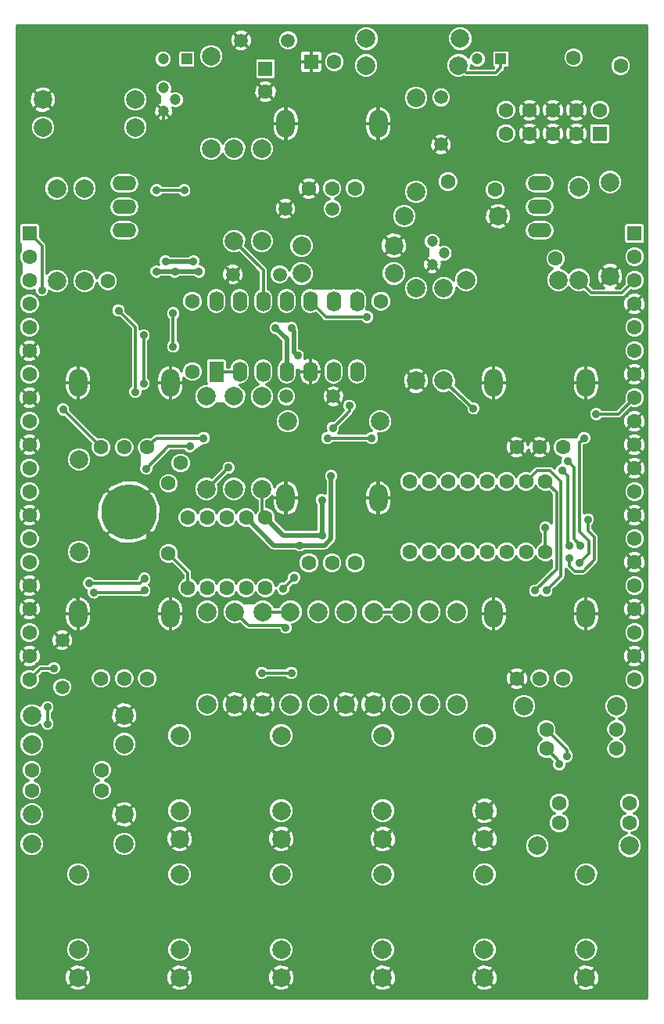
<source format=gbl>
G04 #@! TF.FileFunction,Copper,L2,Bot,Signal*
%FSLAX46Y46*%
G04 Gerber Fmt 4.6, Leading zero omitted, Abs format (unit mm)*
G04 Created by KiCad (PCBNEW (2016-08-20 BZR 7083)-product) date Thu Jun  8 07:23:42 2017*
%MOMM*%
%LPD*%
G01*
G04 APERTURE LIST*
%ADD10C,0.100000*%
%ADD11C,1.500000*%
%ADD12R,1.600000X2.200000*%
%ADD13O,1.600000X2.200000*%
%ADD14C,2.000000*%
%ADD15O,2.000000X3.000000*%
%ADD16C,1.600000*%
%ADD17O,2.600000X1.600000*%
%ADD18C,1.200000*%
%ADD19R,1.200000X1.200000*%
%ADD20C,6.000000*%
%ADD21R,1.600000X1.600000*%
%ADD22C,0.900000*%
%ADD23C,0.300000*%
%ADD24C,0.500000*%
G04 APERTURE END LIST*
D10*
D11*
X34540000Y85800000D03*
X29460000Y85800000D03*
X46300000Y97840000D03*
X46300000Y92760000D03*
X24660000Y104000000D03*
X29740000Y104000000D03*
X29560000Y65500000D03*
X34640000Y65500000D03*
X23760000Y78700000D03*
X28840000Y78700000D03*
X5300000Y34060000D03*
X5300000Y39140000D03*
D12*
X21980000Y68190000D03*
D13*
X24520000Y68190000D03*
X27060000Y68190000D03*
X29600000Y68190000D03*
X32140000Y68190000D03*
X34680000Y68190000D03*
X37220000Y68190000D03*
X37220000Y75810000D03*
X34680000Y75810000D03*
X32140000Y75810000D03*
X29600000Y75810000D03*
X27060000Y75810000D03*
X24520000Y75810000D03*
X21980000Y75810000D03*
D14*
X43600000Y87620000D03*
X43600000Y97780000D03*
X48380000Y104200000D03*
X38220000Y104200000D03*
D15*
X39500000Y95000000D03*
X29500000Y95000000D03*
D16*
X37000000Y88000000D03*
X34500000Y88000000D03*
X32000000Y88000000D03*
D15*
X17000000Y67000000D03*
X7000000Y67000000D03*
D16*
X14500000Y60000000D03*
X12000000Y60000000D03*
X9500000Y60000000D03*
D15*
X62000000Y67000000D03*
X52000000Y67000000D03*
D16*
X59500000Y60000000D03*
X57000000Y60000000D03*
X54500000Y60000000D03*
D15*
X39500000Y54500000D03*
X29500000Y54500000D03*
D16*
X37000000Y47500000D03*
X34500000Y47500000D03*
X32000000Y47500000D03*
D15*
X17000000Y42000000D03*
X7000000Y42000000D03*
D16*
X14500000Y35000000D03*
X12000000Y35000000D03*
X9500000Y35000000D03*
D15*
X62000000Y42000000D03*
X52000000Y42000000D03*
D16*
X59500000Y35000000D03*
X57000000Y35000000D03*
X54500000Y35000000D03*
D17*
X12000000Y88540000D03*
X12000000Y83460000D03*
X12000000Y86000000D03*
X57000000Y88540000D03*
X57000000Y83460000D03*
X57000000Y86000000D03*
D16*
X19400000Y75800000D03*
X39800000Y75800000D03*
X19400000Y68200000D03*
X10200000Y78000000D03*
X58700000Y80400000D03*
X18100000Y58300000D03*
D18*
X16230000Y102000000D03*
D19*
X18770000Y102000000D03*
D18*
X50230000Y102000000D03*
D19*
X52770000Y102000000D03*
D14*
X42320000Y85000000D03*
X52480000Y85000000D03*
X64600000Y78520000D03*
X64600000Y88680000D03*
D16*
X21000000Y44800000D03*
X21000000Y52400000D03*
X27300000Y44800000D03*
X27300000Y52400000D03*
X23100000Y52400000D03*
X23100000Y44800000D03*
X25200000Y52400000D03*
X25200000Y44800000D03*
X65300000Y29500000D03*
X57700000Y29500000D03*
X57700000Y27400000D03*
X65300000Y27400000D03*
X55500000Y48700000D03*
X55500000Y56300000D03*
X57600000Y56300000D03*
X57600000Y48700000D03*
X53400000Y48700000D03*
X53400000Y56300000D03*
X51300000Y56300000D03*
X51300000Y48700000D03*
X66700000Y19400000D03*
X59100000Y19400000D03*
X59100000Y21500000D03*
X66700000Y21500000D03*
X18900000Y44800000D03*
X18900000Y52400000D03*
X45000000Y48700000D03*
X45000000Y56300000D03*
X2000000Y22900000D03*
X9600000Y22900000D03*
X47100000Y48700000D03*
X47100000Y56300000D03*
X16800000Y56100000D03*
X16800000Y48500000D03*
X42900000Y56300000D03*
X42900000Y48700000D03*
X9600000Y25100000D03*
X2000000Y25100000D03*
X49200000Y56300000D03*
X49200000Y48700000D03*
X52150000Y87850000D03*
X47050000Y88750000D03*
X65750000Y101250000D03*
X60650000Y102150000D03*
D18*
X17535000Y97600000D03*
X16265000Y96330000D03*
X16265000Y98870000D03*
X46635000Y81000000D03*
X45365000Y79730000D03*
X45365000Y82270000D03*
D20*
X12500000Y53000000D03*
D21*
X63480000Y93930000D03*
D16*
X63480000Y96470000D03*
X60940000Y93930000D03*
X60940000Y96470000D03*
X58400000Y93930000D03*
X58400000Y96470000D03*
X55860000Y93930000D03*
X55860000Y96470000D03*
X53320000Y93930000D03*
X53320000Y96470000D03*
D14*
X18000000Y20698000D03*
X18000000Y28826000D03*
X18000000Y17650000D03*
X29000000Y20698000D03*
X29000000Y28826000D03*
X29000000Y17650000D03*
X40000000Y20698000D03*
X40000000Y28826000D03*
X40000000Y17650000D03*
X51000000Y20698000D03*
X51000000Y28826000D03*
X51000000Y17650000D03*
X7000000Y5698000D03*
X7000000Y13826000D03*
X7000000Y2650000D03*
X18000000Y5698000D03*
X18000000Y13826000D03*
X18000000Y2650000D03*
X29000000Y5698000D03*
X29000000Y13826000D03*
X29000000Y2650000D03*
X40000000Y5698000D03*
X40000000Y13826000D03*
X40000000Y2650000D03*
X51000000Y5698000D03*
X51000000Y13826000D03*
X51000000Y2650000D03*
X62000000Y5698000D03*
X62000000Y13826000D03*
X62000000Y2650000D03*
D16*
X1750000Y37410000D03*
X1750000Y47570000D03*
X1750000Y45030000D03*
X1750000Y42490000D03*
X1750000Y39950000D03*
X1750000Y34870000D03*
X1750000Y50110000D03*
X1750000Y52650000D03*
X1750000Y55190000D03*
X1750000Y57730000D03*
X1750000Y60270000D03*
X1750000Y62810000D03*
X1750000Y65350000D03*
X1750000Y67890000D03*
X1750000Y70430000D03*
X1750000Y72970000D03*
X1750000Y75510000D03*
X1750000Y78050000D03*
D21*
X1750000Y83130000D03*
D16*
X1750000Y80590000D03*
X67250000Y37410000D03*
X67250000Y47570000D03*
X67250000Y45030000D03*
X67250000Y42490000D03*
X67250000Y39950000D03*
X67250000Y34870000D03*
X67250000Y50110000D03*
X67250000Y52650000D03*
X67250000Y55190000D03*
X67250000Y57730000D03*
X67250000Y60270000D03*
X67250000Y62810000D03*
X67250000Y65350000D03*
X67250000Y67890000D03*
X67250000Y70430000D03*
X67250000Y72970000D03*
X67250000Y75510000D03*
X67250000Y78050000D03*
D21*
X67250000Y83130000D03*
D16*
X67250000Y80590000D03*
D21*
X27300000Y100950000D03*
D16*
X27300000Y98450000D03*
D21*
X32250000Y101700000D03*
D16*
X34750000Y101700000D03*
D14*
X12000000Y27900000D03*
X2000000Y27900000D03*
X30000000Y32200000D03*
X30000000Y42200000D03*
X55300000Y32000000D03*
X65300000Y32000000D03*
X26900000Y82300000D03*
X26900000Y92300000D03*
X23900000Y82300000D03*
X23900000Y92300000D03*
X12000000Y31000000D03*
X2000000Y31000000D03*
X27000000Y32200000D03*
X27000000Y42200000D03*
X41200000Y81800000D03*
X31200000Y81800000D03*
X31200000Y78800000D03*
X41200000Y78800000D03*
X7100000Y58700000D03*
X7100000Y48700000D03*
X48000000Y42200000D03*
X48000000Y32200000D03*
X20900000Y65500000D03*
X20900000Y55500000D03*
X45000000Y42200000D03*
X45000000Y32200000D03*
X66700000Y16900000D03*
X56700000Y16900000D03*
X7700000Y88000000D03*
X7700000Y78000000D03*
X4700000Y88000000D03*
X4700000Y78000000D03*
X49000000Y78100000D03*
X59000000Y78100000D03*
X61200000Y88100000D03*
X61200000Y78100000D03*
X23900000Y55500000D03*
X23900000Y65500000D03*
X26900000Y65500000D03*
X26900000Y55500000D03*
X24000000Y32200000D03*
X24000000Y42200000D03*
X36000000Y32200000D03*
X36000000Y42200000D03*
X12000000Y20300000D03*
X2000000Y20300000D03*
X39000000Y32200000D03*
X39000000Y42200000D03*
X21000000Y42200000D03*
X21000000Y32200000D03*
X33000000Y42200000D03*
X33000000Y32200000D03*
X2000000Y17100000D03*
X12000000Y17100000D03*
X42000000Y42200000D03*
X42000000Y32200000D03*
X13200000Y94600000D03*
X3200000Y94600000D03*
X3200000Y97600000D03*
X13200000Y97600000D03*
X46600000Y77200000D03*
X46600000Y67200000D03*
X43600000Y67200000D03*
X43600000Y77200000D03*
X21400000Y102300000D03*
X21400000Y92300000D03*
X48200000Y101300000D03*
X38200000Y101300000D03*
X29700000Y62800000D03*
X39700000Y62800000D03*
D22*
X65200000Y81800000D03*
X62050000Y86450000D03*
X46100000Y54500000D03*
X56700000Y54700000D03*
X43900000Y50400000D03*
X53300000Y51300000D03*
X6300000Y32900000D03*
X3800000Y33300000D03*
X9700000Y43300000D03*
X16100000Y34500000D03*
X15500000Y39100000D03*
X21900000Y36200000D03*
X27000000Y36900000D03*
X27300000Y39500000D03*
X50200000Y36800000D03*
X42500000Y36600000D03*
X33300000Y36600000D03*
X29400000Y38500000D03*
X30700000Y39900000D03*
X42200000Y38700000D03*
X49300000Y39400000D03*
X14600000Y47600000D03*
X4900000Y21000000D03*
X7400000Y25500000D03*
X5200000Y29900000D03*
X55700000Y81300000D03*
X34700000Y59200000D03*
X28800000Y59400000D03*
X20600000Y59400000D03*
X3900000Y75300000D03*
X9600000Y75100000D03*
X11500000Y76900000D03*
X15200000Y83300000D03*
X14000000Y87300000D03*
X13200000Y90400000D03*
X5200000Y92100000D03*
X3100000Y84700000D03*
X4100000Y81800000D03*
X6300000Y86400000D03*
X8900000Y84700000D03*
X21200000Y81500000D03*
X20400000Y89200000D03*
X28700000Y89300000D03*
X12200000Y81800000D03*
X5400000Y79700000D03*
X33800000Y95000000D03*
X54400000Y105100000D03*
X57500000Y103300000D03*
X63400000Y104900000D03*
X68200000Y104200000D03*
X67800000Y99000000D03*
X66100000Y94900000D03*
X67500000Y89700000D03*
X65300000Y84500000D03*
X59600000Y86700000D03*
X60500000Y79700000D03*
X62000000Y75600000D03*
X41600000Y76000000D03*
X44100000Y75100000D03*
X52800000Y75400000D03*
X57000000Y69900000D03*
X60500000Y61600000D03*
X11900000Y71400000D03*
X17600000Y77600000D03*
X14700000Y73500000D03*
X27200000Y63300000D03*
X20900000Y62700000D03*
X12100000Y64700000D03*
X14000000Y61900000D03*
X9500000Y61900000D03*
X4400000Y49900000D03*
X5200000Y45300000D03*
X7000000Y46200000D03*
X6600000Y56600000D03*
X6400000Y50700000D03*
X19500000Y37100000D03*
X23200000Y40400000D03*
X32100000Y53300000D03*
X13200000Y36500000D03*
X12900000Y40800000D03*
X17200000Y32000000D03*
X15200000Y92100000D03*
X38900000Y65100000D03*
X37500000Y72300000D03*
X31500000Y71700000D03*
X31000000Y74100000D03*
X22800000Y71000000D03*
X25800000Y73000000D03*
X22200000Y72900000D03*
X20000000Y74200000D03*
X67800000Y23200000D03*
X68100000Y29200000D03*
X68100000Y33500000D03*
X66300000Y33600000D03*
X60700000Y27900000D03*
X28500000Y102600000D03*
X35800000Y103700000D03*
X41800000Y99600000D03*
X45800000Y104500000D03*
X40000000Y102900000D03*
X22700000Y97700000D03*
X19600000Y94800000D03*
X17600000Y90200000D03*
X1700000Y104100000D03*
X20400000Y99600000D03*
X17800000Y104300000D03*
X13600000Y104300000D03*
X8800000Y100000000D03*
X11500000Y95900000D03*
X63800000Y100900000D03*
X54300000Y101800000D03*
X49000000Y99300000D03*
X39300000Y86200000D03*
X33800000Y82200000D03*
X33300000Y77700000D03*
X39000000Y77700000D03*
X63000000Y90500000D03*
X47900000Y80000000D03*
X42700000Y72900000D03*
X46000000Y69500000D03*
X50000000Y62700000D03*
X49100000Y59400000D03*
X46400000Y65200000D03*
X43800000Y59600000D03*
X38400000Y59400000D03*
X35600000Y53000000D03*
X35200000Y49400000D03*
X62500000Y53900000D03*
X62400000Y56300000D03*
X55600000Y42900000D03*
X62800000Y27500000D03*
X63700000Y34300000D03*
X58800000Y42800000D03*
X59900000Y36600000D03*
X57300000Y31200000D03*
X67300000Y5800000D03*
X64600000Y21100000D03*
X61400000Y17600000D03*
X65900000Y13400000D03*
X27000000Y48900000D03*
X21500000Y48000000D03*
X18100000Y50700000D03*
X32200000Y45700000D03*
X38600000Y44300000D03*
X41700000Y47300000D03*
X47800000Y47000000D03*
X45100000Y44300000D03*
X48500000Y44300000D03*
X51000000Y46800000D03*
X29800000Y34300000D03*
X43800000Y34400000D03*
X51000000Y35100000D03*
X55200000Y27200000D03*
X49200000Y30500000D03*
X49500000Y26900000D03*
X57900000Y24800000D03*
X57100000Y21200000D03*
X46500000Y30800000D03*
X46500000Y19600000D03*
X42700000Y23300000D03*
X43200000Y30300000D03*
X40000000Y25700000D03*
X35100000Y26600000D03*
X35700000Y20400000D03*
X50800000Y12000000D03*
X45700000Y14300000D03*
X39900000Y11900000D03*
X34900000Y14200000D03*
X28900000Y11800000D03*
X20100000Y12400000D03*
X27300000Y22000000D03*
X22100000Y26600000D03*
X10500000Y37300000D03*
X18500000Y26800000D03*
X15600000Y21800000D03*
X4200000Y13200000D03*
X8400000Y15800000D03*
X13800000Y9200000D03*
X27000000Y9200000D03*
X47400000Y9200000D03*
X54000000Y10800000D03*
X56600000Y6100000D03*
X60700000Y15400000D03*
X56200000Y14800000D03*
X34400000Y6000000D03*
X12700000Y5800000D03*
X23500000Y5500000D03*
X45400000Y6000000D03*
X1000000Y15100000D03*
X1500000Y6100000D03*
X4400000Y36100000D03*
X59400000Y57500000D03*
X38300000Y74100000D03*
X60200000Y49400000D03*
X5400000Y64100000D03*
X63100000Y63600000D03*
X38800000Y61000000D03*
X34000000Y61000000D03*
X20600000Y61000000D03*
X61400000Y49400000D03*
X60000000Y58500000D03*
X49800000Y64200000D03*
X57600000Y51300000D03*
X23300000Y57800000D03*
X34600000Y62100000D03*
X36400000Y64500000D03*
X31000000Y49400000D03*
X56500000Y44500000D03*
X59100000Y25700000D03*
X34400000Y56900000D03*
X28400000Y72900000D03*
X20100000Y79000000D03*
X17500000Y79000000D03*
X15500000Y79000000D03*
X30800000Y69900000D03*
X57700000Y44500000D03*
X59900000Y26600000D03*
X30100000Y72900000D03*
X33400000Y54300000D03*
X16500000Y80100000D03*
X19500000Y80100000D03*
X33400000Y50500000D03*
X17300000Y70900000D03*
X15500000Y87800000D03*
X18500000Y87800000D03*
X17300000Y74500000D03*
X30400000Y45900000D03*
X29200000Y44700000D03*
X8700000Y44300000D03*
X14200000Y44500000D03*
X29500000Y40500000D03*
X60200000Y48000000D03*
X62200000Y52200000D03*
X3700000Y31900000D03*
X14100000Y66900000D03*
X14100000Y72100000D03*
X3700000Y30100000D03*
X30100000Y35600000D03*
X26900000Y35600000D03*
X61300000Y47500000D03*
X61800000Y61000000D03*
X3100000Y77000000D03*
X11400000Y74800000D03*
X13200000Y66000000D03*
X14400000Y57700000D03*
X19100000Y60100000D03*
X14200000Y45800000D03*
X8200000Y45300000D03*
D23*
X56700000Y54700000D02*
X53300000Y51300000D01*
X39500000Y54500000D02*
X46100000Y54500000D01*
X5200000Y31800000D02*
X6300000Y32900000D01*
X5200000Y29900000D02*
X5200000Y31800000D01*
X16100000Y34500000D02*
X16100000Y38500000D01*
X16100000Y38500000D02*
X15500000Y39100000D01*
X23000000Y36200000D02*
X27000000Y32200000D01*
X23000000Y36200000D02*
X21900000Y36200000D01*
X29400000Y38500000D02*
X28300000Y38500000D01*
X28300000Y38500000D02*
X27300000Y39500000D01*
X33300000Y36600000D02*
X42500000Y36600000D01*
X30700000Y39800000D02*
X29400000Y38500000D01*
X30700000Y39900000D02*
X30700000Y39800000D01*
X48600000Y38700000D02*
X42200000Y38700000D01*
X49300000Y39400000D02*
X48600000Y38700000D01*
X12500000Y53000000D02*
X14600000Y50900000D01*
X14600000Y50900000D02*
X14600000Y47600000D01*
X10900000Y29900000D02*
X5200000Y29900000D01*
X12000000Y31000000D02*
X10900000Y29900000D01*
X7400000Y23500000D02*
X4900000Y21000000D01*
X7400000Y25500000D02*
X7400000Y23500000D01*
X55700000Y81300000D02*
X56300000Y81900000D01*
X56300000Y81900000D02*
X59900000Y81900000D01*
X55700000Y81300000D02*
X55700000Y78300000D01*
X55700000Y78300000D02*
X52800000Y75400000D01*
X20900000Y62700000D02*
X21800000Y61800000D01*
X34500000Y59400000D02*
X34700000Y59200000D01*
X28800000Y59400000D02*
X34500000Y59400000D01*
X21800000Y60600000D02*
X20600000Y59400000D01*
X21800000Y61800000D02*
X21800000Y60600000D01*
X17000000Y67000000D02*
X17000000Y68100000D01*
X11500000Y76900000D02*
X9700000Y75100000D01*
X9700000Y75100000D02*
X9600000Y75100000D01*
X8900000Y84700000D02*
X8900000Y83200000D01*
X16100000Y81500000D02*
X11500000Y76900000D01*
X15200000Y83300000D02*
X15200000Y86100000D01*
X15200000Y86100000D02*
X14000000Y87300000D01*
X13200000Y90400000D02*
X11500000Y92100000D01*
X11500000Y92100000D02*
X5200000Y92100000D01*
X3100000Y84700000D02*
X4100000Y83700000D01*
X4100000Y83700000D02*
X4100000Y81800000D01*
X6300000Y86400000D02*
X8000000Y84700000D01*
X8000000Y84700000D02*
X8900000Y84700000D01*
X29500000Y95000000D02*
X29500000Y90100000D01*
X20400000Y82300000D02*
X21200000Y81500000D01*
X20400000Y89200000D02*
X20400000Y82300000D01*
X29500000Y90100000D02*
X28700000Y89300000D01*
X21200000Y81500000D02*
X16100000Y81500000D01*
X8900000Y83200000D02*
X5400000Y79700000D01*
X39500000Y95000000D02*
X33800000Y95000000D01*
X65200000Y81800000D02*
X65200000Y84400000D01*
X62600000Y81800000D02*
X65200000Y81800000D01*
X60500000Y79700000D02*
X62600000Y81800000D01*
X59100000Y104900000D02*
X57500000Y103300000D01*
X63400000Y104900000D02*
X59100000Y104900000D01*
X68200000Y99400000D02*
X68200000Y104200000D01*
X67800000Y99000000D02*
X68200000Y99400000D01*
X66100000Y91100000D02*
X66100000Y94900000D01*
X67500000Y89700000D02*
X66100000Y91100000D01*
X65200000Y84400000D02*
X65300000Y84500000D01*
X60500000Y81300000D02*
X60500000Y79700000D01*
X59900000Y81900000D02*
X60500000Y81300000D01*
X62000000Y67000000D02*
X62000000Y75600000D01*
X42500000Y75100000D02*
X41600000Y76000000D01*
X44100000Y75100000D02*
X42500000Y75100000D01*
X52800000Y74100000D02*
X52800000Y75400000D01*
X57000000Y69900000D02*
X52800000Y74100000D01*
X8700000Y67000000D02*
X11900000Y70200000D01*
X11900000Y70200000D02*
X11900000Y71400000D01*
X7000000Y67000000D02*
X8700000Y67000000D01*
X17600000Y76400000D02*
X17600000Y77600000D01*
X14700000Y73500000D02*
X17600000Y76400000D01*
X17000000Y67000000D02*
X17000000Y64700000D01*
X19000000Y62700000D02*
X20900000Y62700000D01*
X17000000Y64700000D02*
X19000000Y62700000D01*
X7000000Y67000000D02*
X7000000Y64400000D01*
X12100000Y63800000D02*
X12100000Y64700000D01*
X14000000Y61900000D02*
X12100000Y63800000D01*
X7000000Y64400000D02*
X9500000Y61900000D01*
X4400000Y49900000D02*
X5600000Y49900000D01*
X5200000Y45300000D02*
X6100000Y45300000D01*
X7000000Y43500000D02*
X5200000Y45300000D01*
X7000000Y42000000D02*
X7000000Y43500000D01*
X6100000Y45300000D02*
X7000000Y46200000D01*
X5600000Y49900000D02*
X6400000Y50700000D01*
X19500000Y37100000D02*
X22800000Y40400000D01*
X22800000Y40400000D02*
X23200000Y40400000D01*
X29500000Y54500000D02*
X30900000Y54500000D01*
X30900000Y54500000D02*
X32100000Y53300000D01*
X12900000Y40800000D02*
X14100000Y42000000D01*
X15300000Y36500000D02*
X16100000Y35700000D01*
X16100000Y35700000D02*
X16100000Y34500000D01*
X12900000Y36800000D02*
X13200000Y36500000D01*
X12900000Y36800000D02*
X12900000Y40800000D01*
X17200000Y32000000D02*
X16100000Y33100000D01*
X13000000Y32000000D02*
X17200000Y32000000D01*
X12000000Y31000000D02*
X13000000Y32000000D01*
X16100000Y33100000D02*
X16100000Y34500000D01*
X13200000Y36500000D02*
X15300000Y36500000D01*
X14100000Y42000000D02*
X17000000Y42000000D01*
X17600000Y90200000D02*
X15700000Y92100000D01*
X15700000Y92100000D02*
X15200000Y92100000D01*
X31500000Y71700000D02*
X31500000Y73600000D01*
X38900000Y65100000D02*
X38900000Y70900000D01*
X38900000Y70900000D02*
X37500000Y72300000D01*
X31500000Y73600000D02*
X31000000Y74100000D01*
X22200000Y72900000D02*
X22200000Y71600000D01*
X22200000Y71600000D02*
X22800000Y71000000D01*
X22200000Y72900000D02*
X23200000Y73900000D01*
X23200000Y78140000D02*
X23760000Y78700000D01*
X23200000Y73900000D02*
X23200000Y78140000D01*
X21300000Y72900000D02*
X20000000Y74200000D01*
X22200000Y72900000D02*
X21300000Y72900000D01*
X68100000Y33500000D02*
X66400000Y33500000D01*
X64600000Y22700000D02*
X65100000Y23200000D01*
X65100000Y23200000D02*
X67800000Y23200000D01*
X68100000Y29200000D02*
X68100000Y33500000D01*
X64600000Y21100000D02*
X64600000Y22700000D01*
X66400000Y33500000D02*
X66300000Y33600000D01*
X62800000Y27500000D02*
X61100000Y27500000D01*
X61100000Y27500000D02*
X60700000Y27900000D01*
X32250000Y101700000D02*
X32250000Y104250000D01*
X34700000Y104800000D02*
X35800000Y103700000D01*
X32800000Y104800000D02*
X34700000Y104800000D01*
X32250000Y104250000D02*
X32800000Y104800000D01*
X41800000Y99600000D02*
X41800000Y101100000D01*
X41800000Y101100000D02*
X40000000Y102900000D01*
X16265000Y96330000D02*
X16265000Y91535000D01*
X22500000Y97700000D02*
X22700000Y97700000D01*
X19600000Y94800000D02*
X22500000Y97700000D01*
X16265000Y91535000D02*
X17600000Y90200000D01*
X1700000Y104100000D02*
X5800000Y100000000D01*
X13600000Y104300000D02*
X17800000Y104300000D01*
X5800000Y100000000D02*
X8800000Y100000000D01*
X3200000Y97600000D02*
X4900000Y95900000D01*
X4900000Y95900000D02*
X11500000Y95900000D01*
X58400000Y96470000D02*
X54300000Y100570000D01*
X54300000Y100570000D02*
X54300000Y101800000D01*
X41200000Y81800000D02*
X39300000Y83700000D01*
X39300000Y83700000D02*
X39300000Y86200000D01*
X39000000Y77700000D02*
X33300000Y77700000D01*
X60940000Y93930000D02*
X63000000Y91870000D01*
X63000000Y91870000D02*
X63000000Y90500000D01*
X42700000Y72800000D02*
X42700000Y72900000D01*
X46000000Y69500000D02*
X42700000Y72800000D01*
X35600000Y53000000D02*
X35600000Y49800000D01*
X50000000Y62700000D02*
X50000000Y60300000D01*
X50000000Y60300000D02*
X49100000Y59400000D01*
X46400000Y65200000D02*
X43800000Y62600000D01*
X43800000Y62600000D02*
X43800000Y59600000D01*
X38400000Y59400000D02*
X38400000Y55800000D01*
X38400000Y55800000D02*
X35600000Y53000000D01*
X35600000Y49800000D02*
X35200000Y49400000D01*
X62500000Y53900000D02*
X62400000Y54000000D01*
X66000000Y53900000D02*
X62500000Y53900000D01*
X67250000Y52650000D02*
X66000000Y53900000D01*
X62400000Y54000000D02*
X62400000Y56300000D01*
X52000000Y42000000D02*
X54700000Y42000000D01*
X54700000Y42000000D02*
X55600000Y42900000D01*
X63700000Y34300000D02*
X61400000Y36600000D01*
X58800000Y42800000D02*
X58800000Y43600000D01*
X61400000Y36600000D02*
X59900000Y36600000D01*
X62800000Y27500000D02*
X59100000Y31200000D01*
X59100000Y31200000D02*
X57300000Y31200000D01*
X65150000Y5800000D02*
X67300000Y5800000D01*
X62000000Y2650000D02*
X65150000Y5800000D01*
X64600000Y25700000D02*
X62800000Y27500000D01*
X64600000Y21100000D02*
X64600000Y25700000D01*
X61700000Y17600000D02*
X61400000Y17600000D01*
X65900000Y13400000D02*
X61700000Y17600000D01*
X12500000Y53000000D02*
X14800000Y50700000D01*
X26100000Y48000000D02*
X27000000Y48900000D01*
X21500000Y48000000D02*
X26100000Y48000000D01*
X14800000Y50700000D02*
X18100000Y50700000D01*
X52000000Y42000000D02*
X52000000Y45800000D01*
X37200000Y45700000D02*
X32200000Y45700000D01*
X38600000Y44300000D02*
X37200000Y45700000D01*
X47500000Y47300000D02*
X41700000Y47300000D01*
X47800000Y47000000D02*
X47500000Y47300000D01*
X48500000Y44300000D02*
X45100000Y44300000D01*
X52000000Y45800000D02*
X51000000Y46800000D01*
X50300000Y34400000D02*
X43800000Y34400000D01*
X51000000Y35100000D02*
X50300000Y34400000D01*
X51000000Y20698000D02*
X52002000Y21700000D01*
X55100000Y27200000D02*
X55200000Y27200000D01*
X51400000Y30900000D02*
X55100000Y27200000D01*
X49600000Y30900000D02*
X51400000Y30900000D01*
X49200000Y30500000D02*
X49600000Y30900000D01*
X51600000Y24800000D02*
X49500000Y26900000D01*
X57900000Y24800000D02*
X51600000Y24800000D01*
X56600000Y21700000D02*
X57100000Y21200000D01*
X52002000Y21700000D02*
X56600000Y21700000D01*
X45700000Y14300000D02*
X46500000Y15100000D01*
X46500000Y15100000D02*
X46500000Y19600000D01*
X43200000Y28900000D02*
X43200000Y30300000D01*
X40000000Y25700000D02*
X43200000Y28900000D01*
X35100000Y21000000D02*
X35100000Y26600000D01*
X35700000Y20400000D02*
X35100000Y21000000D01*
X48000000Y12000000D02*
X50800000Y12000000D01*
X45700000Y14300000D02*
X48000000Y12000000D01*
X37200000Y11900000D02*
X39900000Y11900000D01*
X34900000Y14200000D02*
X37200000Y11900000D01*
X28300000Y12400000D02*
X28900000Y11800000D01*
X20100000Y12400000D02*
X28300000Y12400000D01*
X22700000Y26600000D02*
X27300000Y22000000D01*
X22100000Y26600000D02*
X22700000Y26600000D01*
X5300000Y39140000D02*
X7140000Y37300000D01*
X7140000Y37300000D02*
X10500000Y37300000D01*
X18000000Y17650000D02*
X15600000Y20050000D01*
X15600000Y20050000D02*
X15600000Y21800000D01*
X56200000Y14800000D02*
X56200000Y13000000D01*
X8400000Y14600000D02*
X8400000Y15800000D01*
X13800000Y9200000D02*
X8400000Y14600000D01*
X47400000Y9200000D02*
X27000000Y9200000D01*
X56200000Y13000000D02*
X54000000Y10800000D01*
X56600000Y6100000D02*
X56600000Y14400000D01*
X56600000Y14400000D02*
X56200000Y14800000D01*
X29000000Y2650000D02*
X32350000Y6000000D01*
X32350000Y6000000D02*
X34400000Y6000000D01*
X7000000Y2650000D02*
X10150000Y5800000D01*
X10150000Y5800000D02*
X12700000Y5800000D01*
X18000000Y2650000D02*
X20850000Y5500000D01*
X20850000Y5500000D02*
X23500000Y5500000D01*
X40000000Y2650000D02*
X43350000Y6000000D01*
X43350000Y6000000D02*
X45400000Y6000000D01*
X1000000Y6600000D02*
X1000000Y15100000D01*
X1500000Y6100000D02*
X1000000Y6600000D01*
X27060000Y75810000D02*
X27060000Y79140000D01*
X27060000Y79140000D02*
X23900000Y82300000D01*
X21980000Y68190000D02*
X24520000Y68190000D01*
X1750000Y34870000D02*
X2980000Y36100000D01*
X2980000Y36100000D02*
X4400000Y36100000D01*
X32140000Y75810000D02*
X33850000Y74100000D01*
X38300000Y74100000D02*
X33850000Y74100000D01*
X60000000Y56900000D02*
X60000000Y49600000D01*
X60000000Y49600000D02*
X60200000Y49400000D01*
X59400000Y57500000D02*
X60000000Y56900000D01*
X9500000Y60000000D02*
X5400000Y64100000D01*
X65500000Y63600000D02*
X67250000Y65350000D01*
X63100000Y63600000D02*
X65500000Y63600000D01*
X48200000Y101300000D02*
X49000000Y100500000D01*
X52770000Y101070000D02*
X52770000Y102000000D01*
X52200000Y100500000D02*
X52770000Y101070000D01*
X49000000Y100500000D02*
X52200000Y100500000D01*
X14500000Y60000000D02*
X15500000Y61000000D01*
X34000000Y61000000D02*
X38800000Y61000000D01*
X15500000Y61000000D02*
X20600000Y61000000D01*
X60000000Y58500000D02*
X60700000Y57800000D01*
X60700000Y50100000D02*
X61400000Y49400000D01*
X60700000Y57800000D02*
X60700000Y50100000D01*
X46600000Y67200000D02*
X49700000Y64300000D01*
X49800000Y64200000D02*
X49700000Y64300000D01*
X57600000Y51300000D02*
X57600000Y48700000D01*
X23300000Y57800000D02*
X21000000Y55500000D01*
X21000000Y55500000D02*
X20900000Y55500000D01*
X34600000Y62100000D02*
X36400000Y63900000D01*
X36400000Y63900000D02*
X36400000Y64500000D01*
X58800000Y55100000D02*
X58800000Y46800000D01*
X57600000Y56300000D02*
X58800000Y55100000D01*
X58800000Y46800000D02*
X56500000Y44500000D01*
X59100000Y25700000D02*
X59100000Y26000000D01*
X59100000Y26000000D02*
X57700000Y27400000D01*
D24*
X34400000Y50100000D02*
X34400000Y56900000D01*
X34400000Y50100000D02*
X33700000Y49400000D01*
X33700000Y49400000D02*
X31000000Y49400000D01*
X17500000Y79000000D02*
X20100000Y79000000D01*
X29600000Y71700000D02*
X29600000Y68190000D01*
X28400000Y72900000D02*
X29600000Y71700000D01*
X15500000Y79000000D02*
X17500000Y79000000D01*
D23*
X59100000Y26000000D02*
X57700000Y27400000D01*
D24*
X28200000Y49400000D02*
X31000000Y49400000D01*
X25200000Y52400000D02*
X28200000Y49400000D01*
X30400000Y70300000D02*
X30400000Y72600000D01*
X30800000Y69900000D02*
X30400000Y70300000D01*
X30400000Y72600000D02*
X30100000Y72900000D01*
D23*
X26900000Y55500000D02*
X26900000Y52800000D01*
X26900000Y52800000D02*
X27300000Y52400000D01*
X59300002Y56299998D02*
X59300002Y46100002D01*
X55500000Y56300000D02*
X56700000Y57500000D01*
X58100000Y57500000D02*
X56700000Y57500000D01*
X59300002Y56299998D02*
X58100000Y57500000D01*
X59300002Y46100002D02*
X57700000Y44500000D01*
X59900000Y27300000D02*
X57700000Y29500000D01*
X59900000Y26600000D02*
X59900000Y27300000D01*
D24*
X30100000Y72900000D02*
X30400000Y72600000D01*
X33400000Y54300000D02*
X33400000Y50500000D01*
X19500000Y80100000D02*
X16500000Y80100000D01*
X29200000Y50500000D02*
X33400000Y50500000D01*
X27300000Y52400000D02*
X29200000Y50500000D01*
D23*
X18500000Y87800000D02*
X15500000Y87800000D01*
X17300000Y74500000D02*
X17300000Y70900000D01*
X29200000Y44700000D02*
X30400000Y45900000D01*
X42000000Y42200000D02*
X39000000Y42200000D01*
X8700000Y44300000D02*
X14000000Y44300000D01*
X14000000Y44300000D02*
X14200000Y44500000D01*
X27000000Y42200000D02*
X30000000Y42200000D01*
X60200000Y48000000D02*
X60200000Y47200000D01*
X25500000Y40700000D02*
X29300000Y40700000D01*
X29300000Y40700000D02*
X29500000Y40500000D01*
X24000000Y42200000D02*
X25500000Y40700000D01*
X62200000Y51000000D02*
X62200000Y52200000D01*
X62900000Y50300000D02*
X62200000Y51000000D01*
X62900000Y47800000D02*
X62900000Y50300000D01*
X61700000Y46600000D02*
X62900000Y47800000D01*
X60800000Y46600000D02*
X61700000Y46600000D01*
X60200000Y47200000D02*
X60800000Y46600000D01*
X18900000Y44800000D02*
X18900000Y46400000D01*
X18900000Y46400000D02*
X16800000Y48500000D01*
X3700000Y31900000D02*
X3700000Y30100000D01*
X14100000Y72100000D02*
X14100000Y66900000D01*
X67250000Y78050000D02*
X65900000Y76700000D01*
X62600000Y76700000D02*
X65900000Y76700000D01*
X62600000Y76700000D02*
X61200000Y78100000D01*
X26900000Y35600000D02*
X30100000Y35600000D01*
X62300000Y48500000D02*
X62300000Y49900000D01*
X61300000Y47500000D02*
X62300000Y48500000D01*
X61300000Y50900000D02*
X62300000Y49900000D01*
X61300000Y60500000D02*
X61300000Y50900000D01*
X61800000Y61000000D02*
X61300000Y60500000D01*
X3100000Y81780000D02*
X1750000Y83130000D01*
X3100000Y77000000D02*
X3100000Y81780000D01*
X13200000Y73000000D02*
X11400000Y74800000D01*
X13200000Y66000000D02*
X13200000Y73000000D01*
X14400000Y57700000D02*
X16800000Y60100000D01*
X16800000Y60100000D02*
X19100000Y60100000D01*
X8200000Y45300000D02*
X13700000Y45300000D01*
X13700000Y45300000D02*
X14200000Y45800000D01*
G36*
X68580000Y420000D02*
X420000Y420000D01*
X420000Y1668019D01*
X6030747Y1668019D01*
X6127524Y1433827D01*
X6659346Y1192521D01*
X7243030Y1173102D01*
X7789715Y1378529D01*
X7872476Y1433827D01*
X7969253Y1668019D01*
X17030747Y1668019D01*
X17127524Y1433827D01*
X17659346Y1192521D01*
X18243030Y1173102D01*
X18789715Y1378529D01*
X18872476Y1433827D01*
X18969253Y1668019D01*
X28030747Y1668019D01*
X28127524Y1433827D01*
X28659346Y1192521D01*
X29243030Y1173102D01*
X29789715Y1378529D01*
X29872476Y1433827D01*
X29969253Y1668019D01*
X39030747Y1668019D01*
X39127524Y1433827D01*
X39659346Y1192521D01*
X40243030Y1173102D01*
X40789715Y1378529D01*
X40872476Y1433827D01*
X40969253Y1668019D01*
X50030747Y1668019D01*
X50127524Y1433827D01*
X50659346Y1192521D01*
X51243030Y1173102D01*
X51789715Y1378529D01*
X51872476Y1433827D01*
X51969253Y1668019D01*
X61030747Y1668019D01*
X61127524Y1433827D01*
X61659346Y1192521D01*
X62243030Y1173102D01*
X62789715Y1378529D01*
X62872476Y1433827D01*
X62969253Y1668019D01*
X62000000Y2637272D01*
X61030747Y1668019D01*
X51969253Y1668019D01*
X51000000Y2637272D01*
X50030747Y1668019D01*
X40969253Y1668019D01*
X40000000Y2637272D01*
X39030747Y1668019D01*
X29969253Y1668019D01*
X29000000Y2637272D01*
X28030747Y1668019D01*
X18969253Y1668019D01*
X18000000Y2637272D01*
X17030747Y1668019D01*
X7969253Y1668019D01*
X7000000Y2637272D01*
X6030747Y1668019D01*
X420000Y1668019D01*
X420000Y2406970D01*
X5523102Y2406970D01*
X5728529Y1860285D01*
X5783827Y1777524D01*
X6018019Y1680747D01*
X6987272Y2650000D01*
X7012728Y2650000D01*
X7981981Y1680747D01*
X8216173Y1777524D01*
X8457479Y2309346D01*
X8460726Y2406970D01*
X16523102Y2406970D01*
X16728529Y1860285D01*
X16783827Y1777524D01*
X17018019Y1680747D01*
X17987272Y2650000D01*
X18012728Y2650000D01*
X18981981Y1680747D01*
X19216173Y1777524D01*
X19457479Y2309346D01*
X19460726Y2406970D01*
X27523102Y2406970D01*
X27728529Y1860285D01*
X27783827Y1777524D01*
X28018019Y1680747D01*
X28987272Y2650000D01*
X29012728Y2650000D01*
X29981981Y1680747D01*
X30216173Y1777524D01*
X30457479Y2309346D01*
X30460726Y2406970D01*
X38523102Y2406970D01*
X38728529Y1860285D01*
X38783827Y1777524D01*
X39018019Y1680747D01*
X39987272Y2650000D01*
X40012728Y2650000D01*
X40981981Y1680747D01*
X41216173Y1777524D01*
X41457479Y2309346D01*
X41460726Y2406970D01*
X49523102Y2406970D01*
X49728529Y1860285D01*
X49783827Y1777524D01*
X50018019Y1680747D01*
X50987272Y2650000D01*
X51012728Y2650000D01*
X51981981Y1680747D01*
X52216173Y1777524D01*
X52457479Y2309346D01*
X52460726Y2406970D01*
X60523102Y2406970D01*
X60728529Y1860285D01*
X60783827Y1777524D01*
X61018019Y1680747D01*
X61987272Y2650000D01*
X62012728Y2650000D01*
X62981981Y1680747D01*
X63216173Y1777524D01*
X63457479Y2309346D01*
X63476898Y2893030D01*
X63271471Y3439715D01*
X63216173Y3522476D01*
X62981981Y3619253D01*
X62012728Y2650000D01*
X61987272Y2650000D01*
X61018019Y3619253D01*
X60783827Y3522476D01*
X60542521Y2990654D01*
X60523102Y2406970D01*
X52460726Y2406970D01*
X52476898Y2893030D01*
X52271471Y3439715D01*
X52216173Y3522476D01*
X51981981Y3619253D01*
X51012728Y2650000D01*
X50987272Y2650000D01*
X50018019Y3619253D01*
X49783827Y3522476D01*
X49542521Y2990654D01*
X49523102Y2406970D01*
X41460726Y2406970D01*
X41476898Y2893030D01*
X41271471Y3439715D01*
X41216173Y3522476D01*
X40981981Y3619253D01*
X40012728Y2650000D01*
X39987272Y2650000D01*
X39018019Y3619253D01*
X38783827Y3522476D01*
X38542521Y2990654D01*
X38523102Y2406970D01*
X30460726Y2406970D01*
X30476898Y2893030D01*
X30271471Y3439715D01*
X30216173Y3522476D01*
X29981981Y3619253D01*
X29012728Y2650000D01*
X28987272Y2650000D01*
X28018019Y3619253D01*
X27783827Y3522476D01*
X27542521Y2990654D01*
X27523102Y2406970D01*
X19460726Y2406970D01*
X19476898Y2893030D01*
X19271471Y3439715D01*
X19216173Y3522476D01*
X18981981Y3619253D01*
X18012728Y2650000D01*
X17987272Y2650000D01*
X17018019Y3619253D01*
X16783827Y3522476D01*
X16542521Y2990654D01*
X16523102Y2406970D01*
X8460726Y2406970D01*
X8476898Y2893030D01*
X8271471Y3439715D01*
X8216173Y3522476D01*
X7981981Y3619253D01*
X7012728Y2650000D01*
X6987272Y2650000D01*
X6018019Y3619253D01*
X5783827Y3522476D01*
X5542521Y2990654D01*
X5523102Y2406970D01*
X420000Y2406970D01*
X420000Y3631981D01*
X6030747Y3631981D01*
X7000000Y2662728D01*
X7969253Y3631981D01*
X17030747Y3631981D01*
X18000000Y2662728D01*
X18969253Y3631981D01*
X28030747Y3631981D01*
X29000000Y2662728D01*
X29969253Y3631981D01*
X39030747Y3631981D01*
X40000000Y2662728D01*
X40969253Y3631981D01*
X50030747Y3631981D01*
X51000000Y2662728D01*
X51969253Y3631981D01*
X61030747Y3631981D01*
X62000000Y2662728D01*
X62969253Y3631981D01*
X62872476Y3866173D01*
X62340654Y4107479D01*
X61756970Y4126898D01*
X61210285Y3921471D01*
X61127524Y3866173D01*
X61030747Y3631981D01*
X51969253Y3631981D01*
X51872476Y3866173D01*
X51340654Y4107479D01*
X50756970Y4126898D01*
X50210285Y3921471D01*
X50127524Y3866173D01*
X50030747Y3631981D01*
X40969253Y3631981D01*
X40872476Y3866173D01*
X40340654Y4107479D01*
X39756970Y4126898D01*
X39210285Y3921471D01*
X39127524Y3866173D01*
X39030747Y3631981D01*
X29969253Y3631981D01*
X29872476Y3866173D01*
X29340654Y4107479D01*
X28756970Y4126898D01*
X28210285Y3921471D01*
X28127524Y3866173D01*
X28030747Y3631981D01*
X18969253Y3631981D01*
X18872476Y3866173D01*
X18340654Y4107479D01*
X17756970Y4126898D01*
X17210285Y3921471D01*
X17127524Y3866173D01*
X17030747Y3631981D01*
X7969253Y3631981D01*
X7872476Y3866173D01*
X7340654Y4107479D01*
X6756970Y4126898D01*
X6210285Y3921471D01*
X6127524Y3866173D01*
X6030747Y3631981D01*
X420000Y3631981D01*
X420000Y5426686D01*
X5629763Y5426686D01*
X5837893Y4922971D01*
X6222944Y4537248D01*
X6726295Y4328238D01*
X7271314Y4327763D01*
X7775029Y4535893D01*
X8160752Y4920944D01*
X8369762Y5424295D01*
X8369764Y5426686D01*
X16629763Y5426686D01*
X16837893Y4922971D01*
X17222944Y4537248D01*
X17726295Y4328238D01*
X18271314Y4327763D01*
X18775029Y4535893D01*
X19160752Y4920944D01*
X19369762Y5424295D01*
X19369764Y5426686D01*
X27629763Y5426686D01*
X27837893Y4922971D01*
X28222944Y4537248D01*
X28726295Y4328238D01*
X29271314Y4327763D01*
X29775029Y4535893D01*
X30160752Y4920944D01*
X30369762Y5424295D01*
X30369764Y5426686D01*
X38629763Y5426686D01*
X38837893Y4922971D01*
X39222944Y4537248D01*
X39726295Y4328238D01*
X40271314Y4327763D01*
X40775029Y4535893D01*
X41160752Y4920944D01*
X41369762Y5424295D01*
X41369764Y5426686D01*
X49629763Y5426686D01*
X49837893Y4922971D01*
X50222944Y4537248D01*
X50726295Y4328238D01*
X51271314Y4327763D01*
X51775029Y4535893D01*
X52160752Y4920944D01*
X52369762Y5424295D01*
X52369764Y5426686D01*
X60629763Y5426686D01*
X60837893Y4922971D01*
X61222944Y4537248D01*
X61726295Y4328238D01*
X62271314Y4327763D01*
X62775029Y4535893D01*
X63160752Y4920944D01*
X63369762Y5424295D01*
X63370237Y5969314D01*
X63162107Y6473029D01*
X62777056Y6858752D01*
X62273705Y7067762D01*
X61728686Y7068237D01*
X61224971Y6860107D01*
X60839248Y6475056D01*
X60630238Y5971705D01*
X60629763Y5426686D01*
X52369764Y5426686D01*
X52370237Y5969314D01*
X52162107Y6473029D01*
X51777056Y6858752D01*
X51273705Y7067762D01*
X50728686Y7068237D01*
X50224971Y6860107D01*
X49839248Y6475056D01*
X49630238Y5971705D01*
X49629763Y5426686D01*
X41369764Y5426686D01*
X41370237Y5969314D01*
X41162107Y6473029D01*
X40777056Y6858752D01*
X40273705Y7067762D01*
X39728686Y7068237D01*
X39224971Y6860107D01*
X38839248Y6475056D01*
X38630238Y5971705D01*
X38629763Y5426686D01*
X30369764Y5426686D01*
X30370237Y5969314D01*
X30162107Y6473029D01*
X29777056Y6858752D01*
X29273705Y7067762D01*
X28728686Y7068237D01*
X28224971Y6860107D01*
X27839248Y6475056D01*
X27630238Y5971705D01*
X27629763Y5426686D01*
X19369764Y5426686D01*
X19370237Y5969314D01*
X19162107Y6473029D01*
X18777056Y6858752D01*
X18273705Y7067762D01*
X17728686Y7068237D01*
X17224971Y6860107D01*
X16839248Y6475056D01*
X16630238Y5971705D01*
X16629763Y5426686D01*
X8369764Y5426686D01*
X8370237Y5969314D01*
X8162107Y6473029D01*
X7777056Y6858752D01*
X7273705Y7067762D01*
X6728686Y7068237D01*
X6224971Y6860107D01*
X5839248Y6475056D01*
X5630238Y5971705D01*
X5629763Y5426686D01*
X420000Y5426686D01*
X420000Y13554686D01*
X5629763Y13554686D01*
X5837893Y13050971D01*
X6222944Y12665248D01*
X6726295Y12456238D01*
X7271314Y12455763D01*
X7775029Y12663893D01*
X8160752Y13048944D01*
X8369762Y13552295D01*
X8369764Y13554686D01*
X16629763Y13554686D01*
X16837893Y13050971D01*
X17222944Y12665248D01*
X17726295Y12456238D01*
X18271314Y12455763D01*
X18775029Y12663893D01*
X19160752Y13048944D01*
X19369762Y13552295D01*
X19369764Y13554686D01*
X27629763Y13554686D01*
X27837893Y13050971D01*
X28222944Y12665248D01*
X28726295Y12456238D01*
X29271314Y12455763D01*
X29775029Y12663893D01*
X30160752Y13048944D01*
X30369762Y13552295D01*
X30369764Y13554686D01*
X38629763Y13554686D01*
X38837893Y13050971D01*
X39222944Y12665248D01*
X39726295Y12456238D01*
X40271314Y12455763D01*
X40775029Y12663893D01*
X41160752Y13048944D01*
X41369762Y13552295D01*
X41369764Y13554686D01*
X49629763Y13554686D01*
X49837893Y13050971D01*
X50222944Y12665248D01*
X50726295Y12456238D01*
X51271314Y12455763D01*
X51775029Y12663893D01*
X52160752Y13048944D01*
X52369762Y13552295D01*
X52369764Y13554686D01*
X60629763Y13554686D01*
X60837893Y13050971D01*
X61222944Y12665248D01*
X61726295Y12456238D01*
X62271314Y12455763D01*
X62775029Y12663893D01*
X63160752Y13048944D01*
X63369762Y13552295D01*
X63370237Y14097314D01*
X63162107Y14601029D01*
X62777056Y14986752D01*
X62273705Y15195762D01*
X61728686Y15196237D01*
X61224971Y14988107D01*
X60839248Y14603056D01*
X60630238Y14099705D01*
X60629763Y13554686D01*
X52369764Y13554686D01*
X52370237Y14097314D01*
X52162107Y14601029D01*
X51777056Y14986752D01*
X51273705Y15195762D01*
X50728686Y15196237D01*
X50224971Y14988107D01*
X49839248Y14603056D01*
X49630238Y14099705D01*
X49629763Y13554686D01*
X41369764Y13554686D01*
X41370237Y14097314D01*
X41162107Y14601029D01*
X40777056Y14986752D01*
X40273705Y15195762D01*
X39728686Y15196237D01*
X39224971Y14988107D01*
X38839248Y14603056D01*
X38630238Y14099705D01*
X38629763Y13554686D01*
X30369764Y13554686D01*
X30370237Y14097314D01*
X30162107Y14601029D01*
X29777056Y14986752D01*
X29273705Y15195762D01*
X28728686Y15196237D01*
X28224971Y14988107D01*
X27839248Y14603056D01*
X27630238Y14099705D01*
X27629763Y13554686D01*
X19369764Y13554686D01*
X19370237Y14097314D01*
X19162107Y14601029D01*
X18777056Y14986752D01*
X18273705Y15195762D01*
X17728686Y15196237D01*
X17224971Y14988107D01*
X16839248Y14603056D01*
X16630238Y14099705D01*
X16629763Y13554686D01*
X8369764Y13554686D01*
X8370237Y14097314D01*
X8162107Y14601029D01*
X7777056Y14986752D01*
X7273705Y15195762D01*
X6728686Y15196237D01*
X6224971Y14988107D01*
X5839248Y14603056D01*
X5630238Y14099705D01*
X5629763Y13554686D01*
X420000Y13554686D01*
X420000Y16828686D01*
X629763Y16828686D01*
X837893Y16324971D01*
X1222944Y15939248D01*
X1726295Y15730238D01*
X2271314Y15729763D01*
X2775029Y15937893D01*
X3160752Y16322944D01*
X3369762Y16826295D01*
X3369764Y16828686D01*
X10629763Y16828686D01*
X10837893Y16324971D01*
X11222944Y15939248D01*
X11726295Y15730238D01*
X12271314Y15729763D01*
X12775029Y15937893D01*
X13160752Y16322944D01*
X13304039Y16668019D01*
X17030747Y16668019D01*
X17127524Y16433827D01*
X17659346Y16192521D01*
X18243030Y16173102D01*
X18789715Y16378529D01*
X18872476Y16433827D01*
X18969253Y16668019D01*
X28030747Y16668019D01*
X28127524Y16433827D01*
X28659346Y16192521D01*
X29243030Y16173102D01*
X29789715Y16378529D01*
X29872476Y16433827D01*
X29969253Y16668019D01*
X39030747Y16668019D01*
X39127524Y16433827D01*
X39659346Y16192521D01*
X40243030Y16173102D01*
X40789715Y16378529D01*
X40872476Y16433827D01*
X40969253Y16668019D01*
X50030747Y16668019D01*
X50127524Y16433827D01*
X50659346Y16192521D01*
X51243030Y16173102D01*
X51789715Y16378529D01*
X51872476Y16433827D01*
X51952999Y16628686D01*
X55329763Y16628686D01*
X55537893Y16124971D01*
X55922944Y15739248D01*
X56426295Y15530238D01*
X56971314Y15529763D01*
X57475029Y15737893D01*
X57860752Y16122944D01*
X58069762Y16626295D01*
X58069764Y16628686D01*
X65329763Y16628686D01*
X65537893Y16124971D01*
X65922944Y15739248D01*
X66426295Y15530238D01*
X66971314Y15529763D01*
X67475029Y15737893D01*
X67860752Y16122944D01*
X68069762Y16626295D01*
X68070237Y17171314D01*
X67862107Y17675029D01*
X67477056Y18060752D01*
X67000999Y18258428D01*
X67361886Y18407544D01*
X67691300Y18736383D01*
X67869797Y19166252D01*
X67870203Y19631706D01*
X67692456Y20061886D01*
X67363617Y20391300D01*
X67222435Y20449924D01*
X67361886Y20507544D01*
X67691300Y20836383D01*
X67869797Y21266252D01*
X67870203Y21731706D01*
X67692456Y22161886D01*
X67363617Y22491300D01*
X66933748Y22669797D01*
X66468294Y22670203D01*
X66038114Y22492456D01*
X65708700Y22163617D01*
X65530203Y21733748D01*
X65529797Y21268294D01*
X65707544Y20838114D01*
X66036383Y20508700D01*
X66177565Y20450076D01*
X66038114Y20392456D01*
X65708700Y20063617D01*
X65530203Y19633748D01*
X65529797Y19168294D01*
X65707544Y18738114D01*
X66036383Y18408700D01*
X66399190Y18258050D01*
X65924971Y18062107D01*
X65539248Y17677056D01*
X65330238Y17173705D01*
X65329763Y16628686D01*
X58069764Y16628686D01*
X58070237Y17171314D01*
X57862107Y17675029D01*
X57477056Y18060752D01*
X56973705Y18269762D01*
X56428686Y18270237D01*
X55924971Y18062107D01*
X55539248Y17677056D01*
X55330238Y17173705D01*
X55329763Y16628686D01*
X51952999Y16628686D01*
X51969253Y16668019D01*
X51000000Y17637272D01*
X50030747Y16668019D01*
X40969253Y16668019D01*
X40000000Y17637272D01*
X39030747Y16668019D01*
X29969253Y16668019D01*
X29000000Y17637272D01*
X28030747Y16668019D01*
X18969253Y16668019D01*
X18000000Y17637272D01*
X17030747Y16668019D01*
X13304039Y16668019D01*
X13369762Y16826295D01*
X13370237Y17371314D01*
X13355505Y17406970D01*
X16523102Y17406970D01*
X16728529Y16860285D01*
X16783827Y16777524D01*
X17018019Y16680747D01*
X17987272Y17650000D01*
X18012728Y17650000D01*
X18981981Y16680747D01*
X19216173Y16777524D01*
X19457479Y17309346D01*
X19460726Y17406970D01*
X27523102Y17406970D01*
X27728529Y16860285D01*
X27783827Y16777524D01*
X28018019Y16680747D01*
X28987272Y17650000D01*
X29012728Y17650000D01*
X29981981Y16680747D01*
X30216173Y16777524D01*
X30457479Y17309346D01*
X30460726Y17406970D01*
X38523102Y17406970D01*
X38728529Y16860285D01*
X38783827Y16777524D01*
X39018019Y16680747D01*
X39987272Y17650000D01*
X40012728Y17650000D01*
X40981981Y16680747D01*
X41216173Y16777524D01*
X41457479Y17309346D01*
X41460726Y17406970D01*
X49523102Y17406970D01*
X49728529Y16860285D01*
X49783827Y16777524D01*
X50018019Y16680747D01*
X50987272Y17650000D01*
X51012728Y17650000D01*
X51981981Y16680747D01*
X52216173Y16777524D01*
X52457479Y17309346D01*
X52476898Y17893030D01*
X52271471Y18439715D01*
X52216173Y18522476D01*
X51981981Y18619253D01*
X51012728Y17650000D01*
X50987272Y17650000D01*
X50018019Y18619253D01*
X49783827Y18522476D01*
X49542521Y17990654D01*
X49523102Y17406970D01*
X41460726Y17406970D01*
X41476898Y17893030D01*
X41271471Y18439715D01*
X41216173Y18522476D01*
X40981981Y18619253D01*
X40012728Y17650000D01*
X39987272Y17650000D01*
X39018019Y18619253D01*
X38783827Y18522476D01*
X38542521Y17990654D01*
X38523102Y17406970D01*
X30460726Y17406970D01*
X30476898Y17893030D01*
X30271471Y18439715D01*
X30216173Y18522476D01*
X29981981Y18619253D01*
X29012728Y17650000D01*
X28987272Y17650000D01*
X28018019Y18619253D01*
X27783827Y18522476D01*
X27542521Y17990654D01*
X27523102Y17406970D01*
X19460726Y17406970D01*
X19476898Y17893030D01*
X19271471Y18439715D01*
X19216173Y18522476D01*
X18981981Y18619253D01*
X18012728Y17650000D01*
X17987272Y17650000D01*
X17018019Y18619253D01*
X16783827Y18522476D01*
X16542521Y17990654D01*
X16523102Y17406970D01*
X13355505Y17406970D01*
X13162107Y17875029D01*
X12777056Y18260752D01*
X12273705Y18469762D01*
X11728686Y18470237D01*
X11224971Y18262107D01*
X10839248Y17877056D01*
X10630238Y17373705D01*
X10629763Y16828686D01*
X3369764Y16828686D01*
X3370237Y17371314D01*
X3162107Y17875029D01*
X2777056Y18260752D01*
X2273705Y18469762D01*
X1728686Y18470237D01*
X1224971Y18262107D01*
X839248Y17877056D01*
X630238Y17373705D01*
X629763Y16828686D01*
X420000Y16828686D01*
X420000Y18631981D01*
X17030747Y18631981D01*
X18000000Y17662728D01*
X18969253Y18631981D01*
X28030747Y18631981D01*
X29000000Y17662728D01*
X29969253Y18631981D01*
X39030747Y18631981D01*
X40000000Y17662728D01*
X40969253Y18631981D01*
X50030747Y18631981D01*
X51000000Y17662728D01*
X51969253Y18631981D01*
X51872476Y18866173D01*
X51340654Y19107479D01*
X50756970Y19126898D01*
X50210285Y18921471D01*
X50127524Y18866173D01*
X50030747Y18631981D01*
X40969253Y18631981D01*
X40872476Y18866173D01*
X40340654Y19107479D01*
X39756970Y19126898D01*
X39210285Y18921471D01*
X39127524Y18866173D01*
X39030747Y18631981D01*
X29969253Y18631981D01*
X29872476Y18866173D01*
X29340654Y19107479D01*
X28756970Y19126898D01*
X28210285Y18921471D01*
X28127524Y18866173D01*
X28030747Y18631981D01*
X18969253Y18631981D01*
X18872476Y18866173D01*
X18340654Y19107479D01*
X17756970Y19126898D01*
X17210285Y18921471D01*
X17127524Y18866173D01*
X17030747Y18631981D01*
X420000Y18631981D01*
X420000Y20028686D01*
X629763Y20028686D01*
X837893Y19524971D01*
X1222944Y19139248D01*
X1726295Y18930238D01*
X2271314Y18929763D01*
X2775029Y19137893D01*
X2955469Y19318019D01*
X11030747Y19318019D01*
X11127524Y19083827D01*
X11659346Y18842521D01*
X12243030Y18823102D01*
X12789715Y19028529D01*
X12872476Y19083827D01*
X12969253Y19318019D01*
X12000000Y20287272D01*
X11030747Y19318019D01*
X2955469Y19318019D01*
X3160752Y19522944D01*
X3369762Y20026295D01*
X3369788Y20056970D01*
X10523102Y20056970D01*
X10728529Y19510285D01*
X10783827Y19427524D01*
X11018019Y19330747D01*
X11987272Y20300000D01*
X12012728Y20300000D01*
X12981981Y19330747D01*
X13216173Y19427524D01*
X13457479Y19959346D01*
X13473027Y20426686D01*
X16629763Y20426686D01*
X16837893Y19922971D01*
X17222944Y19537248D01*
X17726295Y19328238D01*
X18271314Y19327763D01*
X18775029Y19535893D01*
X19160752Y19920944D01*
X19369762Y20424295D01*
X19369764Y20426686D01*
X27629763Y20426686D01*
X27837893Y19922971D01*
X28222944Y19537248D01*
X28726295Y19328238D01*
X29271314Y19327763D01*
X29775029Y19535893D01*
X30160752Y19920944D01*
X30369762Y20424295D01*
X30369764Y20426686D01*
X38629763Y20426686D01*
X38837893Y19922971D01*
X39222944Y19537248D01*
X39726295Y19328238D01*
X40271314Y19327763D01*
X40775029Y19535893D01*
X40955469Y19716019D01*
X50030747Y19716019D01*
X50127524Y19481827D01*
X50659346Y19240521D01*
X51243030Y19221102D01*
X51789715Y19426529D01*
X51872476Y19481827D01*
X51969253Y19716019D01*
X51000000Y20685272D01*
X50030747Y19716019D01*
X40955469Y19716019D01*
X41160752Y19920944D01*
X41369762Y20424295D01*
X41369788Y20454970D01*
X49523102Y20454970D01*
X49728529Y19908285D01*
X49783827Y19825524D01*
X50018019Y19728747D01*
X50987272Y20698000D01*
X51012728Y20698000D01*
X51981981Y19728747D01*
X52216173Y19825524D01*
X52457479Y20357346D01*
X52476898Y20941030D01*
X52353923Y21268294D01*
X57929797Y21268294D01*
X58107544Y20838114D01*
X58436383Y20508700D01*
X58577565Y20450076D01*
X58438114Y20392456D01*
X58108700Y20063617D01*
X57930203Y19633748D01*
X57929797Y19168294D01*
X58107544Y18738114D01*
X58436383Y18408700D01*
X58866252Y18230203D01*
X59331706Y18229797D01*
X59761886Y18407544D01*
X60091300Y18736383D01*
X60269797Y19166252D01*
X60270203Y19631706D01*
X60092456Y20061886D01*
X59763617Y20391300D01*
X59622435Y20449924D01*
X59761886Y20507544D01*
X60091300Y20836383D01*
X60269797Y21266252D01*
X60270203Y21731706D01*
X60092456Y22161886D01*
X59763617Y22491300D01*
X59333748Y22669797D01*
X58868294Y22670203D01*
X58438114Y22492456D01*
X58108700Y22163617D01*
X57930203Y21733748D01*
X57929797Y21268294D01*
X52353923Y21268294D01*
X52271471Y21487715D01*
X52216173Y21570476D01*
X51981981Y21667253D01*
X51012728Y20698000D01*
X50987272Y20698000D01*
X50018019Y21667253D01*
X49783827Y21570476D01*
X49542521Y21038654D01*
X49523102Y20454970D01*
X41369788Y20454970D01*
X41370237Y20969314D01*
X41162107Y21473029D01*
X40955516Y21679981D01*
X50030747Y21679981D01*
X51000000Y20710728D01*
X51969253Y21679981D01*
X51872476Y21914173D01*
X51340654Y22155479D01*
X50756970Y22174898D01*
X50210285Y21969471D01*
X50127524Y21914173D01*
X50030747Y21679981D01*
X40955516Y21679981D01*
X40777056Y21858752D01*
X40273705Y22067762D01*
X39728686Y22068237D01*
X39224971Y21860107D01*
X38839248Y21475056D01*
X38630238Y20971705D01*
X38629763Y20426686D01*
X30369764Y20426686D01*
X30370237Y20969314D01*
X30162107Y21473029D01*
X29777056Y21858752D01*
X29273705Y22067762D01*
X28728686Y22068237D01*
X28224971Y21860107D01*
X27839248Y21475056D01*
X27630238Y20971705D01*
X27629763Y20426686D01*
X19369764Y20426686D01*
X19370237Y20969314D01*
X19162107Y21473029D01*
X18777056Y21858752D01*
X18273705Y22067762D01*
X17728686Y22068237D01*
X17224971Y21860107D01*
X16839248Y21475056D01*
X16630238Y20971705D01*
X16629763Y20426686D01*
X13473027Y20426686D01*
X13476898Y20543030D01*
X13271471Y21089715D01*
X13216173Y21172476D01*
X12981981Y21269253D01*
X12012728Y20300000D01*
X11987272Y20300000D01*
X11018019Y21269253D01*
X10783827Y21172476D01*
X10542521Y20640654D01*
X10523102Y20056970D01*
X3369788Y20056970D01*
X3370237Y20571314D01*
X3162107Y21075029D01*
X2955516Y21281981D01*
X11030747Y21281981D01*
X12000000Y20312728D01*
X12969253Y21281981D01*
X12872476Y21516173D01*
X12340654Y21757479D01*
X11756970Y21776898D01*
X11210285Y21571471D01*
X11127524Y21516173D01*
X11030747Y21281981D01*
X2955516Y21281981D01*
X2777056Y21460752D01*
X2273705Y21669762D01*
X1728686Y21670237D01*
X1224971Y21462107D01*
X839248Y21077056D01*
X630238Y20573705D01*
X629763Y20028686D01*
X420000Y20028686D01*
X420000Y24868294D01*
X829797Y24868294D01*
X1007544Y24438114D01*
X1336383Y24108700D01*
X1598276Y23999953D01*
X1338114Y23892456D01*
X1008700Y23563617D01*
X830203Y23133748D01*
X829797Y22668294D01*
X1007544Y22238114D01*
X1336383Y21908700D01*
X1766252Y21730203D01*
X2231706Y21729797D01*
X2661886Y21907544D01*
X2991300Y22236383D01*
X3169797Y22666252D01*
X3170203Y23131706D01*
X2992456Y23561886D01*
X2663617Y23891300D01*
X2401724Y24000047D01*
X2661886Y24107544D01*
X2991300Y24436383D01*
X3169797Y24866252D01*
X3169798Y24868294D01*
X8429797Y24868294D01*
X8607544Y24438114D01*
X8936383Y24108700D01*
X9198276Y23999953D01*
X8938114Y23892456D01*
X8608700Y23563617D01*
X8430203Y23133748D01*
X8429797Y22668294D01*
X8607544Y22238114D01*
X8936383Y21908700D01*
X9366252Y21730203D01*
X9831706Y21729797D01*
X10261886Y21907544D01*
X10591300Y22236383D01*
X10769797Y22666252D01*
X10770203Y23131706D01*
X10592456Y23561886D01*
X10263617Y23891300D01*
X10001724Y24000047D01*
X10261886Y24107544D01*
X10591300Y24436383D01*
X10769797Y24866252D01*
X10770203Y25331706D01*
X10592456Y25761886D01*
X10263617Y26091300D01*
X9833748Y26269797D01*
X9368294Y26270203D01*
X8938114Y26092456D01*
X8608700Y25763617D01*
X8430203Y25333748D01*
X8429797Y24868294D01*
X3169798Y24868294D01*
X3170203Y25331706D01*
X2992456Y25761886D01*
X2663617Y26091300D01*
X2233748Y26269797D01*
X1768294Y26270203D01*
X1338114Y26092456D01*
X1008700Y25763617D01*
X830203Y25333748D01*
X829797Y24868294D01*
X420000Y24868294D01*
X420000Y27628686D01*
X629763Y27628686D01*
X837893Y27124971D01*
X1222944Y26739248D01*
X1726295Y26530238D01*
X2271314Y26529763D01*
X2775029Y26737893D01*
X3160752Y27122944D01*
X3369762Y27626295D01*
X3369764Y27628686D01*
X10629763Y27628686D01*
X10837893Y27124971D01*
X11222944Y26739248D01*
X11726295Y26530238D01*
X12271314Y26529763D01*
X12775029Y26737893D01*
X13160752Y27122944D01*
X13369762Y27626295D01*
X13370237Y28171314D01*
X13211832Y28554686D01*
X16629763Y28554686D01*
X16837893Y28050971D01*
X17222944Y27665248D01*
X17726295Y27456238D01*
X18271314Y27455763D01*
X18775029Y27663893D01*
X19160752Y28048944D01*
X19369762Y28552295D01*
X19369764Y28554686D01*
X27629763Y28554686D01*
X27837893Y28050971D01*
X28222944Y27665248D01*
X28726295Y27456238D01*
X29271314Y27455763D01*
X29775029Y27663893D01*
X30160752Y28048944D01*
X30369762Y28552295D01*
X30369764Y28554686D01*
X38629763Y28554686D01*
X38837893Y28050971D01*
X39222944Y27665248D01*
X39726295Y27456238D01*
X40271314Y27455763D01*
X40775029Y27663893D01*
X41160752Y28048944D01*
X41369762Y28552295D01*
X41369764Y28554686D01*
X49629763Y28554686D01*
X49837893Y28050971D01*
X50222944Y27665248D01*
X50726295Y27456238D01*
X51271314Y27455763D01*
X51775029Y27663893D01*
X52160752Y28048944D01*
X52369762Y28552295D01*
X52370237Y29097314D01*
X52299590Y29268294D01*
X56529797Y29268294D01*
X56707544Y28838114D01*
X57036383Y28508700D01*
X57177565Y28450076D01*
X57038114Y28392456D01*
X56708700Y28063617D01*
X56530203Y27633748D01*
X56529797Y27168294D01*
X56707544Y26738114D01*
X57036383Y26408700D01*
X57466252Y26230203D01*
X57931706Y26229797D01*
X58075427Y26289181D01*
X58344880Y26019728D01*
X58280142Y25863824D01*
X58279858Y25537607D01*
X58404432Y25236114D01*
X58634901Y25005243D01*
X58936176Y24880142D01*
X59262393Y24879858D01*
X59563886Y25004432D01*
X59794757Y25234901D01*
X59919858Y25536176D01*
X59920070Y25779982D01*
X60062393Y25779858D01*
X60363886Y25904432D01*
X60594757Y26134901D01*
X60719858Y26436176D01*
X60720142Y26762393D01*
X60595568Y27063886D01*
X60420000Y27239760D01*
X60420000Y27299995D01*
X60420001Y27300000D01*
X60380417Y27498995D01*
X60313600Y27598995D01*
X60267696Y27667696D01*
X60267693Y27667698D01*
X58810923Y29124468D01*
X58869797Y29266252D01*
X58870203Y29731706D01*
X58692456Y30161886D01*
X58363617Y30491300D01*
X57933748Y30669797D01*
X57468294Y30670203D01*
X57038114Y30492456D01*
X56708700Y30163617D01*
X56530203Y29733748D01*
X56529797Y29268294D01*
X52299590Y29268294D01*
X52162107Y29601029D01*
X51777056Y29986752D01*
X51273705Y30195762D01*
X50728686Y30196237D01*
X50224971Y29988107D01*
X49839248Y29603056D01*
X49630238Y29099705D01*
X49629763Y28554686D01*
X41369764Y28554686D01*
X41370237Y29097314D01*
X41162107Y29601029D01*
X40777056Y29986752D01*
X40273705Y30195762D01*
X39728686Y30196237D01*
X39224971Y29988107D01*
X38839248Y29603056D01*
X38630238Y29099705D01*
X38629763Y28554686D01*
X30369764Y28554686D01*
X30370237Y29097314D01*
X30162107Y29601029D01*
X29777056Y29986752D01*
X29273705Y30195762D01*
X28728686Y30196237D01*
X28224971Y29988107D01*
X27839248Y29603056D01*
X27630238Y29099705D01*
X27629763Y28554686D01*
X19369764Y28554686D01*
X19370237Y29097314D01*
X19162107Y29601029D01*
X18777056Y29986752D01*
X18273705Y30195762D01*
X17728686Y30196237D01*
X17224971Y29988107D01*
X16839248Y29603056D01*
X16630238Y29099705D01*
X16629763Y28554686D01*
X13211832Y28554686D01*
X13162107Y28675029D01*
X12777056Y29060752D01*
X12273705Y29269762D01*
X11728686Y29270237D01*
X11224971Y29062107D01*
X10839248Y28677056D01*
X10630238Y28173705D01*
X10629763Y27628686D01*
X3369764Y27628686D01*
X3370237Y28171314D01*
X3162107Y28675029D01*
X2777056Y29060752D01*
X2273705Y29269762D01*
X1728686Y29270237D01*
X1224971Y29062107D01*
X839248Y28677056D01*
X630238Y28173705D01*
X629763Y27628686D01*
X420000Y27628686D01*
X420000Y30728686D01*
X629763Y30728686D01*
X837893Y30224971D01*
X1222944Y29839248D01*
X1726295Y29630238D01*
X2271314Y29629763D01*
X2775029Y29837893D01*
X2879862Y29942544D01*
X2879858Y29937607D01*
X3004432Y29636114D01*
X3234901Y29405243D01*
X3536176Y29280142D01*
X3862393Y29279858D01*
X4163886Y29404432D01*
X4394757Y29634901D01*
X4519858Y29936176D01*
X4519929Y30018019D01*
X11030747Y30018019D01*
X11127524Y29783827D01*
X11659346Y29542521D01*
X12243030Y29523102D01*
X12789715Y29728529D01*
X12872476Y29783827D01*
X12969253Y30018019D01*
X12000000Y30987272D01*
X11030747Y30018019D01*
X4519929Y30018019D01*
X4520142Y30262393D01*
X4395568Y30563886D01*
X4220000Y30739760D01*
X4220000Y30756970D01*
X10523102Y30756970D01*
X10728529Y30210285D01*
X10783827Y30127524D01*
X11018019Y30030747D01*
X11987272Y31000000D01*
X12012728Y31000000D01*
X12981981Y30030747D01*
X13216173Y30127524D01*
X13457479Y30659346D01*
X13476898Y31243030D01*
X13271471Y31789715D01*
X13216173Y31872476D01*
X13080150Y31928686D01*
X19629763Y31928686D01*
X19837893Y31424971D01*
X20222944Y31039248D01*
X20726295Y30830238D01*
X21271314Y30829763D01*
X21775029Y31037893D01*
X21955469Y31218019D01*
X23030747Y31218019D01*
X23127524Y30983827D01*
X23659346Y30742521D01*
X24243030Y30723102D01*
X24789715Y30928529D01*
X24872476Y30983827D01*
X24969253Y31218019D01*
X26030747Y31218019D01*
X26127524Y30983827D01*
X26659346Y30742521D01*
X27243030Y30723102D01*
X27789715Y30928529D01*
X27872476Y30983827D01*
X27969253Y31218019D01*
X27000000Y32187272D01*
X26030747Y31218019D01*
X24969253Y31218019D01*
X24000000Y32187272D01*
X23030747Y31218019D01*
X21955469Y31218019D01*
X22160752Y31422944D01*
X22369762Y31926295D01*
X22369788Y31956970D01*
X22523102Y31956970D01*
X22728529Y31410285D01*
X22783827Y31327524D01*
X23018019Y31230747D01*
X23987272Y32200000D01*
X24012728Y32200000D01*
X24981981Y31230747D01*
X25216173Y31327524D01*
X25457479Y31859346D01*
X25460726Y31956970D01*
X25523102Y31956970D01*
X25728529Y31410285D01*
X25783827Y31327524D01*
X26018019Y31230747D01*
X26987272Y32200000D01*
X27012728Y32200000D01*
X27981981Y31230747D01*
X28216173Y31327524D01*
X28457479Y31859346D01*
X28459785Y31928686D01*
X28629763Y31928686D01*
X28837893Y31424971D01*
X29222944Y31039248D01*
X29726295Y30830238D01*
X30271314Y30829763D01*
X30775029Y31037893D01*
X31160752Y31422944D01*
X31369762Y31926295D01*
X31369764Y31928686D01*
X31629763Y31928686D01*
X31837893Y31424971D01*
X32222944Y31039248D01*
X32726295Y30830238D01*
X33271314Y30829763D01*
X33775029Y31037893D01*
X33955469Y31218019D01*
X35030747Y31218019D01*
X35127524Y30983827D01*
X35659346Y30742521D01*
X36243030Y30723102D01*
X36789715Y30928529D01*
X36872476Y30983827D01*
X36969253Y31218019D01*
X38030747Y31218019D01*
X38127524Y30983827D01*
X38659346Y30742521D01*
X39243030Y30723102D01*
X39789715Y30928529D01*
X39872476Y30983827D01*
X39969253Y31218019D01*
X39000000Y32187272D01*
X38030747Y31218019D01*
X36969253Y31218019D01*
X36000000Y32187272D01*
X35030747Y31218019D01*
X33955469Y31218019D01*
X34160752Y31422944D01*
X34369762Y31926295D01*
X34369788Y31956970D01*
X34523102Y31956970D01*
X34728529Y31410285D01*
X34783827Y31327524D01*
X35018019Y31230747D01*
X35987272Y32200000D01*
X36012728Y32200000D01*
X36981981Y31230747D01*
X37216173Y31327524D01*
X37457479Y31859346D01*
X37460726Y31956970D01*
X37523102Y31956970D01*
X37728529Y31410285D01*
X37783827Y31327524D01*
X38018019Y31230747D01*
X38987272Y32200000D01*
X39012728Y32200000D01*
X39981981Y31230747D01*
X40216173Y31327524D01*
X40457479Y31859346D01*
X40459785Y31928686D01*
X40629763Y31928686D01*
X40837893Y31424971D01*
X41222944Y31039248D01*
X41726295Y30830238D01*
X42271314Y30829763D01*
X42775029Y31037893D01*
X43160752Y31422944D01*
X43369762Y31926295D01*
X43369764Y31928686D01*
X43629763Y31928686D01*
X43837893Y31424971D01*
X44222944Y31039248D01*
X44726295Y30830238D01*
X45271314Y30829763D01*
X45775029Y31037893D01*
X46160752Y31422944D01*
X46369762Y31926295D01*
X46369764Y31928686D01*
X46629763Y31928686D01*
X46837893Y31424971D01*
X47222944Y31039248D01*
X47726295Y30830238D01*
X48271314Y30829763D01*
X48775029Y31037893D01*
X49160752Y31422944D01*
X49287707Y31728686D01*
X53929763Y31728686D01*
X54137893Y31224971D01*
X54522944Y30839248D01*
X55026295Y30630238D01*
X55571314Y30629763D01*
X56075029Y30837893D01*
X56460752Y31222944D01*
X56669762Y31726295D01*
X56669764Y31728686D01*
X63929763Y31728686D01*
X64137893Y31224971D01*
X64522944Y30839248D01*
X64999001Y30641572D01*
X64638114Y30492456D01*
X64308700Y30163617D01*
X64130203Y29733748D01*
X64129797Y29268294D01*
X64307544Y28838114D01*
X64636383Y28508700D01*
X64777565Y28450076D01*
X64638114Y28392456D01*
X64308700Y28063617D01*
X64130203Y27633748D01*
X64129797Y27168294D01*
X64307544Y26738114D01*
X64636383Y26408700D01*
X65066252Y26230203D01*
X65531706Y26229797D01*
X65961886Y26407544D01*
X66291300Y26736383D01*
X66469797Y27166252D01*
X66470203Y27631706D01*
X66292456Y28061886D01*
X65963617Y28391300D01*
X65822435Y28449924D01*
X65961886Y28507544D01*
X66291300Y28836383D01*
X66469797Y29266252D01*
X66470203Y29731706D01*
X66292456Y30161886D01*
X65963617Y30491300D01*
X65600810Y30641950D01*
X66075029Y30837893D01*
X66460752Y31222944D01*
X66669762Y31726295D01*
X66670237Y32271314D01*
X66462107Y32775029D01*
X66077056Y33160752D01*
X65573705Y33369762D01*
X65028686Y33370237D01*
X64524971Y33162107D01*
X64139248Y32777056D01*
X63930238Y32273705D01*
X63929763Y31728686D01*
X56669764Y31728686D01*
X56670237Y32271314D01*
X56462107Y32775029D01*
X56077056Y33160752D01*
X55573705Y33369762D01*
X55028686Y33370237D01*
X54524971Y33162107D01*
X54139248Y32777056D01*
X53930238Y32273705D01*
X53929763Y31728686D01*
X49287707Y31728686D01*
X49369762Y31926295D01*
X49370237Y32471314D01*
X49162107Y32975029D01*
X48777056Y33360752D01*
X48273705Y33569762D01*
X47728686Y33570237D01*
X47224971Y33362107D01*
X46839248Y32977056D01*
X46630238Y32473705D01*
X46629763Y31928686D01*
X46369764Y31928686D01*
X46370237Y32471314D01*
X46162107Y32975029D01*
X45777056Y33360752D01*
X45273705Y33569762D01*
X44728686Y33570237D01*
X44224971Y33362107D01*
X43839248Y32977056D01*
X43630238Y32473705D01*
X43629763Y31928686D01*
X43369764Y31928686D01*
X43370237Y32471314D01*
X43162107Y32975029D01*
X42777056Y33360752D01*
X42273705Y33569762D01*
X41728686Y33570237D01*
X41224971Y33362107D01*
X40839248Y32977056D01*
X40630238Y32473705D01*
X40629763Y31928686D01*
X40459785Y31928686D01*
X40476898Y32443030D01*
X40271471Y32989715D01*
X40216173Y33072476D01*
X39981981Y33169253D01*
X39012728Y32200000D01*
X38987272Y32200000D01*
X38018019Y33169253D01*
X37783827Y33072476D01*
X37542521Y32540654D01*
X37523102Y31956970D01*
X37460726Y31956970D01*
X37476898Y32443030D01*
X37271471Y32989715D01*
X37216173Y33072476D01*
X36981981Y33169253D01*
X36012728Y32200000D01*
X35987272Y32200000D01*
X35018019Y33169253D01*
X34783827Y33072476D01*
X34542521Y32540654D01*
X34523102Y31956970D01*
X34369788Y31956970D01*
X34370237Y32471314D01*
X34162107Y32975029D01*
X33955516Y33181981D01*
X35030747Y33181981D01*
X36000000Y32212728D01*
X36969253Y33181981D01*
X38030747Y33181981D01*
X39000000Y32212728D01*
X39969253Y33181981D01*
X39872476Y33416173D01*
X39340654Y33657479D01*
X38756970Y33676898D01*
X38210285Y33471471D01*
X38127524Y33416173D01*
X38030747Y33181981D01*
X36969253Y33181981D01*
X36872476Y33416173D01*
X36340654Y33657479D01*
X35756970Y33676898D01*
X35210285Y33471471D01*
X35127524Y33416173D01*
X35030747Y33181981D01*
X33955516Y33181981D01*
X33777056Y33360752D01*
X33273705Y33569762D01*
X32728686Y33570237D01*
X32224971Y33362107D01*
X31839248Y32977056D01*
X31630238Y32473705D01*
X31629763Y31928686D01*
X31369764Y31928686D01*
X31370237Y32471314D01*
X31162107Y32975029D01*
X30777056Y33360752D01*
X30273705Y33569762D01*
X29728686Y33570237D01*
X29224971Y33362107D01*
X28839248Y32977056D01*
X28630238Y32473705D01*
X28629763Y31928686D01*
X28459785Y31928686D01*
X28476898Y32443030D01*
X28271471Y32989715D01*
X28216173Y33072476D01*
X27981981Y33169253D01*
X27012728Y32200000D01*
X26987272Y32200000D01*
X26018019Y33169253D01*
X25783827Y33072476D01*
X25542521Y32540654D01*
X25523102Y31956970D01*
X25460726Y31956970D01*
X25476898Y32443030D01*
X25271471Y32989715D01*
X25216173Y33072476D01*
X24981981Y33169253D01*
X24012728Y32200000D01*
X23987272Y32200000D01*
X23018019Y33169253D01*
X22783827Y33072476D01*
X22542521Y32540654D01*
X22523102Y31956970D01*
X22369788Y31956970D01*
X22370237Y32471314D01*
X22162107Y32975029D01*
X21955516Y33181981D01*
X23030747Y33181981D01*
X24000000Y32212728D01*
X24969253Y33181981D01*
X26030747Y33181981D01*
X27000000Y32212728D01*
X27969253Y33181981D01*
X27872476Y33416173D01*
X27340654Y33657479D01*
X26756970Y33676898D01*
X26210285Y33471471D01*
X26127524Y33416173D01*
X26030747Y33181981D01*
X24969253Y33181981D01*
X24872476Y33416173D01*
X24340654Y33657479D01*
X23756970Y33676898D01*
X23210285Y33471471D01*
X23127524Y33416173D01*
X23030747Y33181981D01*
X21955516Y33181981D01*
X21777056Y33360752D01*
X21273705Y33569762D01*
X20728686Y33570237D01*
X20224971Y33362107D01*
X19839248Y32977056D01*
X19630238Y32473705D01*
X19629763Y31928686D01*
X13080150Y31928686D01*
X12981981Y31969253D01*
X12012728Y31000000D01*
X11987272Y31000000D01*
X11018019Y31969253D01*
X10783827Y31872476D01*
X10542521Y31340654D01*
X10523102Y30756970D01*
X4220000Y30756970D01*
X4220000Y31260448D01*
X4394757Y31434901D01*
X4519858Y31736176D01*
X4520071Y31981981D01*
X11030747Y31981981D01*
X12000000Y31012728D01*
X12969253Y31981981D01*
X12872476Y32216173D01*
X12340654Y32457479D01*
X11756970Y32476898D01*
X11210285Y32271471D01*
X11127524Y32216173D01*
X11030747Y31981981D01*
X4520071Y31981981D01*
X4520142Y32062393D01*
X4395568Y32363886D01*
X4165099Y32594757D01*
X3863824Y32719858D01*
X3537607Y32720142D01*
X3236114Y32595568D01*
X3005243Y32365099D01*
X2880142Y32063824D01*
X2880136Y32057492D01*
X2777056Y32160752D01*
X2273705Y32369762D01*
X1728686Y32370237D01*
X1224971Y32162107D01*
X839248Y31777056D01*
X630238Y31273705D01*
X629763Y30728686D01*
X420000Y30728686D01*
X420000Y34638294D01*
X579797Y34638294D01*
X757544Y34208114D01*
X1086383Y33878700D01*
X1516252Y33700203D01*
X1981706Y33699797D01*
X2316656Y33838196D01*
X4179806Y33838196D01*
X4349957Y33426400D01*
X4664743Y33111064D01*
X5076241Y32940195D01*
X5521804Y32939806D01*
X5933600Y33109957D01*
X6248936Y33424743D01*
X6419805Y33836241D01*
X6420194Y34281804D01*
X6250043Y34693600D01*
X6175480Y34768294D01*
X8329797Y34768294D01*
X8507544Y34338114D01*
X8836383Y34008700D01*
X9266252Y33830203D01*
X9731706Y33829797D01*
X10161886Y34007544D01*
X10491300Y34336383D01*
X10669797Y34766252D01*
X10669798Y34768294D01*
X10829797Y34768294D01*
X11007544Y34338114D01*
X11336383Y34008700D01*
X11766252Y33830203D01*
X12231706Y33829797D01*
X12661886Y34007544D01*
X12991300Y34336383D01*
X13169797Y34766252D01*
X13169798Y34768294D01*
X13329797Y34768294D01*
X13507544Y34338114D01*
X13836383Y34008700D01*
X14266252Y33830203D01*
X14731706Y33829797D01*
X15161886Y34007544D01*
X15316826Y34162214D01*
X53674942Y34162214D01*
X53747386Y33948804D01*
X54206950Y33740809D01*
X54711129Y33724514D01*
X55183164Y33902401D01*
X55252614Y33948804D01*
X55325058Y34162214D01*
X54500000Y34987272D01*
X53674942Y34162214D01*
X15316826Y34162214D01*
X15491300Y34336383D01*
X15669797Y34766252D01*
X15670203Y35231706D01*
X15585127Y35437607D01*
X26079858Y35437607D01*
X26204432Y35136114D01*
X26434901Y34905243D01*
X26736176Y34780142D01*
X27062393Y34779858D01*
X27363886Y34904432D01*
X27539760Y35080000D01*
X29460448Y35080000D01*
X29634901Y34905243D01*
X29936176Y34780142D01*
X30262393Y34779858D01*
X30284206Y34788871D01*
X53224514Y34788871D01*
X53402401Y34316836D01*
X53448804Y34247386D01*
X53662214Y34174942D01*
X54487272Y35000000D01*
X54512728Y35000000D01*
X55337786Y34174942D01*
X55551196Y34247386D01*
X55759191Y34706950D01*
X55761173Y34768294D01*
X55829797Y34768294D01*
X56007544Y34338114D01*
X56336383Y34008700D01*
X56766252Y33830203D01*
X57231706Y33829797D01*
X57661886Y34007544D01*
X57991300Y34336383D01*
X58169797Y34766252D01*
X58169798Y34768294D01*
X58329797Y34768294D01*
X58507544Y34338114D01*
X58836383Y34008700D01*
X59266252Y33830203D01*
X59731706Y33829797D01*
X60161886Y34007544D01*
X60491300Y34336383D01*
X60616664Y34638294D01*
X66079797Y34638294D01*
X66257544Y34208114D01*
X66586383Y33878700D01*
X67016252Y33700203D01*
X67481706Y33699797D01*
X67911886Y33877544D01*
X68241300Y34206383D01*
X68419797Y34636252D01*
X68420203Y35101706D01*
X68242456Y35531886D01*
X67913617Y35861300D01*
X67483748Y36039797D01*
X67018294Y36040203D01*
X66588114Y35862456D01*
X66258700Y35533617D01*
X66080203Y35103748D01*
X66079797Y34638294D01*
X60616664Y34638294D01*
X60669797Y34766252D01*
X60670203Y35231706D01*
X60492456Y35661886D01*
X60163617Y35991300D01*
X59733748Y36169797D01*
X59268294Y36170203D01*
X58838114Y35992456D01*
X58508700Y35663617D01*
X58330203Y35233748D01*
X58329797Y34768294D01*
X58169798Y34768294D01*
X58170203Y35231706D01*
X57992456Y35661886D01*
X57663617Y35991300D01*
X57233748Y36169797D01*
X56768294Y36170203D01*
X56338114Y35992456D01*
X56008700Y35663617D01*
X55830203Y35233748D01*
X55829797Y34768294D01*
X55761173Y34768294D01*
X55775486Y35211129D01*
X55597599Y35683164D01*
X55551196Y35752614D01*
X55337786Y35825058D01*
X54512728Y35000000D01*
X54487272Y35000000D01*
X53662214Y35825058D01*
X53448804Y35752614D01*
X53240809Y35293050D01*
X53224514Y34788871D01*
X30284206Y34788871D01*
X30563886Y34904432D01*
X30794757Y35134901D01*
X30919858Y35436176D01*
X30920142Y35762393D01*
X30888991Y35837786D01*
X53674942Y35837786D01*
X54500000Y35012728D01*
X55325058Y35837786D01*
X55252614Y36051196D01*
X54793050Y36259191D01*
X54288871Y36275486D01*
X53816836Y36097599D01*
X53747386Y36051196D01*
X53674942Y35837786D01*
X30888991Y35837786D01*
X30795568Y36063886D01*
X30565099Y36294757D01*
X30263824Y36419858D01*
X29937607Y36420142D01*
X29636114Y36295568D01*
X29460240Y36120000D01*
X27539552Y36120000D01*
X27365099Y36294757D01*
X27063824Y36419858D01*
X26737607Y36420142D01*
X26436114Y36295568D01*
X26205243Y36065099D01*
X26080142Y35763824D01*
X26079858Y35437607D01*
X15585127Y35437607D01*
X15492456Y35661886D01*
X15163617Y35991300D01*
X14733748Y36169797D01*
X14268294Y36170203D01*
X13838114Y35992456D01*
X13508700Y35663617D01*
X13330203Y35233748D01*
X13329797Y34768294D01*
X13169798Y34768294D01*
X13170203Y35231706D01*
X12992456Y35661886D01*
X12663617Y35991300D01*
X12233748Y36169797D01*
X11768294Y36170203D01*
X11338114Y35992456D01*
X11008700Y35663617D01*
X10830203Y35233748D01*
X10829797Y34768294D01*
X10669798Y34768294D01*
X10670203Y35231706D01*
X10492456Y35661886D01*
X10163617Y35991300D01*
X9733748Y36169797D01*
X9268294Y36170203D01*
X8838114Y35992456D01*
X8508700Y35663617D01*
X8330203Y35233748D01*
X8329797Y34768294D01*
X6175480Y34768294D01*
X5935257Y35008936D01*
X5523759Y35179805D01*
X5078196Y35180194D01*
X4666400Y35010043D01*
X4351064Y34695257D01*
X4180195Y34283759D01*
X4179806Y33838196D01*
X2316656Y33838196D01*
X2411886Y33877544D01*
X2741300Y34206383D01*
X2919797Y34636252D01*
X2920203Y35101706D01*
X2860819Y35245427D01*
X3195391Y35580000D01*
X3760448Y35580000D01*
X3934901Y35405243D01*
X4236176Y35280142D01*
X4562393Y35279858D01*
X4863886Y35404432D01*
X5094757Y35634901D01*
X5219858Y35936176D01*
X5220142Y36262393D01*
X5095568Y36563886D01*
X5087255Y36572214D01*
X66424942Y36572214D01*
X66497386Y36358804D01*
X66956950Y36150809D01*
X67461129Y36134514D01*
X67933164Y36312401D01*
X68002614Y36358804D01*
X68075058Y36572214D01*
X67250000Y37397272D01*
X66424942Y36572214D01*
X5087255Y36572214D01*
X4865099Y36794757D01*
X4563824Y36919858D01*
X4237607Y36920142D01*
X3936114Y36795568D01*
X3760240Y36620000D01*
X2980005Y36620000D01*
X2980000Y36620001D01*
X2803753Y36584942D01*
X2781005Y36580417D01*
X2667892Y36504839D01*
X2587788Y36584943D01*
X2801196Y36657386D01*
X3009191Y37116950D01*
X3011838Y37198871D01*
X65974514Y37198871D01*
X66152401Y36726836D01*
X66198804Y36657386D01*
X66412214Y36584942D01*
X67237272Y37410000D01*
X67262728Y37410000D01*
X68087786Y36584942D01*
X68301196Y36657386D01*
X68509191Y37116950D01*
X68525486Y37621129D01*
X68347599Y38093164D01*
X68301196Y38162614D01*
X68087786Y38235058D01*
X67262728Y37410000D01*
X67237272Y37410000D01*
X66412214Y38235058D01*
X66198804Y38162614D01*
X65990809Y37703050D01*
X65974514Y37198871D01*
X3011838Y37198871D01*
X3025486Y37621129D01*
X2847599Y38093164D01*
X2801196Y38162614D01*
X2587786Y38235058D01*
X1762728Y37410000D01*
X1776870Y37395858D01*
X1764142Y37383130D01*
X1750000Y37397272D01*
X924942Y36572214D01*
X997386Y36358804D01*
X1456950Y36150809D01*
X1961129Y36134514D01*
X2433164Y36312401D01*
X2502614Y36358804D01*
X2575057Y36572212D01*
X2652629Y36494640D01*
X2612304Y36467696D01*
X2612302Y36467693D01*
X2125532Y35980923D01*
X1983748Y36039797D01*
X1518294Y36040203D01*
X1088114Y35862456D01*
X758700Y35533617D01*
X580203Y35103748D01*
X579797Y34638294D01*
X420000Y34638294D01*
X420000Y37198871D01*
X474514Y37198871D01*
X652401Y36726836D01*
X698804Y36657386D01*
X912214Y36584942D01*
X1737272Y37410000D01*
X912214Y38235058D01*
X698804Y38162614D01*
X490809Y37703050D01*
X474514Y37198871D01*
X420000Y37198871D01*
X420000Y38247786D01*
X924942Y38247786D01*
X1750000Y37422728D01*
X2575058Y38247786D01*
X2544345Y38338264D01*
X4510992Y38338264D01*
X4577352Y38130049D01*
X5018852Y37930381D01*
X5503154Y37914867D01*
X5956527Y38085869D01*
X6022648Y38130049D01*
X6060171Y38247786D01*
X66424942Y38247786D01*
X67250000Y37422728D01*
X68075058Y38247786D01*
X68002614Y38461196D01*
X67543050Y38669191D01*
X67038871Y38685486D01*
X66566836Y38507599D01*
X66497386Y38461196D01*
X66424942Y38247786D01*
X6060171Y38247786D01*
X6089008Y38338264D01*
X5300000Y39127272D01*
X4510992Y38338264D01*
X2544345Y38338264D01*
X2502614Y38461196D01*
X2043050Y38669191D01*
X1538871Y38685486D01*
X1066836Y38507599D01*
X997386Y38461196D01*
X924942Y38247786D01*
X420000Y38247786D01*
X420000Y39718294D01*
X579797Y39718294D01*
X757544Y39288114D01*
X1086383Y38958700D01*
X1516252Y38780203D01*
X1981706Y38779797D01*
X2361793Y38936846D01*
X4074867Y38936846D01*
X4245869Y38483473D01*
X4290049Y38417352D01*
X4498264Y38350992D01*
X5287272Y39140000D01*
X5312728Y39140000D01*
X6101736Y38350992D01*
X6309951Y38417352D01*
X6509619Y38858852D01*
X6525133Y39343154D01*
X6354131Y39796527D01*
X6309951Y39862648D01*
X6101736Y39929008D01*
X5312728Y39140000D01*
X5287272Y39140000D01*
X4498264Y39929008D01*
X4290049Y39862648D01*
X4090381Y39421148D01*
X4074867Y38936846D01*
X2361793Y38936846D01*
X2411886Y38957544D01*
X2741300Y39286383D01*
X2919797Y39716252D01*
X2919993Y39941736D01*
X4510992Y39941736D01*
X5300000Y39152728D01*
X6089008Y39941736D01*
X6022648Y40149951D01*
X5581148Y40349619D01*
X5096846Y40365133D01*
X4643473Y40194131D01*
X4577352Y40149951D01*
X4510992Y39941736D01*
X2919993Y39941736D01*
X2920203Y40181706D01*
X2742456Y40611886D01*
X2413617Y40941300D01*
X1983748Y41119797D01*
X1518294Y41120203D01*
X1088114Y40942456D01*
X758700Y40613617D01*
X580203Y40183748D01*
X579797Y39718294D01*
X420000Y39718294D01*
X420000Y41652214D01*
X924942Y41652214D01*
X997386Y41438804D01*
X1456950Y41230809D01*
X1961129Y41214514D01*
X2433164Y41392401D01*
X2502614Y41438804D01*
X2575058Y41652214D01*
X1750000Y42477272D01*
X924942Y41652214D01*
X420000Y41652214D01*
X420000Y42278871D01*
X474514Y42278871D01*
X652401Y41806836D01*
X698804Y41737386D01*
X912214Y41664942D01*
X1737272Y42490000D01*
X1762728Y42490000D01*
X2587786Y41664942D01*
X2801196Y41737386D01*
X2915979Y41991000D01*
X5532000Y41991000D01*
X5532000Y41491000D01*
X5647189Y40929906D01*
X5968331Y40455603D01*
X6446536Y40140300D01*
X6761469Y40051509D01*
X6991000Y40149030D01*
X6991000Y41991000D01*
X7009000Y41991000D01*
X7009000Y40149030D01*
X7238531Y40051509D01*
X7553464Y40140300D01*
X8031669Y40455603D01*
X8352811Y40929906D01*
X8468000Y41491000D01*
X8468000Y41991000D01*
X15532000Y41991000D01*
X15532000Y41491000D01*
X15647189Y40929906D01*
X15968331Y40455603D01*
X16446536Y40140300D01*
X16761469Y40051509D01*
X16991000Y40149030D01*
X16991000Y41991000D01*
X17009000Y41991000D01*
X17009000Y40149030D01*
X17238531Y40051509D01*
X17553464Y40140300D01*
X18031669Y40455603D01*
X18352811Y40929906D01*
X18468000Y41491000D01*
X18468000Y41928686D01*
X19629763Y41928686D01*
X19837893Y41424971D01*
X20222944Y41039248D01*
X20726295Y40830238D01*
X21271314Y40829763D01*
X21775029Y41037893D01*
X22160752Y41422944D01*
X22369762Y41926295D01*
X22369764Y41928686D01*
X22629763Y41928686D01*
X22837893Y41424971D01*
X23222944Y41039248D01*
X23726295Y40830238D01*
X24271314Y40829763D01*
X24528556Y40936053D01*
X25132302Y40332307D01*
X25132304Y40332304D01*
X25233433Y40264733D01*
X25301004Y40219583D01*
X25500000Y40180000D01*
X28744980Y40180000D01*
X28804432Y40036114D01*
X29034901Y39805243D01*
X29336176Y39680142D01*
X29662393Y39679858D01*
X29755415Y39718294D01*
X66079797Y39718294D01*
X66257544Y39288114D01*
X66586383Y38958700D01*
X67016252Y38780203D01*
X67481706Y38779797D01*
X67911886Y38957544D01*
X68241300Y39286383D01*
X68419797Y39716252D01*
X68420203Y40181706D01*
X68242456Y40611886D01*
X67913617Y40941300D01*
X67483748Y41119797D01*
X67018294Y41120203D01*
X66588114Y40942456D01*
X66258700Y40613617D01*
X66080203Y40183748D01*
X66079797Y39718294D01*
X29755415Y39718294D01*
X29963886Y39804432D01*
X30194757Y40034901D01*
X30319858Y40336176D01*
X30320142Y40662393D01*
X30250979Y40829781D01*
X30271314Y40829763D01*
X30775029Y41037893D01*
X31160752Y41422944D01*
X31369762Y41926295D01*
X31369764Y41928686D01*
X31629763Y41928686D01*
X31837893Y41424971D01*
X32222944Y41039248D01*
X32726295Y40830238D01*
X33271314Y40829763D01*
X33775029Y41037893D01*
X34160752Y41422944D01*
X34369762Y41926295D01*
X34369764Y41928686D01*
X34629763Y41928686D01*
X34837893Y41424971D01*
X35222944Y41039248D01*
X35726295Y40830238D01*
X36271314Y40829763D01*
X36775029Y41037893D01*
X37160752Y41422944D01*
X37369762Y41926295D01*
X37369764Y41928686D01*
X37629763Y41928686D01*
X37837893Y41424971D01*
X38222944Y41039248D01*
X38726295Y40830238D01*
X39271314Y40829763D01*
X39775029Y41037893D01*
X40160752Y41422944D01*
X40267491Y41680000D01*
X40732518Y41680000D01*
X40837893Y41424971D01*
X41222944Y41039248D01*
X41726295Y40830238D01*
X42271314Y40829763D01*
X42775029Y41037893D01*
X43160752Y41422944D01*
X43369762Y41926295D01*
X43369764Y41928686D01*
X43629763Y41928686D01*
X43837893Y41424971D01*
X44222944Y41039248D01*
X44726295Y40830238D01*
X45271314Y40829763D01*
X45775029Y41037893D01*
X46160752Y41422944D01*
X46369762Y41926295D01*
X46369764Y41928686D01*
X46629763Y41928686D01*
X46837893Y41424971D01*
X47222944Y41039248D01*
X47726295Y40830238D01*
X48271314Y40829763D01*
X48775029Y41037893D01*
X49160752Y41422944D01*
X49369762Y41926295D01*
X49369818Y41991000D01*
X50532000Y41991000D01*
X50532000Y41491000D01*
X50647189Y40929906D01*
X50968331Y40455603D01*
X51446536Y40140300D01*
X51761469Y40051509D01*
X51991000Y40149030D01*
X51991000Y41991000D01*
X52009000Y41991000D01*
X52009000Y40149030D01*
X52238531Y40051509D01*
X52553464Y40140300D01*
X53031669Y40455603D01*
X53352811Y40929906D01*
X53468000Y41491000D01*
X53468000Y41991000D01*
X60532000Y41991000D01*
X60532000Y41491000D01*
X60647189Y40929906D01*
X60968331Y40455603D01*
X61446536Y40140300D01*
X61761469Y40051509D01*
X61991000Y40149030D01*
X61991000Y41991000D01*
X62009000Y41991000D01*
X62009000Y40149030D01*
X62238531Y40051509D01*
X62553464Y40140300D01*
X63031669Y40455603D01*
X63352811Y40929906D01*
X63468000Y41491000D01*
X63468000Y41652214D01*
X66424942Y41652214D01*
X66497386Y41438804D01*
X66956950Y41230809D01*
X67461129Y41214514D01*
X67933164Y41392401D01*
X68002614Y41438804D01*
X68075058Y41652214D01*
X67250000Y42477272D01*
X66424942Y41652214D01*
X63468000Y41652214D01*
X63468000Y41991000D01*
X62009000Y41991000D01*
X61991000Y41991000D01*
X60532000Y41991000D01*
X53468000Y41991000D01*
X52009000Y41991000D01*
X51991000Y41991000D01*
X50532000Y41991000D01*
X49369818Y41991000D01*
X49370237Y42471314D01*
X49354666Y42509000D01*
X50532000Y42509000D01*
X50532000Y42009000D01*
X51991000Y42009000D01*
X51991000Y43850970D01*
X52009000Y43850970D01*
X52009000Y42009000D01*
X53468000Y42009000D01*
X53468000Y42509000D01*
X60532000Y42509000D01*
X60532000Y42009000D01*
X61991000Y42009000D01*
X61991000Y43850970D01*
X62009000Y43850970D01*
X62009000Y42009000D01*
X63468000Y42009000D01*
X63468000Y42278871D01*
X65974514Y42278871D01*
X66152401Y41806836D01*
X66198804Y41737386D01*
X66412214Y41664942D01*
X67237272Y42490000D01*
X67262728Y42490000D01*
X68087786Y41664942D01*
X68301196Y41737386D01*
X68509191Y42196950D01*
X68525486Y42701129D01*
X68347599Y43173164D01*
X68301196Y43242614D01*
X68087786Y43315058D01*
X67262728Y42490000D01*
X67237272Y42490000D01*
X66412214Y43315058D01*
X66198804Y43242614D01*
X65990809Y42783050D01*
X65974514Y42278871D01*
X63468000Y42278871D01*
X63468000Y42509000D01*
X63352811Y43070094D01*
X63178333Y43327786D01*
X66424942Y43327786D01*
X67250000Y42502728D01*
X68075058Y43327786D01*
X68002614Y43541196D01*
X67543050Y43749191D01*
X67038871Y43765486D01*
X66566836Y43587599D01*
X66497386Y43541196D01*
X66424942Y43327786D01*
X63178333Y43327786D01*
X63031669Y43544397D01*
X62553464Y43859700D01*
X62238531Y43948491D01*
X62009000Y43850970D01*
X61991000Y43850970D01*
X61761469Y43948491D01*
X61446536Y43859700D01*
X60968331Y43544397D01*
X60647189Y43070094D01*
X60532000Y42509000D01*
X53468000Y42509000D01*
X53352811Y43070094D01*
X53031669Y43544397D01*
X52553464Y43859700D01*
X52238531Y43948491D01*
X52009000Y43850970D01*
X51991000Y43850970D01*
X51761469Y43948491D01*
X51446536Y43859700D01*
X50968331Y43544397D01*
X50647189Y43070094D01*
X50532000Y42509000D01*
X49354666Y42509000D01*
X49162107Y42975029D01*
X48777056Y43360752D01*
X48273705Y43569762D01*
X47728686Y43570237D01*
X47224971Y43362107D01*
X46839248Y42977056D01*
X46630238Y42473705D01*
X46629763Y41928686D01*
X46369764Y41928686D01*
X46370237Y42471314D01*
X46162107Y42975029D01*
X45777056Y43360752D01*
X45273705Y43569762D01*
X44728686Y43570237D01*
X44224971Y43362107D01*
X43839248Y42977056D01*
X43630238Y42473705D01*
X43629763Y41928686D01*
X43369764Y41928686D01*
X43370237Y42471314D01*
X43162107Y42975029D01*
X42777056Y43360752D01*
X42273705Y43569762D01*
X41728686Y43570237D01*
X41224971Y43362107D01*
X40839248Y42977056D01*
X40732509Y42720000D01*
X40267482Y42720000D01*
X40162107Y42975029D01*
X39777056Y43360752D01*
X39273705Y43569762D01*
X38728686Y43570237D01*
X38224971Y43362107D01*
X37839248Y42977056D01*
X37630238Y42473705D01*
X37629763Y41928686D01*
X37369764Y41928686D01*
X37370237Y42471314D01*
X37162107Y42975029D01*
X36777056Y43360752D01*
X36273705Y43569762D01*
X35728686Y43570237D01*
X35224971Y43362107D01*
X34839248Y42977056D01*
X34630238Y42473705D01*
X34629763Y41928686D01*
X34369764Y41928686D01*
X34370237Y42471314D01*
X34162107Y42975029D01*
X33777056Y43360752D01*
X33273705Y43569762D01*
X32728686Y43570237D01*
X32224971Y43362107D01*
X31839248Y42977056D01*
X31630238Y42473705D01*
X31629763Y41928686D01*
X31369764Y41928686D01*
X31370237Y42471314D01*
X31162107Y42975029D01*
X30777056Y43360752D01*
X30273705Y43569762D01*
X29728686Y43570237D01*
X29224971Y43362107D01*
X28839248Y42977056D01*
X28732509Y42720000D01*
X28267482Y42720000D01*
X28162107Y42975029D01*
X27777056Y43360752D01*
X27273705Y43569762D01*
X26728686Y43570237D01*
X26224971Y43362107D01*
X26062581Y43200000D01*
X24937528Y43200000D01*
X24777056Y43360752D01*
X24273705Y43569762D01*
X23728686Y43570237D01*
X23224971Y43362107D01*
X22839248Y42977056D01*
X22630238Y42473705D01*
X22629763Y41928686D01*
X22369764Y41928686D01*
X22370237Y42471314D01*
X22162107Y42975029D01*
X21777056Y43360752D01*
X21273705Y43569762D01*
X20728686Y43570237D01*
X20224971Y43362107D01*
X19839248Y42977056D01*
X19630238Y42473705D01*
X19629763Y41928686D01*
X18468000Y41928686D01*
X18468000Y41991000D01*
X17009000Y41991000D01*
X16991000Y41991000D01*
X15532000Y41991000D01*
X8468000Y41991000D01*
X7009000Y41991000D01*
X6991000Y41991000D01*
X5532000Y41991000D01*
X2915979Y41991000D01*
X3009191Y42196950D01*
X3019276Y42509000D01*
X5532000Y42509000D01*
X5532000Y42009000D01*
X6991000Y42009000D01*
X6991000Y43850970D01*
X7009000Y43850970D01*
X7009000Y42009000D01*
X8468000Y42009000D01*
X8468000Y42509000D01*
X15532000Y42509000D01*
X15532000Y42009000D01*
X16991000Y42009000D01*
X16991000Y43850970D01*
X17009000Y43850970D01*
X17009000Y42009000D01*
X18468000Y42009000D01*
X18468000Y42509000D01*
X18352811Y43070094D01*
X18031669Y43544397D01*
X17553464Y43859700D01*
X17238531Y43948491D01*
X17009000Y43850970D01*
X16991000Y43850970D01*
X16761469Y43948491D01*
X16446536Y43859700D01*
X15968331Y43544397D01*
X15647189Y43070094D01*
X15532000Y42509000D01*
X8468000Y42509000D01*
X8352811Y43070094D01*
X8031669Y43544397D01*
X7553464Y43859700D01*
X7238531Y43948491D01*
X7009000Y43850970D01*
X6991000Y43850970D01*
X6761469Y43948491D01*
X6446536Y43859700D01*
X5968331Y43544397D01*
X5647189Y43070094D01*
X5532000Y42509000D01*
X3019276Y42509000D01*
X3025486Y42701129D01*
X2847599Y43173164D01*
X2801196Y43242614D01*
X2587786Y43315058D01*
X1762728Y42490000D01*
X1737272Y42490000D01*
X912214Y43315058D01*
X698804Y43242614D01*
X490809Y42783050D01*
X474514Y42278871D01*
X420000Y42278871D01*
X420000Y43327786D01*
X924942Y43327786D01*
X1750000Y42502728D01*
X2575058Y43327786D01*
X2502614Y43541196D01*
X2043050Y43749191D01*
X1538871Y43765486D01*
X1066836Y43587599D01*
X997386Y43541196D01*
X924942Y43327786D01*
X420000Y43327786D01*
X420000Y44192214D01*
X924942Y44192214D01*
X997386Y43978804D01*
X1456950Y43770809D01*
X1961129Y43754514D01*
X2433164Y43932401D01*
X2502614Y43978804D01*
X2575058Y44192214D01*
X1750000Y45017272D01*
X924942Y44192214D01*
X420000Y44192214D01*
X420000Y44818871D01*
X474514Y44818871D01*
X652401Y44346836D01*
X698804Y44277386D01*
X912214Y44204942D01*
X1737272Y45030000D01*
X1762728Y45030000D01*
X2587786Y44204942D01*
X2801196Y44277386D01*
X3009191Y44736950D01*
X3022140Y45137607D01*
X7379858Y45137607D01*
X7504432Y44836114D01*
X7734901Y44605243D01*
X7908869Y44533005D01*
X7880142Y44463824D01*
X7879858Y44137607D01*
X8004432Y43836114D01*
X8234901Y43605243D01*
X8536176Y43480142D01*
X8862393Y43479858D01*
X9163886Y43604432D01*
X9339760Y43780000D01*
X13795693Y43780000D01*
X14036176Y43680142D01*
X14362393Y43679858D01*
X14663886Y43804432D01*
X14894757Y44034901D01*
X15019858Y44336176D01*
X15020142Y44662393D01*
X14895568Y44963886D01*
X14709656Y45150122D01*
X14894757Y45334901D01*
X15019858Y45636176D01*
X15020142Y45962393D01*
X14895568Y46263886D01*
X14665099Y46494757D01*
X14363824Y46619858D01*
X14037607Y46620142D01*
X13736114Y46495568D01*
X13505243Y46265099D01*
X13380142Y45963824D01*
X13380017Y45820000D01*
X8839552Y45820000D01*
X8665099Y45994757D01*
X8363824Y46119858D01*
X8037607Y46120142D01*
X7736114Y45995568D01*
X7505243Y45765099D01*
X7380142Y45463824D01*
X7379858Y45137607D01*
X3022140Y45137607D01*
X3025486Y45241129D01*
X2847599Y45713164D01*
X2801196Y45782614D01*
X2587786Y45855058D01*
X1762728Y45030000D01*
X1737272Y45030000D01*
X912214Y45855058D01*
X698804Y45782614D01*
X490809Y45323050D01*
X474514Y44818871D01*
X420000Y44818871D01*
X420000Y45867786D01*
X924942Y45867786D01*
X1750000Y45042728D01*
X2575058Y45867786D01*
X2502614Y46081196D01*
X2043050Y46289191D01*
X1538871Y46305486D01*
X1066836Y46127599D01*
X997386Y46081196D01*
X924942Y45867786D01*
X420000Y45867786D01*
X420000Y47338294D01*
X579797Y47338294D01*
X757544Y46908114D01*
X1086383Y46578700D01*
X1516252Y46400203D01*
X1981706Y46399797D01*
X2411886Y46577544D01*
X2741300Y46906383D01*
X2919797Y47336252D01*
X2920203Y47801706D01*
X2742456Y48231886D01*
X2546000Y48428686D01*
X5729763Y48428686D01*
X5937893Y47924971D01*
X6322944Y47539248D01*
X6826295Y47330238D01*
X7371314Y47329763D01*
X7875029Y47537893D01*
X8260752Y47922944D01*
X8404154Y48268294D01*
X15629797Y48268294D01*
X15807544Y47838114D01*
X16136383Y47508700D01*
X16566252Y47330203D01*
X17031706Y47329797D01*
X17175427Y47389181D01*
X18380000Y46184609D01*
X18380000Y45851082D01*
X18238114Y45792456D01*
X17908700Y45463617D01*
X17730203Y45033748D01*
X17729797Y44568294D01*
X17907544Y44138114D01*
X18236383Y43808700D01*
X18666252Y43630203D01*
X19131706Y43629797D01*
X19561886Y43807544D01*
X19891300Y44136383D01*
X19949924Y44277565D01*
X20007544Y44138114D01*
X20336383Y43808700D01*
X20766252Y43630203D01*
X21231706Y43629797D01*
X21661886Y43807544D01*
X21991300Y44136383D01*
X22049924Y44277565D01*
X22107544Y44138114D01*
X22436383Y43808700D01*
X22866252Y43630203D01*
X23331706Y43629797D01*
X23761886Y43807544D01*
X24091300Y44136383D01*
X24149924Y44277565D01*
X24207544Y44138114D01*
X24536383Y43808700D01*
X24966252Y43630203D01*
X25431706Y43629797D01*
X25861886Y43807544D01*
X26191300Y44136383D01*
X26249924Y44277565D01*
X26307544Y44138114D01*
X26636383Y43808700D01*
X27066252Y43630203D01*
X27531706Y43629797D01*
X27961886Y43807544D01*
X28291300Y44136383D01*
X28418784Y44443399D01*
X28504432Y44236114D01*
X28734901Y44005243D01*
X29036176Y43880142D01*
X29362393Y43879858D01*
X29663886Y44004432D01*
X29894757Y44234901D01*
X30019858Y44536176D01*
X30020074Y44784683D01*
X30315464Y45080073D01*
X30562393Y45079858D01*
X30863886Y45204432D01*
X31094757Y45434901D01*
X31219858Y45736176D01*
X31220142Y46062393D01*
X31095568Y46363886D01*
X30865099Y46594757D01*
X30563824Y46719858D01*
X30237607Y46720142D01*
X29936114Y46595568D01*
X29705243Y46365099D01*
X29580142Y46063824D01*
X29579926Y45815317D01*
X29284535Y45519927D01*
X29037607Y45520142D01*
X28736114Y45395568D01*
X28505243Y45165099D01*
X28460053Y45056270D01*
X28292456Y45461886D01*
X27963617Y45791300D01*
X27533748Y45969797D01*
X27068294Y45970203D01*
X26638114Y45792456D01*
X26308700Y45463617D01*
X26250076Y45322435D01*
X26192456Y45461886D01*
X25863617Y45791300D01*
X25433748Y45969797D01*
X24968294Y45970203D01*
X24538114Y45792456D01*
X24208700Y45463617D01*
X24150076Y45322435D01*
X24092456Y45461886D01*
X23763617Y45791300D01*
X23333748Y45969797D01*
X22868294Y45970203D01*
X22438114Y45792456D01*
X22108700Y45463617D01*
X22050076Y45322435D01*
X21992456Y45461886D01*
X21663617Y45791300D01*
X21233748Y45969797D01*
X20768294Y45970203D01*
X20338114Y45792456D01*
X20008700Y45463617D01*
X19950076Y45322435D01*
X19892456Y45461886D01*
X19563617Y45791300D01*
X19420000Y45850935D01*
X19420000Y46400000D01*
X19380417Y46598995D01*
X19267696Y46767696D01*
X19267693Y46767698D01*
X18767097Y47268294D01*
X30829797Y47268294D01*
X31007544Y46838114D01*
X31336383Y46508700D01*
X31766252Y46330203D01*
X32231706Y46329797D01*
X32661886Y46507544D01*
X32991300Y46836383D01*
X33169797Y47266252D01*
X33169798Y47268294D01*
X33329797Y47268294D01*
X33507544Y46838114D01*
X33836383Y46508700D01*
X34266252Y46330203D01*
X34731706Y46329797D01*
X35161886Y46507544D01*
X35491300Y46836383D01*
X35669797Y47266252D01*
X35669798Y47268294D01*
X35829797Y47268294D01*
X36007544Y46838114D01*
X36336383Y46508700D01*
X36766252Y46330203D01*
X37231706Y46329797D01*
X37661886Y46507544D01*
X37991300Y46836383D01*
X38169797Y47266252D01*
X38170203Y47731706D01*
X37992456Y48161886D01*
X37663617Y48491300D01*
X37233748Y48669797D01*
X36768294Y48670203D01*
X36338114Y48492456D01*
X36008700Y48163617D01*
X35830203Y47733748D01*
X35829797Y47268294D01*
X35669798Y47268294D01*
X35670203Y47731706D01*
X35492456Y48161886D01*
X35163617Y48491300D01*
X34733748Y48669797D01*
X34268294Y48670203D01*
X33838114Y48492456D01*
X33508700Y48163617D01*
X33330203Y47733748D01*
X33329797Y47268294D01*
X33169798Y47268294D01*
X33170203Y47731706D01*
X32992456Y48161886D01*
X32663617Y48491300D01*
X32233748Y48669797D01*
X31768294Y48670203D01*
X31338114Y48492456D01*
X31008700Y48163617D01*
X30830203Y47733748D01*
X30829797Y47268294D01*
X18767097Y47268294D01*
X17910923Y48124468D01*
X17969797Y48266252D01*
X17970203Y48731706D01*
X17792456Y49161886D01*
X17463617Y49491300D01*
X17033748Y49669797D01*
X16568294Y49670203D01*
X16138114Y49492456D01*
X15808700Y49163617D01*
X15630203Y48733748D01*
X15629797Y48268294D01*
X8404154Y48268294D01*
X8469762Y48426295D01*
X8470237Y48971314D01*
X8262107Y49475029D01*
X7877056Y49860752D01*
X7373705Y50069762D01*
X6828686Y50070237D01*
X6324971Y49862107D01*
X5939248Y49477056D01*
X5730238Y48973705D01*
X5729763Y48428686D01*
X2546000Y48428686D01*
X2413617Y48561300D01*
X1983748Y48739797D01*
X1518294Y48740203D01*
X1088114Y48562456D01*
X758700Y48233617D01*
X580203Y47803748D01*
X579797Y47338294D01*
X420000Y47338294D01*
X420000Y49878294D01*
X579797Y49878294D01*
X757544Y49448114D01*
X1086383Y49118700D01*
X1516252Y48940203D01*
X1981706Y48939797D01*
X2411886Y49117544D01*
X2741300Y49446383D01*
X2919797Y49876252D01*
X2920203Y50341706D01*
X2823359Y50576087D01*
X10088815Y50576087D01*
X10428913Y50134081D01*
X11683305Y49559666D01*
X13062031Y49509010D01*
X14355194Y49989825D01*
X14571087Y50134081D01*
X14911185Y50576087D01*
X12500000Y52987272D01*
X10088815Y50576087D01*
X2823359Y50576087D01*
X2742456Y50771886D01*
X2413617Y51101300D01*
X1983748Y51279797D01*
X1518294Y51280203D01*
X1088114Y51102456D01*
X758700Y50773617D01*
X580203Y50343748D01*
X579797Y49878294D01*
X420000Y49878294D01*
X420000Y51812214D01*
X924942Y51812214D01*
X997386Y51598804D01*
X1456950Y51390809D01*
X1961129Y51374514D01*
X2433164Y51552401D01*
X2502614Y51598804D01*
X2575058Y51812214D01*
X1750000Y52637272D01*
X924942Y51812214D01*
X420000Y51812214D01*
X420000Y52438871D01*
X474514Y52438871D01*
X652401Y51966836D01*
X698804Y51897386D01*
X912214Y51824942D01*
X1737272Y52650000D01*
X1762728Y52650000D01*
X2587786Y51824942D01*
X2801196Y51897386D01*
X3009191Y52356950D01*
X3011809Y52437969D01*
X9009010Y52437969D01*
X9489825Y51144806D01*
X9634081Y50928913D01*
X10076087Y50588815D01*
X12487272Y53000000D01*
X12512728Y53000000D01*
X14923913Y50588815D01*
X15365919Y50928913D01*
X15933460Y52168294D01*
X17729797Y52168294D01*
X17907544Y51738114D01*
X18236383Y51408700D01*
X18666252Y51230203D01*
X19131706Y51229797D01*
X19561886Y51407544D01*
X19891300Y51736383D01*
X19949924Y51877565D01*
X20007544Y51738114D01*
X20336383Y51408700D01*
X20766252Y51230203D01*
X21231706Y51229797D01*
X21661886Y51407544D01*
X21991300Y51736383D01*
X22049924Y51877565D01*
X22107544Y51738114D01*
X22436383Y51408700D01*
X22866252Y51230203D01*
X23331706Y51229797D01*
X23761886Y51407544D01*
X24091300Y51736383D01*
X24149924Y51877565D01*
X24207544Y51738114D01*
X24536383Y51408700D01*
X24966252Y51230203D01*
X25431706Y51229797D01*
X25475355Y51247833D01*
X27761594Y48961594D01*
X27962737Y48827194D01*
X28200000Y48780000D01*
X30460274Y48780000D01*
X30534901Y48705243D01*
X30836176Y48580142D01*
X31162393Y48579858D01*
X31463886Y48704432D01*
X31539586Y48780000D01*
X33700000Y48780000D01*
X33937264Y48827195D01*
X34138406Y48961594D01*
X34838406Y49661593D01*
X34972805Y49862736D01*
X34973275Y49865099D01*
X35020000Y50100000D01*
X35020000Y54491000D01*
X38032000Y54491000D01*
X38032000Y53991000D01*
X38147189Y53429906D01*
X38468331Y52955603D01*
X38946536Y52640300D01*
X39261469Y52551509D01*
X39491000Y52649030D01*
X39491000Y54491000D01*
X39509000Y54491000D01*
X39509000Y52649030D01*
X39738531Y52551509D01*
X40053464Y52640300D01*
X40531669Y52955603D01*
X40852811Y53429906D01*
X40968000Y53991000D01*
X40968000Y54491000D01*
X39509000Y54491000D01*
X39491000Y54491000D01*
X38032000Y54491000D01*
X35020000Y54491000D01*
X35020000Y55009000D01*
X38032000Y55009000D01*
X38032000Y54509000D01*
X39491000Y54509000D01*
X39491000Y56350970D01*
X39509000Y56350970D01*
X39509000Y54509000D01*
X40968000Y54509000D01*
X40968000Y55009000D01*
X40852811Y55570094D01*
X40531669Y56044397D01*
X40495426Y56068294D01*
X41729797Y56068294D01*
X41907544Y55638114D01*
X42236383Y55308700D01*
X42666252Y55130203D01*
X43131706Y55129797D01*
X43561886Y55307544D01*
X43891300Y55636383D01*
X43949924Y55777565D01*
X44007544Y55638114D01*
X44336383Y55308700D01*
X44766252Y55130203D01*
X45231706Y55129797D01*
X45661886Y55307544D01*
X45991300Y55636383D01*
X46049924Y55777565D01*
X46107544Y55638114D01*
X46436383Y55308700D01*
X46866252Y55130203D01*
X47331706Y55129797D01*
X47761886Y55307544D01*
X48091300Y55636383D01*
X48149924Y55777565D01*
X48207544Y55638114D01*
X48536383Y55308700D01*
X48966252Y55130203D01*
X49431706Y55129797D01*
X49861886Y55307544D01*
X50191300Y55636383D01*
X50249924Y55777565D01*
X50307544Y55638114D01*
X50636383Y55308700D01*
X51066252Y55130203D01*
X51531706Y55129797D01*
X51961886Y55307544D01*
X52291300Y55636383D01*
X52349924Y55777565D01*
X52407544Y55638114D01*
X52736383Y55308700D01*
X53166252Y55130203D01*
X53631706Y55129797D01*
X54061886Y55307544D01*
X54391300Y55636383D01*
X54449924Y55777565D01*
X54507544Y55638114D01*
X54836383Y55308700D01*
X55266252Y55130203D01*
X55731706Y55129797D01*
X56161886Y55307544D01*
X56491300Y55636383D01*
X56549924Y55777565D01*
X56607544Y55638114D01*
X56936383Y55308700D01*
X57366252Y55130203D01*
X57831706Y55129797D01*
X57975427Y55189181D01*
X58280000Y54884609D01*
X58280000Y51779481D01*
X58065099Y51994757D01*
X57763824Y52119858D01*
X57437607Y52120142D01*
X57136114Y51995568D01*
X56905243Y51765099D01*
X56780142Y51463824D01*
X56779858Y51137607D01*
X56904432Y50836114D01*
X57080000Y50660240D01*
X57080000Y49751082D01*
X56938114Y49692456D01*
X56608700Y49363617D01*
X56550076Y49222435D01*
X56492456Y49361886D01*
X56163617Y49691300D01*
X55733748Y49869797D01*
X55268294Y49870203D01*
X54838114Y49692456D01*
X54508700Y49363617D01*
X54450076Y49222435D01*
X54392456Y49361886D01*
X54063617Y49691300D01*
X53633748Y49869797D01*
X53168294Y49870203D01*
X52738114Y49692456D01*
X52408700Y49363617D01*
X52350076Y49222435D01*
X52292456Y49361886D01*
X51963617Y49691300D01*
X51533748Y49869797D01*
X51068294Y49870203D01*
X50638114Y49692456D01*
X50308700Y49363617D01*
X50250076Y49222435D01*
X50192456Y49361886D01*
X49863617Y49691300D01*
X49433748Y49869797D01*
X48968294Y49870203D01*
X48538114Y49692456D01*
X48208700Y49363617D01*
X48150076Y49222435D01*
X48092456Y49361886D01*
X47763617Y49691300D01*
X47333748Y49869797D01*
X46868294Y49870203D01*
X46438114Y49692456D01*
X46108700Y49363617D01*
X46050076Y49222435D01*
X45992456Y49361886D01*
X45663617Y49691300D01*
X45233748Y49869797D01*
X44768294Y49870203D01*
X44338114Y49692456D01*
X44008700Y49363617D01*
X43950076Y49222435D01*
X43892456Y49361886D01*
X43563617Y49691300D01*
X43133748Y49869797D01*
X42668294Y49870203D01*
X42238114Y49692456D01*
X41908700Y49363617D01*
X41730203Y48933748D01*
X41729797Y48468294D01*
X41907544Y48038114D01*
X42236383Y47708700D01*
X42666252Y47530203D01*
X43131706Y47529797D01*
X43561886Y47707544D01*
X43891300Y48036383D01*
X43949924Y48177565D01*
X44007544Y48038114D01*
X44336383Y47708700D01*
X44766252Y47530203D01*
X45231706Y47529797D01*
X45661886Y47707544D01*
X45991300Y48036383D01*
X46049924Y48177565D01*
X46107544Y48038114D01*
X46436383Y47708700D01*
X46866252Y47530203D01*
X47331706Y47529797D01*
X47761886Y47707544D01*
X48091300Y48036383D01*
X48149924Y48177565D01*
X48207544Y48038114D01*
X48536383Y47708700D01*
X48966252Y47530203D01*
X49431706Y47529797D01*
X49861886Y47707544D01*
X50191300Y48036383D01*
X50249924Y48177565D01*
X50307544Y48038114D01*
X50636383Y47708700D01*
X51066252Y47530203D01*
X51531706Y47529797D01*
X51961886Y47707544D01*
X52291300Y48036383D01*
X52349924Y48177565D01*
X52407544Y48038114D01*
X52736383Y47708700D01*
X53166252Y47530203D01*
X53631706Y47529797D01*
X54061886Y47707544D01*
X54391300Y48036383D01*
X54449924Y48177565D01*
X54507544Y48038114D01*
X54836383Y47708700D01*
X55266252Y47530203D01*
X55731706Y47529797D01*
X56161886Y47707544D01*
X56491300Y48036383D01*
X56549924Y48177565D01*
X56607544Y48038114D01*
X56936383Y47708700D01*
X57366252Y47530203D01*
X57831706Y47529797D01*
X58261886Y47707544D01*
X58280000Y47725626D01*
X58280000Y47015391D01*
X56584535Y45319927D01*
X56337607Y45320142D01*
X56036114Y45195568D01*
X55805243Y44965099D01*
X55680142Y44663824D01*
X55679858Y44337607D01*
X55804432Y44036114D01*
X56034901Y43805243D01*
X56336176Y43680142D01*
X56662393Y43679858D01*
X56963886Y43804432D01*
X57100035Y43940344D01*
X57234901Y43805243D01*
X57536176Y43680142D01*
X57862393Y43679858D01*
X58163886Y43804432D01*
X58394757Y44034901D01*
X58519858Y44336176D01*
X58520074Y44584683D01*
X58733685Y44798294D01*
X66079797Y44798294D01*
X66257544Y44368114D01*
X66586383Y44038700D01*
X67016252Y43860203D01*
X67481706Y43859797D01*
X67911886Y44037544D01*
X68241300Y44366383D01*
X68419797Y44796252D01*
X68420203Y45261706D01*
X68242456Y45691886D01*
X67913617Y46021300D01*
X67483748Y46199797D01*
X67018294Y46200203D01*
X66588114Y46022456D01*
X66258700Y45693617D01*
X66080203Y45263748D01*
X66079797Y44798294D01*
X58733685Y44798294D01*
X59667695Y45732304D01*
X59667698Y45732306D01*
X59780419Y45901007D01*
X59792630Y45962393D01*
X59820003Y46100002D01*
X59820002Y46100007D01*
X59820002Y46850715D01*
X59832304Y46832304D01*
X60432302Y46232307D01*
X60432304Y46232304D01*
X60528998Y46167696D01*
X60601004Y46119583D01*
X60800000Y46079999D01*
X60800005Y46080000D01*
X61699995Y46080000D01*
X61700000Y46079999D01*
X61898995Y46119583D01*
X62067696Y46232304D01*
X62567605Y46732214D01*
X66424942Y46732214D01*
X66497386Y46518804D01*
X66956950Y46310809D01*
X67461129Y46294514D01*
X67933164Y46472401D01*
X68002614Y46518804D01*
X68075058Y46732214D01*
X67250000Y47557272D01*
X66424942Y46732214D01*
X62567605Y46732214D01*
X63194262Y47358871D01*
X65974514Y47358871D01*
X66152401Y46886836D01*
X66198804Y46817386D01*
X66412214Y46744942D01*
X67237272Y47570000D01*
X67262728Y47570000D01*
X68087786Y46744942D01*
X68301196Y46817386D01*
X68509191Y47276950D01*
X68525486Y47781129D01*
X68347599Y48253164D01*
X68301196Y48322614D01*
X68087786Y48395058D01*
X67262728Y47570000D01*
X67237272Y47570000D01*
X66412214Y48395058D01*
X66198804Y48322614D01*
X65990809Y47863050D01*
X65974514Y47358871D01*
X63194262Y47358871D01*
X63267693Y47432302D01*
X63267696Y47432304D01*
X63358161Y47567696D01*
X63380417Y47601004D01*
X63420000Y47800000D01*
X63420000Y48407786D01*
X66424942Y48407786D01*
X67250000Y47582728D01*
X68075058Y48407786D01*
X68002614Y48621196D01*
X67543050Y48829191D01*
X67038871Y48845486D01*
X66566836Y48667599D01*
X66497386Y48621196D01*
X66424942Y48407786D01*
X63420000Y48407786D01*
X63420000Y49878294D01*
X66079797Y49878294D01*
X66257544Y49448114D01*
X66586383Y49118700D01*
X67016252Y48940203D01*
X67481706Y48939797D01*
X67911886Y49117544D01*
X68241300Y49446383D01*
X68419797Y49876252D01*
X68420203Y50341706D01*
X68242456Y50771886D01*
X67913617Y51101300D01*
X67483748Y51279797D01*
X67018294Y51280203D01*
X66588114Y51102456D01*
X66258700Y50773617D01*
X66080203Y50343748D01*
X66079797Y49878294D01*
X63420000Y49878294D01*
X63420000Y50300000D01*
X63380417Y50498995D01*
X63267696Y50667696D01*
X63267693Y50667698D01*
X62720000Y51215392D01*
X62720000Y51560448D01*
X62894757Y51734901D01*
X62926860Y51812214D01*
X66424942Y51812214D01*
X66497386Y51598804D01*
X66956950Y51390809D01*
X67461129Y51374514D01*
X67933164Y51552401D01*
X68002614Y51598804D01*
X68075058Y51812214D01*
X67250000Y52637272D01*
X66424942Y51812214D01*
X62926860Y51812214D01*
X63019858Y52036176D01*
X63020142Y52362393D01*
X62988543Y52438871D01*
X65974514Y52438871D01*
X66152401Y51966836D01*
X66198804Y51897386D01*
X66412214Y51824942D01*
X67237272Y52650000D01*
X67262728Y52650000D01*
X68087786Y51824942D01*
X68301196Y51897386D01*
X68509191Y52356950D01*
X68525486Y52861129D01*
X68347599Y53333164D01*
X68301196Y53402614D01*
X68087786Y53475058D01*
X67262728Y52650000D01*
X67237272Y52650000D01*
X66412214Y53475058D01*
X66198804Y53402614D01*
X65990809Y52943050D01*
X65974514Y52438871D01*
X62988543Y52438871D01*
X62895568Y52663886D01*
X62665099Y52894757D01*
X62363824Y53019858D01*
X62037607Y53020142D01*
X61820000Y52930229D01*
X61820000Y53487786D01*
X66424942Y53487786D01*
X67250000Y52662728D01*
X68075058Y53487786D01*
X68002614Y53701196D01*
X67543050Y53909191D01*
X67038871Y53925486D01*
X66566836Y53747599D01*
X66497386Y53701196D01*
X66424942Y53487786D01*
X61820000Y53487786D01*
X61820000Y54958294D01*
X66079797Y54958294D01*
X66257544Y54528114D01*
X66586383Y54198700D01*
X67016252Y54020203D01*
X67481706Y54019797D01*
X67911886Y54197544D01*
X68241300Y54526383D01*
X68419797Y54956252D01*
X68420203Y55421706D01*
X68242456Y55851886D01*
X67913617Y56181300D01*
X67483748Y56359797D01*
X67018294Y56360203D01*
X66588114Y56182456D01*
X66258700Y55853617D01*
X66080203Y55423748D01*
X66079797Y54958294D01*
X61820000Y54958294D01*
X61820000Y56892214D01*
X66424942Y56892214D01*
X66497386Y56678804D01*
X66956950Y56470809D01*
X67461129Y56454514D01*
X67933164Y56632401D01*
X68002614Y56678804D01*
X68075058Y56892214D01*
X67250000Y57717272D01*
X66424942Y56892214D01*
X61820000Y56892214D01*
X61820000Y57518871D01*
X65974514Y57518871D01*
X66152401Y57046836D01*
X66198804Y56977386D01*
X66412214Y56904942D01*
X67237272Y57730000D01*
X67262728Y57730000D01*
X68087786Y56904942D01*
X68301196Y56977386D01*
X68509191Y57436950D01*
X68525486Y57941129D01*
X68347599Y58413164D01*
X68301196Y58482614D01*
X68087786Y58555058D01*
X67262728Y57730000D01*
X67237272Y57730000D01*
X66412214Y58555058D01*
X66198804Y58482614D01*
X65990809Y58023050D01*
X65974514Y57518871D01*
X61820000Y57518871D01*
X61820000Y58567786D01*
X66424942Y58567786D01*
X67250000Y57742728D01*
X68075058Y58567786D01*
X68002614Y58781196D01*
X67543050Y58989191D01*
X67038871Y59005486D01*
X66566836Y58827599D01*
X66497386Y58781196D01*
X66424942Y58567786D01*
X61820000Y58567786D01*
X61820000Y59432214D01*
X66424942Y59432214D01*
X66497386Y59218804D01*
X66956950Y59010809D01*
X67461129Y58994514D01*
X67933164Y59172401D01*
X68002614Y59218804D01*
X68075058Y59432214D01*
X67250000Y60257272D01*
X66424942Y59432214D01*
X61820000Y59432214D01*
X61820000Y60058871D01*
X65974514Y60058871D01*
X66152401Y59586836D01*
X66198804Y59517386D01*
X66412214Y59444942D01*
X67237272Y60270000D01*
X67262728Y60270000D01*
X68087786Y59444942D01*
X68301196Y59517386D01*
X68509191Y59976950D01*
X68525486Y60481129D01*
X68347599Y60953164D01*
X68301196Y61022614D01*
X68087786Y61095058D01*
X67262728Y60270000D01*
X67237272Y60270000D01*
X66412214Y61095058D01*
X66198804Y61022614D01*
X65990809Y60563050D01*
X65974514Y60058871D01*
X61820000Y60058871D01*
X61820000Y60179982D01*
X61962393Y60179858D01*
X62263886Y60304432D01*
X62494757Y60534901D01*
X62619858Y60836176D01*
X62620094Y61107786D01*
X66424942Y61107786D01*
X67250000Y60282728D01*
X68075058Y61107786D01*
X68002614Y61321196D01*
X67543050Y61529191D01*
X67038871Y61545486D01*
X66566836Y61367599D01*
X66497386Y61321196D01*
X66424942Y61107786D01*
X62620094Y61107786D01*
X62620142Y61162393D01*
X62495568Y61463886D01*
X62265099Y61694757D01*
X61963824Y61819858D01*
X61637607Y61820142D01*
X61336114Y61695568D01*
X61105243Y61465099D01*
X60980142Y61163824D01*
X60980130Y61150000D01*
X59800000Y61150000D01*
X59787441Y61147502D01*
X59733748Y61169797D01*
X59268294Y61170203D01*
X58838114Y60992456D01*
X58508700Y60663617D01*
X58330203Y60233748D01*
X58329797Y59768294D01*
X58507544Y59338114D01*
X58836383Y59008700D01*
X59251732Y58836232D01*
X59180142Y58663824D01*
X59179858Y58337607D01*
X59194444Y58302307D01*
X58936114Y58195568D01*
X58705243Y57965099D01*
X58606967Y57728425D01*
X58467696Y57867696D01*
X58298995Y57980417D01*
X58100000Y58020001D01*
X58099995Y58020000D01*
X56700000Y58020000D01*
X56501004Y57980417D01*
X56433433Y57935267D01*
X56332304Y57867696D01*
X56332302Y57867693D01*
X55875532Y57410923D01*
X55733748Y57469797D01*
X55268294Y57470203D01*
X54838114Y57292456D01*
X54508700Y56963617D01*
X54450076Y56822435D01*
X54392456Y56961886D01*
X54063617Y57291300D01*
X53633748Y57469797D01*
X53168294Y57470203D01*
X52738114Y57292456D01*
X52408700Y56963617D01*
X52350076Y56822435D01*
X52292456Y56961886D01*
X51963617Y57291300D01*
X51533748Y57469797D01*
X51068294Y57470203D01*
X50638114Y57292456D01*
X50308700Y56963617D01*
X50250076Y56822435D01*
X50192456Y56961886D01*
X49863617Y57291300D01*
X49433748Y57469797D01*
X48968294Y57470203D01*
X48538114Y57292456D01*
X48208700Y56963617D01*
X48150076Y56822435D01*
X48092456Y56961886D01*
X47763617Y57291300D01*
X47333748Y57469797D01*
X46868294Y57470203D01*
X46438114Y57292456D01*
X46108700Y56963617D01*
X46050076Y56822435D01*
X45992456Y56961886D01*
X45663617Y57291300D01*
X45233748Y57469797D01*
X44768294Y57470203D01*
X44338114Y57292456D01*
X44008700Y56963617D01*
X43950076Y56822435D01*
X43892456Y56961886D01*
X43563617Y57291300D01*
X43133748Y57469797D01*
X42668294Y57470203D01*
X42238114Y57292456D01*
X41908700Y56963617D01*
X41730203Y56533748D01*
X41729797Y56068294D01*
X40495426Y56068294D01*
X40053464Y56359700D01*
X39738531Y56448491D01*
X39509000Y56350970D01*
X39491000Y56350970D01*
X39261469Y56448491D01*
X38946536Y56359700D01*
X38468331Y56044397D01*
X38147189Y55570094D01*
X38032000Y55009000D01*
X35020000Y55009000D01*
X35020000Y56360274D01*
X35094757Y56434901D01*
X35219858Y56736176D01*
X35220142Y57062393D01*
X35095568Y57363886D01*
X34865099Y57594757D01*
X34563824Y57719858D01*
X34237607Y57720142D01*
X33936114Y57595568D01*
X33705243Y57365099D01*
X33580142Y57063824D01*
X33579858Y56737607D01*
X33704432Y56436114D01*
X33780000Y56360414D01*
X33780000Y55030093D01*
X33563824Y55119858D01*
X33237607Y55120142D01*
X32936114Y54995568D01*
X32705243Y54765099D01*
X32580142Y54463824D01*
X32579858Y54137607D01*
X32704432Y53836114D01*
X32780000Y53760414D01*
X32780000Y51120000D01*
X29456812Y51120000D01*
X28452417Y52124395D01*
X28469797Y52166252D01*
X28470203Y52631706D01*
X28292456Y53061886D01*
X27963617Y53391300D01*
X27533748Y53569797D01*
X27420000Y53569896D01*
X27420000Y54232518D01*
X27675029Y54337893D01*
X27828403Y54491000D01*
X28032000Y54491000D01*
X28032000Y53991000D01*
X28147189Y53429906D01*
X28468331Y52955603D01*
X28946536Y52640300D01*
X29261469Y52551509D01*
X29491000Y52649030D01*
X29491000Y54491000D01*
X29509000Y54491000D01*
X29509000Y52649030D01*
X29738531Y52551509D01*
X30053464Y52640300D01*
X30531669Y52955603D01*
X30852811Y53429906D01*
X30968000Y53991000D01*
X30968000Y54491000D01*
X29509000Y54491000D01*
X29491000Y54491000D01*
X28032000Y54491000D01*
X27828403Y54491000D01*
X28032000Y54694242D01*
X28032000Y54509000D01*
X29491000Y54509000D01*
X29491000Y56350970D01*
X29509000Y56350970D01*
X29509000Y54509000D01*
X30968000Y54509000D01*
X30968000Y55009000D01*
X30852811Y55570094D01*
X30531669Y56044397D01*
X30053464Y56359700D01*
X29738531Y56448491D01*
X29509000Y56350970D01*
X29491000Y56350970D01*
X29261469Y56448491D01*
X28946536Y56359700D01*
X28468331Y56044397D01*
X28270220Y55751802D01*
X28270237Y55771314D01*
X28062107Y56275029D01*
X27677056Y56660752D01*
X27173705Y56869762D01*
X26628686Y56870237D01*
X26124971Y56662107D01*
X25739248Y56277056D01*
X25530238Y55773705D01*
X25529763Y55228686D01*
X25737893Y54724971D01*
X26122944Y54339248D01*
X26380000Y54232509D01*
X26380000Y53134793D01*
X26308700Y53063617D01*
X26250076Y52922435D01*
X26192456Y53061886D01*
X25863617Y53391300D01*
X25433748Y53569797D01*
X24968294Y53570203D01*
X24538114Y53392456D01*
X24208700Y53063617D01*
X24150076Y52922435D01*
X24092456Y53061886D01*
X23763617Y53391300D01*
X23333748Y53569797D01*
X22868294Y53570203D01*
X22438114Y53392456D01*
X22108700Y53063617D01*
X22050076Y52922435D01*
X21992456Y53061886D01*
X21663617Y53391300D01*
X21233748Y53569797D01*
X20768294Y53570203D01*
X20338114Y53392456D01*
X20008700Y53063617D01*
X19950076Y52922435D01*
X19892456Y53061886D01*
X19563617Y53391300D01*
X19133748Y53569797D01*
X18668294Y53570203D01*
X18238114Y53392456D01*
X17908700Y53063617D01*
X17730203Y52633748D01*
X17729797Y52168294D01*
X15933460Y52168294D01*
X15940334Y52183305D01*
X15990990Y53562031D01*
X15510175Y54855194D01*
X15365919Y55071087D01*
X14923913Y55411185D01*
X12512728Y53000000D01*
X12487272Y53000000D01*
X10076087Y55411185D01*
X9634081Y55071087D01*
X9059666Y53816695D01*
X9009010Y52437969D01*
X3011809Y52437969D01*
X3025486Y52861129D01*
X2847599Y53333164D01*
X2801196Y53402614D01*
X2587786Y53475058D01*
X1762728Y52650000D01*
X1737272Y52650000D01*
X912214Y53475058D01*
X698804Y53402614D01*
X490809Y52943050D01*
X474514Y52438871D01*
X420000Y52438871D01*
X420000Y53487786D01*
X924942Y53487786D01*
X1750000Y52662728D01*
X2575058Y53487786D01*
X2502614Y53701196D01*
X2043050Y53909191D01*
X1538871Y53925486D01*
X1066836Y53747599D01*
X997386Y53701196D01*
X924942Y53487786D01*
X420000Y53487786D01*
X420000Y54958294D01*
X579797Y54958294D01*
X757544Y54528114D01*
X1086383Y54198700D01*
X1516252Y54020203D01*
X1981706Y54019797D01*
X2411886Y54197544D01*
X2741300Y54526383D01*
X2919797Y54956252D01*
X2920203Y55421706D01*
X2919292Y55423913D01*
X10088815Y55423913D01*
X12500000Y53012728D01*
X14911185Y55423913D01*
X14571087Y55865919D01*
X14565901Y55868294D01*
X15629797Y55868294D01*
X15807544Y55438114D01*
X16136383Y55108700D01*
X16566252Y54930203D01*
X17031706Y54929797D01*
X17461886Y55107544D01*
X17583239Y55228686D01*
X19529763Y55228686D01*
X19737893Y54724971D01*
X20122944Y54339248D01*
X20626295Y54130238D01*
X21171314Y54129763D01*
X21675029Y54337893D01*
X22060752Y54722944D01*
X22269762Y55226295D01*
X22269764Y55228686D01*
X22529763Y55228686D01*
X22737893Y54724971D01*
X23122944Y54339248D01*
X23626295Y54130238D01*
X24171314Y54129763D01*
X24675029Y54337893D01*
X25060752Y54722944D01*
X25269762Y55226295D01*
X25270237Y55771314D01*
X25062107Y56275029D01*
X24677056Y56660752D01*
X24173705Y56869762D01*
X23628686Y56870237D01*
X23124971Y56662107D01*
X22739248Y56277056D01*
X22530238Y55773705D01*
X22529763Y55228686D01*
X22269764Y55228686D01*
X22270237Y55771314D01*
X22193185Y55957794D01*
X23215464Y56980073D01*
X23462393Y56979858D01*
X23763886Y57104432D01*
X23994757Y57334901D01*
X24119858Y57636176D01*
X24120142Y57962393D01*
X23995568Y58263886D01*
X23765099Y58494757D01*
X23463824Y58619858D01*
X23137607Y58620142D01*
X22836114Y58495568D01*
X22605243Y58265099D01*
X22480142Y57963824D01*
X22479926Y57715317D01*
X21499209Y56734601D01*
X21173705Y56869762D01*
X20628686Y56870237D01*
X20124971Y56662107D01*
X19739248Y56277056D01*
X19530238Y55773705D01*
X19529763Y55228686D01*
X17583239Y55228686D01*
X17791300Y55436383D01*
X17969797Y55866252D01*
X17970203Y56331706D01*
X17792456Y56761886D01*
X17463617Y57091300D01*
X17033748Y57269797D01*
X16568294Y57270203D01*
X16138114Y57092456D01*
X15808700Y56763617D01*
X15630203Y56333748D01*
X15629797Y55868294D01*
X14565901Y55868294D01*
X13316695Y56440334D01*
X11937969Y56490990D01*
X10644806Y56010175D01*
X10428913Y55865919D01*
X10088815Y55423913D01*
X2919292Y55423913D01*
X2742456Y55851886D01*
X2413617Y56181300D01*
X1983748Y56359797D01*
X1518294Y56360203D01*
X1088114Y56182456D01*
X758700Y55853617D01*
X580203Y55423748D01*
X579797Y54958294D01*
X420000Y54958294D01*
X420000Y57498294D01*
X579797Y57498294D01*
X757544Y57068114D01*
X1086383Y56738700D01*
X1516252Y56560203D01*
X1981706Y56559797D01*
X2411886Y56737544D01*
X2741300Y57066383D01*
X2919797Y57496252D01*
X2920203Y57961706D01*
X2742456Y58391886D01*
X2705721Y58428686D01*
X5729763Y58428686D01*
X5937893Y57924971D01*
X6322944Y57539248D01*
X6826295Y57330238D01*
X7371314Y57329763D01*
X7875029Y57537893D01*
X8260752Y57922944D01*
X8469762Y58426295D01*
X8470237Y58971314D01*
X8262107Y59475029D01*
X7877056Y59860752D01*
X7373705Y60069762D01*
X6828686Y60070237D01*
X6324971Y59862107D01*
X5939248Y59477056D01*
X5730238Y58973705D01*
X5729763Y58428686D01*
X2705721Y58428686D01*
X2413617Y58721300D01*
X1983748Y58899797D01*
X1518294Y58900203D01*
X1088114Y58722456D01*
X758700Y58393617D01*
X580203Y57963748D01*
X579797Y57498294D01*
X420000Y57498294D01*
X420000Y59432214D01*
X924942Y59432214D01*
X997386Y59218804D01*
X1456950Y59010809D01*
X1961129Y58994514D01*
X2433164Y59172401D01*
X2502614Y59218804D01*
X2575058Y59432214D01*
X1750000Y60257272D01*
X924942Y59432214D01*
X420000Y59432214D01*
X420000Y60058871D01*
X474514Y60058871D01*
X652401Y59586836D01*
X698804Y59517386D01*
X912214Y59444942D01*
X1737272Y60270000D01*
X1762728Y60270000D01*
X2587786Y59444942D01*
X2801196Y59517386D01*
X3009191Y59976950D01*
X3025486Y60481129D01*
X2847599Y60953164D01*
X2801196Y61022614D01*
X2587786Y61095058D01*
X1762728Y60270000D01*
X1737272Y60270000D01*
X912214Y61095058D01*
X698804Y61022614D01*
X490809Y60563050D01*
X474514Y60058871D01*
X420000Y60058871D01*
X420000Y61107786D01*
X924942Y61107786D01*
X1750000Y60282728D01*
X2575058Y61107786D01*
X2502614Y61321196D01*
X2043050Y61529191D01*
X1538871Y61545486D01*
X1066836Y61367599D01*
X997386Y61321196D01*
X924942Y61107786D01*
X420000Y61107786D01*
X420000Y62578294D01*
X579797Y62578294D01*
X757544Y62148114D01*
X1086383Y61818700D01*
X1516252Y61640203D01*
X1981706Y61639797D01*
X2411886Y61817544D01*
X2741300Y62146383D01*
X2919797Y62576252D01*
X2920203Y63041706D01*
X2742456Y63471886D01*
X2413617Y63801300D01*
X2085353Y63937607D01*
X4579858Y63937607D01*
X4704432Y63636114D01*
X4934901Y63405243D01*
X5236176Y63280142D01*
X5484682Y63279926D01*
X8389077Y60375532D01*
X8330203Y60233748D01*
X8329797Y59768294D01*
X8507544Y59338114D01*
X8836383Y59008700D01*
X9266252Y58830203D01*
X9731706Y58829797D01*
X10161886Y59007544D01*
X10491300Y59336383D01*
X10669797Y59766252D01*
X10669798Y59768294D01*
X10829797Y59768294D01*
X11007544Y59338114D01*
X11336383Y59008700D01*
X11766252Y58830203D01*
X12231706Y58829797D01*
X12661886Y59007544D01*
X12991300Y59336383D01*
X13169797Y59766252D01*
X13169798Y59768294D01*
X13329797Y59768294D01*
X13507544Y59338114D01*
X13650000Y59195409D01*
X13650000Y58032060D01*
X13580142Y57863824D01*
X13579858Y57537607D01*
X13704432Y57236114D01*
X13934901Y57005243D01*
X14236176Y56880142D01*
X14562393Y56879858D01*
X14863886Y57004432D01*
X15094757Y57234901D01*
X15219858Y57536176D01*
X15220074Y57784683D01*
X15503685Y58068294D01*
X16929797Y58068294D01*
X17107544Y57638114D01*
X17436383Y57308700D01*
X17866252Y57130203D01*
X18331706Y57129797D01*
X18761886Y57307544D01*
X19091300Y57636383D01*
X19269797Y58066252D01*
X19270203Y58531706D01*
X19092456Y58961886D01*
X18892478Y59162214D01*
X53674942Y59162214D01*
X53747386Y58948804D01*
X54206950Y58740809D01*
X54711129Y58724514D01*
X55183164Y58902401D01*
X55252614Y58948804D01*
X55325058Y59162214D01*
X56174942Y59162214D01*
X56247386Y58948804D01*
X56706950Y58740809D01*
X57211129Y58724514D01*
X57683164Y58902401D01*
X57752614Y58948804D01*
X57825058Y59162214D01*
X57000000Y59987272D01*
X56174942Y59162214D01*
X55325058Y59162214D01*
X54500000Y59987272D01*
X53674942Y59162214D01*
X18892478Y59162214D01*
X18763617Y59291300D01*
X18333748Y59469797D01*
X17868294Y59470203D01*
X17438114Y59292456D01*
X17108700Y58963617D01*
X16930203Y58533748D01*
X16929797Y58068294D01*
X15503685Y58068294D01*
X17015391Y59580000D01*
X18460448Y59580000D01*
X18634901Y59405243D01*
X18936176Y59280142D01*
X19262393Y59279858D01*
X19563886Y59404432D01*
X19794757Y59634901D01*
X19819665Y59694887D01*
X19988836Y59788871D01*
X53224514Y59788871D01*
X53402401Y59316836D01*
X53448804Y59247386D01*
X53662214Y59174942D01*
X54487272Y60000000D01*
X54512728Y60000000D01*
X55337786Y59174942D01*
X55551196Y59247386D01*
X55757115Y59702363D01*
X55902401Y59316836D01*
X55948804Y59247386D01*
X56162214Y59174942D01*
X56987272Y60000000D01*
X57012728Y60000000D01*
X57837786Y59174942D01*
X58051196Y59247386D01*
X58259191Y59706950D01*
X58275486Y60211129D01*
X58097599Y60683164D01*
X58051196Y60752614D01*
X57837786Y60825058D01*
X57012728Y60000000D01*
X56987272Y60000000D01*
X56162214Y60825058D01*
X55948804Y60752614D01*
X55742885Y60297637D01*
X55597599Y60683164D01*
X55551196Y60752614D01*
X55337786Y60825058D01*
X54512728Y60000000D01*
X54487272Y60000000D01*
X53662214Y60825058D01*
X53448804Y60752614D01*
X53240809Y60293050D01*
X53224514Y59788871D01*
X19988836Y59788871D01*
X20672846Y60168876D01*
X20685872Y60179925D01*
X20762393Y60179858D01*
X21063886Y60304432D01*
X21294757Y60534901D01*
X21419858Y60836176D01*
X21419859Y60837607D01*
X33179858Y60837607D01*
X33304432Y60536114D01*
X33534901Y60305243D01*
X33836176Y60180142D01*
X34162393Y60179858D01*
X34463886Y60304432D01*
X34639760Y60480000D01*
X38160448Y60480000D01*
X38334901Y60305243D01*
X38636176Y60180142D01*
X38962393Y60179858D01*
X39263886Y60304432D01*
X39494757Y60534901D01*
X39619858Y60836176D01*
X39619859Y60837786D01*
X53674942Y60837786D01*
X54500000Y60012728D01*
X55325058Y60837786D01*
X56174942Y60837786D01*
X57000000Y60012728D01*
X57825058Y60837786D01*
X57752614Y61051196D01*
X57293050Y61259191D01*
X56788871Y61275486D01*
X56316836Y61097599D01*
X56247386Y61051196D01*
X56174942Y60837786D01*
X55325058Y60837786D01*
X55252614Y61051196D01*
X54793050Y61259191D01*
X54288871Y61275486D01*
X53816836Y61097599D01*
X53747386Y61051196D01*
X53674942Y60837786D01*
X39619859Y60837786D01*
X39620142Y61162393D01*
X39509501Y61430165D01*
X39971314Y61429763D01*
X40475029Y61637893D01*
X40809933Y61972214D01*
X66424942Y61972214D01*
X66497386Y61758804D01*
X66956950Y61550809D01*
X67461129Y61534514D01*
X67933164Y61712401D01*
X68002614Y61758804D01*
X68075058Y61972214D01*
X67250000Y62797272D01*
X66424942Y61972214D01*
X40809933Y61972214D01*
X40860752Y62022944D01*
X41069762Y62526295D01*
X41070237Y63071314D01*
X40862107Y63575029D01*
X40477056Y63960752D01*
X39973705Y64169762D01*
X39428686Y64170237D01*
X38924971Y63962107D01*
X38539248Y63577056D01*
X38330238Y63073705D01*
X38329763Y62528686D01*
X38537893Y62024971D01*
X38742456Y61820051D01*
X38637607Y61820142D01*
X38336114Y61695568D01*
X38160240Y61520000D01*
X35179656Y61520000D01*
X35294757Y61634901D01*
X35419858Y61936176D01*
X35420074Y62184683D01*
X36767693Y63532302D01*
X36767696Y63532304D01*
X36844858Y63647786D01*
X36880417Y63701004D01*
X36910183Y63850649D01*
X37094757Y64034901D01*
X37219858Y64336176D01*
X37220142Y64662393D01*
X37095568Y64963886D01*
X36865099Y65194757D01*
X36563824Y65319858D01*
X36237607Y65320142D01*
X35936114Y65195568D01*
X35759235Y65018997D01*
X35849619Y65218852D01*
X35865133Y65703154D01*
X35694131Y66156527D01*
X35653044Y66218019D01*
X42630747Y66218019D01*
X42727524Y65983827D01*
X43259346Y65742521D01*
X43843030Y65723102D01*
X44389715Y65928529D01*
X44472476Y65983827D01*
X44569253Y66218019D01*
X43600000Y67187272D01*
X42630747Y66218019D01*
X35653044Y66218019D01*
X35649951Y66222648D01*
X35441736Y66289008D01*
X34652728Y65500000D01*
X35441736Y64710992D01*
X35623826Y64769026D01*
X35580142Y64663824D01*
X35579858Y64337607D01*
X35704432Y64036114D01*
X35752535Y63987927D01*
X34684535Y62919927D01*
X34437607Y62920142D01*
X34136114Y62795568D01*
X33905243Y62565099D01*
X33780142Y62263824D01*
X33779858Y61937607D01*
X33829737Y61816890D01*
X33536114Y61695568D01*
X33305243Y61465099D01*
X33180142Y61163824D01*
X33179858Y60837607D01*
X21419859Y60837607D01*
X21420142Y61162393D01*
X21295568Y61463886D01*
X21065099Y61694757D01*
X20763824Y61819858D01*
X20437607Y61820142D01*
X20136114Y61695568D01*
X19960240Y61520000D01*
X15500005Y61520000D01*
X15500000Y61520001D01*
X15301005Y61480417D01*
X15132304Y61367696D01*
X15132302Y61367693D01*
X14875532Y61110923D01*
X14733748Y61169797D01*
X14268294Y61170203D01*
X13838114Y60992456D01*
X13508700Y60663617D01*
X13330203Y60233748D01*
X13329797Y59768294D01*
X13169798Y59768294D01*
X13170203Y60231706D01*
X12992456Y60661886D01*
X12663617Y60991300D01*
X12233748Y61169797D01*
X11768294Y61170203D01*
X11338114Y60992456D01*
X11008700Y60663617D01*
X10830203Y60233748D01*
X10829797Y59768294D01*
X10669798Y59768294D01*
X10670203Y60231706D01*
X10492456Y60661886D01*
X10163617Y60991300D01*
X9733748Y61169797D01*
X9268294Y61170203D01*
X9124573Y61110818D01*
X7706706Y62528686D01*
X28329763Y62528686D01*
X28537893Y62024971D01*
X28922944Y61639248D01*
X29426295Y61430238D01*
X29971314Y61429763D01*
X30475029Y61637893D01*
X30860752Y62022944D01*
X31069762Y62526295D01*
X31070237Y63071314D01*
X30862107Y63575029D01*
X30477056Y63960752D01*
X29973705Y64169762D01*
X29428686Y64170237D01*
X28924971Y63962107D01*
X28539248Y63577056D01*
X28330238Y63073705D01*
X28329763Y62528686D01*
X7706706Y62528686D01*
X6219927Y64015465D01*
X6220142Y64262393D01*
X6095568Y64563886D01*
X5865099Y64794757D01*
X5563824Y64919858D01*
X5237607Y64920142D01*
X4936114Y64795568D01*
X4705243Y64565099D01*
X4580142Y64263824D01*
X4579858Y63937607D01*
X2085353Y63937607D01*
X1983748Y63979797D01*
X1518294Y63980203D01*
X1088114Y63802456D01*
X758700Y63473617D01*
X580203Y63043748D01*
X579797Y62578294D01*
X420000Y62578294D01*
X420000Y64512214D01*
X924942Y64512214D01*
X997386Y64298804D01*
X1456950Y64090809D01*
X1961129Y64074514D01*
X2433164Y64252401D01*
X2502614Y64298804D01*
X2575058Y64512214D01*
X1750000Y65337272D01*
X924942Y64512214D01*
X420000Y64512214D01*
X420000Y65138871D01*
X474514Y65138871D01*
X652401Y64666836D01*
X698804Y64597386D01*
X912214Y64524942D01*
X1737272Y65350000D01*
X1762728Y65350000D01*
X2587786Y64524942D01*
X2801196Y64597386D01*
X3009191Y65056950D01*
X3025486Y65561129D01*
X2847599Y66033164D01*
X2801196Y66102614D01*
X2587786Y66175058D01*
X1762728Y65350000D01*
X1737272Y65350000D01*
X912214Y66175058D01*
X698804Y66102614D01*
X490809Y65643050D01*
X474514Y65138871D01*
X420000Y65138871D01*
X420000Y66187786D01*
X924942Y66187786D01*
X1750000Y65362728D01*
X2575058Y66187786D01*
X2502614Y66401196D01*
X2043050Y66609191D01*
X1538871Y66625486D01*
X1066836Y66447599D01*
X997386Y66401196D01*
X924942Y66187786D01*
X420000Y66187786D01*
X420000Y67658294D01*
X579797Y67658294D01*
X757544Y67228114D01*
X1086383Y66898700D01*
X1516252Y66720203D01*
X1981706Y66719797D01*
X2411886Y66897544D01*
X2505505Y66991000D01*
X5532000Y66991000D01*
X5532000Y66491000D01*
X5647189Y65929906D01*
X5968331Y65455603D01*
X6446536Y65140300D01*
X6761469Y65051509D01*
X6991000Y65149030D01*
X6991000Y66991000D01*
X7009000Y66991000D01*
X7009000Y65149030D01*
X7238531Y65051509D01*
X7553464Y65140300D01*
X8031669Y65455603D01*
X8352811Y65929906D01*
X8468000Y66491000D01*
X8468000Y66991000D01*
X7009000Y66991000D01*
X6991000Y66991000D01*
X5532000Y66991000D01*
X2505505Y66991000D01*
X2741300Y67226383D01*
X2858652Y67509000D01*
X5532000Y67509000D01*
X5532000Y67009000D01*
X6991000Y67009000D01*
X6991000Y68850970D01*
X7009000Y68850970D01*
X7009000Y67009000D01*
X8468000Y67009000D01*
X8468000Y67509000D01*
X8352811Y68070094D01*
X8031669Y68544397D01*
X7553464Y68859700D01*
X7238531Y68948491D01*
X7009000Y68850970D01*
X6991000Y68850970D01*
X6761469Y68948491D01*
X6446536Y68859700D01*
X5968331Y68544397D01*
X5647189Y68070094D01*
X5532000Y67509000D01*
X2858652Y67509000D01*
X2919797Y67656252D01*
X2920203Y68121706D01*
X2742456Y68551886D01*
X2413617Y68881300D01*
X1983748Y69059797D01*
X1518294Y69060203D01*
X1088114Y68882456D01*
X758700Y68553617D01*
X580203Y68123748D01*
X579797Y67658294D01*
X420000Y67658294D01*
X420000Y69592214D01*
X924942Y69592214D01*
X997386Y69378804D01*
X1456950Y69170809D01*
X1961129Y69154514D01*
X2433164Y69332401D01*
X2502614Y69378804D01*
X2575058Y69592214D01*
X1750000Y70417272D01*
X924942Y69592214D01*
X420000Y69592214D01*
X420000Y70218871D01*
X474514Y70218871D01*
X652401Y69746836D01*
X698804Y69677386D01*
X912214Y69604942D01*
X1737272Y70430000D01*
X1762728Y70430000D01*
X2587786Y69604942D01*
X2801196Y69677386D01*
X3009191Y70136950D01*
X3025486Y70641129D01*
X2847599Y71113164D01*
X2801196Y71182614D01*
X2587786Y71255058D01*
X1762728Y70430000D01*
X1737272Y70430000D01*
X912214Y71255058D01*
X698804Y71182614D01*
X490809Y70723050D01*
X474514Y70218871D01*
X420000Y70218871D01*
X420000Y71267786D01*
X924942Y71267786D01*
X1750000Y70442728D01*
X2575058Y71267786D01*
X2502614Y71481196D01*
X2043050Y71689191D01*
X1538871Y71705486D01*
X1066836Y71527599D01*
X997386Y71481196D01*
X924942Y71267786D01*
X420000Y71267786D01*
X420000Y72738294D01*
X579797Y72738294D01*
X757544Y72308114D01*
X1086383Y71978700D01*
X1516252Y71800203D01*
X1981706Y71799797D01*
X2411886Y71977544D01*
X2741300Y72306383D01*
X2919797Y72736252D01*
X2920203Y73201706D01*
X2742456Y73631886D01*
X2413617Y73961300D01*
X1983748Y74139797D01*
X1518294Y74140203D01*
X1088114Y73962456D01*
X758700Y73633617D01*
X580203Y73203748D01*
X579797Y72738294D01*
X420000Y72738294D01*
X420000Y75278294D01*
X579797Y75278294D01*
X757544Y74848114D01*
X1086383Y74518700D01*
X1516252Y74340203D01*
X1981706Y74339797D01*
X2411886Y74517544D01*
X2532158Y74637607D01*
X10579858Y74637607D01*
X10704432Y74336114D01*
X10934901Y74105243D01*
X11236176Y73980142D01*
X11484683Y73979926D01*
X12680000Y72784609D01*
X12680000Y66639552D01*
X12505243Y66465099D01*
X12380142Y66163824D01*
X12379858Y65837607D01*
X12504432Y65536114D01*
X12734901Y65305243D01*
X13036176Y65180142D01*
X13362393Y65179858D01*
X13663886Y65304432D01*
X13894757Y65534901D01*
X14019858Y65836176D01*
X14020070Y66080069D01*
X14262393Y66079858D01*
X14563886Y66204432D01*
X14794757Y66434901D01*
X14919858Y66736176D01*
X14920079Y66991000D01*
X15532000Y66991000D01*
X15532000Y66491000D01*
X15647189Y65929906D01*
X15968331Y65455603D01*
X16446536Y65140300D01*
X16761469Y65051509D01*
X16991000Y65149030D01*
X16991000Y66991000D01*
X17009000Y66991000D01*
X17009000Y65149030D01*
X17238531Y65051509D01*
X17553464Y65140300D01*
X17687514Y65228686D01*
X19529763Y65228686D01*
X19737893Y64724971D01*
X20122944Y64339248D01*
X20626295Y64130238D01*
X21171314Y64129763D01*
X21675029Y64337893D01*
X21987681Y64650000D01*
X22812733Y64650000D01*
X23122944Y64339248D01*
X23626295Y64130238D01*
X24171314Y64129763D01*
X24675029Y64337893D01*
X25060752Y64722944D01*
X25269762Y65226295D01*
X25269764Y65228686D01*
X25529763Y65228686D01*
X25737893Y64724971D01*
X26122944Y64339248D01*
X26626295Y64130238D01*
X27171314Y64129763D01*
X27675029Y64337893D01*
X28060752Y64722944D01*
X28269762Y65226295D01*
X28269807Y65278196D01*
X28439806Y65278196D01*
X28609957Y64866400D01*
X28924743Y64551064D01*
X29336241Y64380195D01*
X29781804Y64379806D01*
X30193600Y64549957D01*
X30342166Y64698264D01*
X33850992Y64698264D01*
X33917352Y64490049D01*
X34358852Y64290381D01*
X34843154Y64274867D01*
X35296527Y64445869D01*
X35362648Y64490049D01*
X35429008Y64698264D01*
X34640000Y65487272D01*
X33850992Y64698264D01*
X30342166Y64698264D01*
X30508936Y64864743D01*
X30679805Y65276241D01*
X30679822Y65296846D01*
X33414867Y65296846D01*
X33585869Y64843473D01*
X33630049Y64777352D01*
X33838264Y64710992D01*
X34627272Y65500000D01*
X33838264Y66289008D01*
X33630049Y66222648D01*
X33430381Y65781148D01*
X33414867Y65296846D01*
X30679822Y65296846D01*
X30680194Y65721804D01*
X30510043Y66133600D01*
X30195257Y66448936D01*
X29783759Y66619805D01*
X29338196Y66620194D01*
X28926400Y66450043D01*
X28611064Y66135257D01*
X28440195Y65723759D01*
X28439806Y65278196D01*
X28269807Y65278196D01*
X28270237Y65771314D01*
X28062107Y66275029D01*
X27677056Y66660752D01*
X27427623Y66764326D01*
X27507740Y66780262D01*
X27887315Y67033886D01*
X28140939Y67413461D01*
X28230000Y67861201D01*
X28230000Y68518799D01*
X28140939Y68966539D01*
X27887315Y69346114D01*
X27507740Y69599738D01*
X27060000Y69688799D01*
X26612260Y69599738D01*
X26232685Y69346114D01*
X25979061Y68966539D01*
X25890000Y68518799D01*
X25890000Y67861201D01*
X25979061Y67413461D01*
X26232685Y67033886D01*
X26535332Y66831664D01*
X26124971Y66662107D01*
X25739248Y66277056D01*
X25530238Y65773705D01*
X25529763Y65228686D01*
X25269764Y65228686D01*
X25270237Y65771314D01*
X25062107Y66275029D01*
X24677056Y66660752D01*
X24576609Y66702461D01*
X24967740Y66780262D01*
X25347315Y67033886D01*
X25600939Y67413461D01*
X25690000Y67861201D01*
X25690000Y68518799D01*
X25600939Y68966539D01*
X25347315Y69346114D01*
X24967740Y69599738D01*
X24520000Y69688799D01*
X24072260Y69599738D01*
X23692685Y69346114D01*
X23439061Y68966539D01*
X23388032Y68710000D01*
X23157248Y68710000D01*
X23157248Y69290000D01*
X23128532Y69434367D01*
X23046755Y69556755D01*
X22924367Y69638532D01*
X22780000Y69667248D01*
X21180000Y69667248D01*
X21035633Y69638532D01*
X20913245Y69556755D01*
X20831468Y69434367D01*
X20802752Y69290000D01*
X20802752Y67090000D01*
X20831468Y66945633D01*
X20881993Y66870016D01*
X20628686Y66870237D01*
X20124971Y66662107D01*
X19739248Y66277056D01*
X19530238Y65773705D01*
X19529763Y65228686D01*
X17687514Y65228686D01*
X18031669Y65455603D01*
X18352811Y65929906D01*
X18468000Y66491000D01*
X18468000Y66991000D01*
X17009000Y66991000D01*
X16991000Y66991000D01*
X15532000Y66991000D01*
X14920079Y66991000D01*
X14920142Y67062393D01*
X14795568Y67363886D01*
X14650707Y67509000D01*
X15532000Y67509000D01*
X15532000Y67009000D01*
X16991000Y67009000D01*
X16991000Y68850970D01*
X17009000Y68850970D01*
X17009000Y67009000D01*
X18468000Y67009000D01*
X18468000Y67477552D01*
X18736383Y67208700D01*
X19166252Y67030203D01*
X19631706Y67029797D01*
X20061886Y67207544D01*
X20391300Y67536383D01*
X20569797Y67966252D01*
X20570203Y68431706D01*
X20392456Y68861886D01*
X20063617Y69191300D01*
X19633748Y69369797D01*
X19168294Y69370203D01*
X18738114Y69192456D01*
X18408700Y68863617D01*
X18230203Y68433748D01*
X18230044Y68251412D01*
X18031669Y68544397D01*
X17553464Y68859700D01*
X17238531Y68948491D01*
X17009000Y68850970D01*
X16991000Y68850970D01*
X16761469Y68948491D01*
X16446536Y68859700D01*
X15968331Y68544397D01*
X15647189Y68070094D01*
X15532000Y67509000D01*
X14650707Y67509000D01*
X14620000Y67539760D01*
X14620000Y71460448D01*
X14794757Y71634901D01*
X14919858Y71936176D01*
X14920142Y72262393D01*
X14795568Y72563886D01*
X14565099Y72794757D01*
X14263824Y72919858D01*
X13937607Y72920142D01*
X13720000Y72830229D01*
X13720000Y73000000D01*
X13680417Y73198996D01*
X13626197Y73280142D01*
X13567696Y73367696D01*
X13567693Y73367698D01*
X12597785Y74337607D01*
X16479858Y74337607D01*
X16604432Y74036114D01*
X16780000Y73860240D01*
X16780000Y71539552D01*
X16605243Y71365099D01*
X16480142Y71063824D01*
X16479858Y70737607D01*
X16604432Y70436114D01*
X16834901Y70205243D01*
X17136176Y70080142D01*
X17462393Y70079858D01*
X17763886Y70204432D01*
X17994757Y70434901D01*
X18119858Y70736176D01*
X18120142Y71062393D01*
X17995568Y71363886D01*
X17820000Y71539760D01*
X17820000Y72737607D01*
X27579858Y72737607D01*
X27704432Y72436114D01*
X27934901Y72205243D01*
X28236176Y72080142D01*
X28343139Y72080049D01*
X28980000Y71443188D01*
X28980000Y69484638D01*
X28772685Y69346114D01*
X28519061Y68966539D01*
X28430000Y68518799D01*
X28430000Y67861201D01*
X28519061Y67413461D01*
X28772685Y67033886D01*
X29152260Y66780262D01*
X29600000Y66691201D01*
X30047740Y66780262D01*
X30427315Y67033886D01*
X30680939Y67413461D01*
X30770000Y67861201D01*
X30770000Y68181000D01*
X30872000Y68181000D01*
X30872000Y67881000D01*
X30971965Y67396442D01*
X31249753Y66987024D01*
X31663073Y66715076D01*
X31932757Y66639051D01*
X32131000Y66739035D01*
X32131000Y68181000D01*
X32149000Y68181000D01*
X32149000Y66739035D01*
X32347243Y66639051D01*
X32616927Y66715076D01*
X33030247Y66987024D01*
X33308035Y67396442D01*
X33408000Y67881000D01*
X33408000Y68181000D01*
X32149000Y68181000D01*
X32131000Y68181000D01*
X30872000Y68181000D01*
X30770000Y68181000D01*
X30770000Y68300000D01*
X30872000Y68300000D01*
X30872000Y68199000D01*
X32131000Y68199000D01*
X32131000Y69640965D01*
X32149000Y69640965D01*
X32149000Y68199000D01*
X33408000Y68199000D01*
X33408000Y68499000D01*
X33403916Y68518799D01*
X33510000Y68518799D01*
X33510000Y67861201D01*
X33599061Y67413461D01*
X33852685Y67033886D01*
X34232260Y66780262D01*
X34523342Y66722362D01*
X34436846Y66725133D01*
X33983473Y66554131D01*
X33917352Y66509951D01*
X33850992Y66301736D01*
X34640000Y65512728D01*
X35429008Y66301736D01*
X35362648Y66509951D01*
X34921148Y66709619D01*
X34793199Y66713718D01*
X35127740Y66780262D01*
X35507315Y67033886D01*
X35760939Y67413461D01*
X35850000Y67861201D01*
X35850000Y68518799D01*
X36050000Y68518799D01*
X36050000Y67861201D01*
X36139061Y67413461D01*
X36392685Y67033886D01*
X36772260Y66780262D01*
X37220000Y66691201D01*
X37667740Y66780262D01*
X37932202Y66956970D01*
X42123102Y66956970D01*
X42328529Y66410285D01*
X42383827Y66327524D01*
X42618019Y66230747D01*
X43587272Y67200000D01*
X43612728Y67200000D01*
X44581981Y66230747D01*
X44816173Y66327524D01*
X45057479Y66859346D01*
X45059785Y66928686D01*
X45229763Y66928686D01*
X45437893Y66424971D01*
X45822944Y66039248D01*
X46326295Y65830238D01*
X46871314Y65829763D01*
X47171137Y65953647D01*
X48980053Y64261435D01*
X48979858Y64037607D01*
X49104432Y63736114D01*
X49334901Y63505243D01*
X49636176Y63380142D01*
X49962393Y63379858D01*
X50102156Y63437607D01*
X62279858Y63437607D01*
X62404432Y63136114D01*
X62634901Y62905243D01*
X62936176Y62780142D01*
X63262393Y62779858D01*
X63563886Y62904432D01*
X63739760Y63080000D01*
X65499995Y63080000D01*
X65500000Y63079999D01*
X65698995Y63119583D01*
X65867696Y63232304D01*
X66341330Y63705939D01*
X66412212Y63635057D01*
X66198804Y63562614D01*
X65990809Y63103050D01*
X65974514Y62598871D01*
X66152401Y62126836D01*
X66198804Y62057386D01*
X66412214Y61984942D01*
X67237272Y62810000D01*
X67262728Y62810000D01*
X68087786Y61984942D01*
X68301196Y62057386D01*
X68509191Y62516950D01*
X68525486Y63021129D01*
X68347599Y63493164D01*
X68301196Y63562614D01*
X68087786Y63635058D01*
X67262728Y62810000D01*
X67237272Y62810000D01*
X67223130Y62824142D01*
X67235858Y62836870D01*
X67250000Y62822728D01*
X68075058Y63647786D01*
X68002614Y63861196D01*
X67543050Y64069191D01*
X67038871Y64085486D01*
X66566836Y63907599D01*
X66497386Y63861196D01*
X66424943Y63647788D01*
X66354061Y63718670D01*
X66874468Y64239077D01*
X67016252Y64180203D01*
X67481706Y64179797D01*
X67911886Y64357544D01*
X68241300Y64686383D01*
X68419797Y65116252D01*
X68420203Y65581706D01*
X68242456Y66011886D01*
X67913617Y66341300D01*
X67483748Y66519797D01*
X67018294Y66520203D01*
X66588114Y66342456D01*
X66258700Y66013617D01*
X66080203Y65583748D01*
X66079797Y65118294D01*
X66139181Y64974573D01*
X65284608Y64120000D01*
X63739552Y64120000D01*
X63565099Y64294757D01*
X63263824Y64419858D01*
X62937607Y64420142D01*
X62636114Y64295568D01*
X62405243Y64065099D01*
X62280142Y63763824D01*
X62279858Y63437607D01*
X50102156Y63437607D01*
X50263886Y63504432D01*
X50494757Y63734901D01*
X50619858Y64036176D01*
X50620142Y64362393D01*
X50495568Y64663886D01*
X50265099Y64894757D01*
X49963824Y65019858D01*
X49691415Y65020095D01*
X47881352Y66713380D01*
X47969762Y66926295D01*
X47969818Y66991000D01*
X50532000Y66991000D01*
X50532000Y66491000D01*
X50647189Y65929906D01*
X50968331Y65455603D01*
X51446536Y65140300D01*
X51761469Y65051509D01*
X51991000Y65149030D01*
X51991000Y66991000D01*
X52009000Y66991000D01*
X52009000Y65149030D01*
X52238531Y65051509D01*
X52553464Y65140300D01*
X53031669Y65455603D01*
X53352811Y65929906D01*
X53468000Y66491000D01*
X53468000Y66991000D01*
X60532000Y66991000D01*
X60532000Y66491000D01*
X60647189Y65929906D01*
X60968331Y65455603D01*
X61446536Y65140300D01*
X61761469Y65051509D01*
X61991000Y65149030D01*
X61991000Y66991000D01*
X62009000Y66991000D01*
X62009000Y65149030D01*
X62238531Y65051509D01*
X62553464Y65140300D01*
X63031669Y65455603D01*
X63352811Y65929906D01*
X63468000Y66491000D01*
X63468000Y66991000D01*
X62009000Y66991000D01*
X61991000Y66991000D01*
X60532000Y66991000D01*
X53468000Y66991000D01*
X52009000Y66991000D01*
X51991000Y66991000D01*
X50532000Y66991000D01*
X47969818Y66991000D01*
X47970237Y67471314D01*
X47954666Y67509000D01*
X50532000Y67509000D01*
X50532000Y67009000D01*
X51991000Y67009000D01*
X51991000Y68850970D01*
X52009000Y68850970D01*
X52009000Y67009000D01*
X53468000Y67009000D01*
X53468000Y67509000D01*
X60532000Y67509000D01*
X60532000Y67009000D01*
X61991000Y67009000D01*
X61991000Y68850970D01*
X62009000Y68850970D01*
X62009000Y67009000D01*
X63468000Y67009000D01*
X63468000Y67052214D01*
X66424942Y67052214D01*
X66497386Y66838804D01*
X66956950Y66630809D01*
X67461129Y66614514D01*
X67933164Y66792401D01*
X68002614Y66838804D01*
X68075058Y67052214D01*
X67250000Y67877272D01*
X66424942Y67052214D01*
X63468000Y67052214D01*
X63468000Y67509000D01*
X63433127Y67678871D01*
X65974514Y67678871D01*
X66152401Y67206836D01*
X66198804Y67137386D01*
X66412214Y67064942D01*
X67237272Y67890000D01*
X67262728Y67890000D01*
X68087786Y67064942D01*
X68301196Y67137386D01*
X68509191Y67596950D01*
X68525486Y68101129D01*
X68347599Y68573164D01*
X68301196Y68642614D01*
X68087786Y68715058D01*
X67262728Y67890000D01*
X67237272Y67890000D01*
X66412214Y68715058D01*
X66198804Y68642614D01*
X65990809Y68183050D01*
X65974514Y67678871D01*
X63433127Y67678871D01*
X63352811Y68070094D01*
X63031669Y68544397D01*
X62753532Y68727786D01*
X66424942Y68727786D01*
X67250000Y67902728D01*
X68075058Y68727786D01*
X68002614Y68941196D01*
X67543050Y69149191D01*
X67038871Y69165486D01*
X66566836Y68987599D01*
X66497386Y68941196D01*
X66424942Y68727786D01*
X62753532Y68727786D01*
X62553464Y68859700D01*
X62238531Y68948491D01*
X62009000Y68850970D01*
X61991000Y68850970D01*
X61761469Y68948491D01*
X61446536Y68859700D01*
X60968331Y68544397D01*
X60647189Y68070094D01*
X60532000Y67509000D01*
X53468000Y67509000D01*
X53352811Y68070094D01*
X53031669Y68544397D01*
X52553464Y68859700D01*
X52238531Y68948491D01*
X52009000Y68850970D01*
X51991000Y68850970D01*
X51761469Y68948491D01*
X51446536Y68859700D01*
X50968331Y68544397D01*
X50647189Y68070094D01*
X50532000Y67509000D01*
X47954666Y67509000D01*
X47762107Y67975029D01*
X47377056Y68360752D01*
X46873705Y68569762D01*
X46328686Y68570237D01*
X45824971Y68362107D01*
X45439248Y67977056D01*
X45230238Y67473705D01*
X45229763Y66928686D01*
X45059785Y66928686D01*
X45076898Y67443030D01*
X44871471Y67989715D01*
X44816173Y68072476D01*
X44581981Y68169253D01*
X43612728Y67200000D01*
X43587272Y67200000D01*
X42618019Y68169253D01*
X42383827Y68072476D01*
X42142521Y67540654D01*
X42123102Y66956970D01*
X37932202Y66956970D01*
X38047315Y67033886D01*
X38300939Y67413461D01*
X38390000Y67861201D01*
X38390000Y68181981D01*
X42630747Y68181981D01*
X43600000Y67212728D01*
X44569253Y68181981D01*
X44472476Y68416173D01*
X43940654Y68657479D01*
X43356970Y68676898D01*
X42810285Y68471471D01*
X42727524Y68416173D01*
X42630747Y68181981D01*
X38390000Y68181981D01*
X38390000Y68518799D01*
X38300939Y68966539D01*
X38047315Y69346114D01*
X37667740Y69599738D01*
X37220000Y69688799D01*
X36772260Y69599738D01*
X36392685Y69346114D01*
X36139061Y68966539D01*
X36050000Y68518799D01*
X35850000Y68518799D01*
X35760939Y68966539D01*
X35507315Y69346114D01*
X35127740Y69599738D01*
X34680000Y69688799D01*
X34232260Y69599738D01*
X33852685Y69346114D01*
X33599061Y68966539D01*
X33510000Y68518799D01*
X33403916Y68518799D01*
X33308035Y68983558D01*
X33030247Y69392976D01*
X32616927Y69664924D01*
X32347243Y69740949D01*
X32149000Y69640965D01*
X32131000Y69640965D01*
X31932757Y69740949D01*
X31663073Y69664924D01*
X31562904Y69599017D01*
X31619858Y69736176D01*
X31620142Y70062393D01*
X31563990Y70198294D01*
X66079797Y70198294D01*
X66257544Y69768114D01*
X66586383Y69438700D01*
X67016252Y69260203D01*
X67481706Y69259797D01*
X67911886Y69437544D01*
X68241300Y69766383D01*
X68419797Y70196252D01*
X68420203Y70661706D01*
X68242456Y71091886D01*
X67913617Y71421300D01*
X67483748Y71599797D01*
X67018294Y71600203D01*
X66588114Y71422456D01*
X66258700Y71093617D01*
X66080203Y70663748D01*
X66079797Y70198294D01*
X31563990Y70198294D01*
X31495568Y70363886D01*
X31265099Y70594757D01*
X31020000Y70696532D01*
X31020000Y72600000D01*
X30992492Y72738294D01*
X66079797Y72738294D01*
X66257544Y72308114D01*
X66586383Y71978700D01*
X67016252Y71800203D01*
X67481706Y71799797D01*
X67911886Y71977544D01*
X68241300Y72306383D01*
X68419797Y72736252D01*
X68420203Y73201706D01*
X68242456Y73631886D01*
X67913617Y73961300D01*
X67483748Y74139797D01*
X67018294Y74140203D01*
X66588114Y73962456D01*
X66258700Y73633617D01*
X66080203Y73203748D01*
X66079797Y72738294D01*
X30992492Y72738294D01*
X30972805Y72837264D01*
X30920015Y72916270D01*
X30920142Y73062393D01*
X30795568Y73363886D01*
X30565099Y73594757D01*
X30263824Y73719858D01*
X29937607Y73720142D01*
X29767850Y73650000D01*
X28732060Y73650000D01*
X28563824Y73719858D01*
X28237607Y73720142D01*
X27936114Y73595568D01*
X27705243Y73365099D01*
X27580142Y73063824D01*
X27579858Y72737607D01*
X17820000Y72737607D01*
X17820000Y73860448D01*
X17994757Y74034901D01*
X18119858Y74336176D01*
X18120142Y74662393D01*
X17995568Y74963886D01*
X17765099Y75194757D01*
X17463824Y75319858D01*
X17137607Y75320142D01*
X16836114Y75195568D01*
X16605243Y74965099D01*
X16480142Y74663824D01*
X16479858Y74337607D01*
X12597785Y74337607D01*
X12219927Y74715465D01*
X12220142Y74962393D01*
X12095568Y75263886D01*
X11865099Y75494757D01*
X11688004Y75568294D01*
X18229797Y75568294D01*
X18407544Y75138114D01*
X18736383Y74808700D01*
X19166252Y74630203D01*
X19631706Y74629797D01*
X20061886Y74807544D01*
X20391300Y75136383D01*
X20569797Y75566252D01*
X20570203Y76031706D01*
X20525954Y76138799D01*
X20810000Y76138799D01*
X20810000Y75481201D01*
X20899061Y75033461D01*
X21152685Y74653886D01*
X21532260Y74400262D01*
X21980000Y74311201D01*
X22427740Y74400262D01*
X22807315Y74653886D01*
X23060939Y75033461D01*
X23150000Y75481201D01*
X23150000Y76138799D01*
X23350000Y76138799D01*
X23350000Y75481201D01*
X23439061Y75033461D01*
X23692685Y74653886D01*
X24072260Y74400262D01*
X24520000Y74311201D01*
X24967740Y74400262D01*
X25347315Y74653886D01*
X25600939Y75033461D01*
X25690000Y75481201D01*
X25690000Y76138799D01*
X25600939Y76586539D01*
X25347315Y76966114D01*
X24967740Y77219738D01*
X24520000Y77308799D01*
X24072260Y77219738D01*
X23692685Y76966114D01*
X23439061Y76586539D01*
X23350000Y76138799D01*
X23150000Y76138799D01*
X23060939Y76586539D01*
X22807315Y76966114D01*
X22427740Y77219738D01*
X21980000Y77308799D01*
X21532260Y77219738D01*
X21152685Y76966114D01*
X20899061Y76586539D01*
X20810000Y76138799D01*
X20525954Y76138799D01*
X20392456Y76461886D01*
X20063617Y76791300D01*
X19633748Y76969797D01*
X19168294Y76970203D01*
X18738114Y76792456D01*
X18408700Y76463617D01*
X18230203Y76033748D01*
X18229797Y75568294D01*
X11688004Y75568294D01*
X11563824Y75619858D01*
X11237607Y75620142D01*
X10936114Y75495568D01*
X10705243Y75265099D01*
X10580142Y74963824D01*
X10579858Y74637607D01*
X2532158Y74637607D01*
X2741300Y74846383D01*
X2919797Y75276252D01*
X2920203Y75741706D01*
X2742456Y76171886D01*
X2413617Y76501300D01*
X1983748Y76679797D01*
X1518294Y76680203D01*
X1088114Y76502456D01*
X758700Y76173617D01*
X580203Y75743748D01*
X579797Y75278294D01*
X420000Y75278294D01*
X420000Y83930000D01*
X572752Y83930000D01*
X572752Y82330000D01*
X601468Y82185633D01*
X683245Y82063245D01*
X800000Y81985232D01*
X800000Y81300000D01*
X800856Y81295699D01*
X758700Y81253617D01*
X580203Y80823748D01*
X579797Y80358294D01*
X757544Y79928114D01*
X850000Y79835496D01*
X850000Y78804758D01*
X758700Y78713617D01*
X580203Y78283748D01*
X579797Y77818294D01*
X757544Y77388114D01*
X1086383Y77058700D01*
X1516252Y76880203D01*
X1981706Y76879797D01*
X2280002Y77003051D01*
X2279858Y76837607D01*
X2404432Y76536114D01*
X2634901Y76305243D01*
X2936176Y76180142D01*
X3262393Y76179858D01*
X3563886Y76304432D01*
X3794757Y76534901D01*
X3919858Y76836176D01*
X3919863Y76842334D01*
X3922944Y76839248D01*
X4426295Y76630238D01*
X4971314Y76629763D01*
X5475029Y76837893D01*
X5860752Y77222944D01*
X6069762Y77726295D01*
X6069764Y77728686D01*
X6329763Y77728686D01*
X6537893Y77224971D01*
X6922944Y76839248D01*
X7426295Y76630238D01*
X7971314Y76629763D01*
X8475029Y76837893D01*
X8860752Y77222944D01*
X9058428Y77699001D01*
X9207544Y77338114D01*
X9536383Y77008700D01*
X9966252Y76830203D01*
X10431706Y76829797D01*
X10861886Y77007544D01*
X11191300Y77336383D01*
X11369797Y77766252D01*
X11369912Y77898264D01*
X22970992Y77898264D01*
X23037352Y77690049D01*
X23478852Y77490381D01*
X23963154Y77474867D01*
X24416527Y77645869D01*
X24482648Y77690049D01*
X24549008Y77898264D01*
X23760000Y78687272D01*
X22970992Y77898264D01*
X11369912Y77898264D01*
X11370203Y78231706D01*
X11192456Y78661886D01*
X11017042Y78837607D01*
X14679858Y78837607D01*
X14804432Y78536114D01*
X15034901Y78305243D01*
X15336176Y78180142D01*
X15662393Y78179858D01*
X15963886Y78304432D01*
X16039586Y78380000D01*
X16960274Y78380000D01*
X17034901Y78305243D01*
X17336176Y78180142D01*
X17662393Y78179858D01*
X17963886Y78304432D01*
X18039586Y78380000D01*
X19560274Y78380000D01*
X19634901Y78305243D01*
X19936176Y78180142D01*
X20262393Y78179858D01*
X20563886Y78304432D01*
X20756635Y78496846D01*
X22534867Y78496846D01*
X22705869Y78043473D01*
X22750049Y77977352D01*
X22958264Y77910992D01*
X23747272Y78700000D01*
X23772728Y78700000D01*
X24561736Y77910992D01*
X24769951Y77977352D01*
X24969619Y78418852D01*
X24985133Y78903154D01*
X24814131Y79356527D01*
X24769951Y79422648D01*
X24561736Y79489008D01*
X23772728Y78700000D01*
X23747272Y78700000D01*
X22958264Y79489008D01*
X22750049Y79422648D01*
X22550381Y78981148D01*
X22534867Y78496846D01*
X20756635Y78496846D01*
X20794757Y78534901D01*
X20919858Y78836176D01*
X20920142Y79162393D01*
X20795568Y79463886D01*
X20757784Y79501736D01*
X22970992Y79501736D01*
X23760000Y78712728D01*
X24549008Y79501736D01*
X24482648Y79709951D01*
X24041148Y79909619D01*
X23556846Y79925133D01*
X23103473Y79754131D01*
X23037352Y79709951D01*
X22970992Y79501736D01*
X20757784Y79501736D01*
X20565099Y79694757D01*
X20270421Y79817119D01*
X20319858Y79936176D01*
X20320142Y80262393D01*
X20195568Y80563886D01*
X19965099Y80794757D01*
X19663824Y80919858D01*
X19337607Y80920142D01*
X19036114Y80795568D01*
X18960414Y80720000D01*
X17039726Y80720000D01*
X16965099Y80794757D01*
X16663824Y80919858D01*
X16337607Y80920142D01*
X16036114Y80795568D01*
X15805243Y80565099D01*
X15680142Y80263824D01*
X15679858Y79937607D01*
X15741908Y79787435D01*
X15663824Y79819858D01*
X15337607Y79820142D01*
X15036114Y79695568D01*
X14805243Y79465099D01*
X14680142Y79163824D01*
X14679858Y78837607D01*
X11017042Y78837607D01*
X10863617Y78991300D01*
X10433748Y79169797D01*
X9968294Y79170203D01*
X9538114Y78992456D01*
X9208700Y78663617D01*
X9058050Y78300810D01*
X8862107Y78775029D01*
X8477056Y79160752D01*
X7973705Y79369762D01*
X7428686Y79370237D01*
X6924971Y79162107D01*
X6539248Y78777056D01*
X6330238Y78273705D01*
X6329763Y77728686D01*
X6069764Y77728686D01*
X6070237Y78271314D01*
X5862107Y78775029D01*
X5477056Y79160752D01*
X4973705Y79369762D01*
X4428686Y79370237D01*
X3924971Y79162107D01*
X3620000Y78857667D01*
X3620000Y81780000D01*
X3580417Y81978996D01*
X3547215Y82028686D01*
X22529763Y82028686D01*
X22737893Y81524971D01*
X23122944Y81139248D01*
X23626295Y80930238D01*
X24171314Y80929763D01*
X24428556Y81036053D01*
X26540000Y78924609D01*
X26540000Y77171455D01*
X26232685Y76966114D01*
X25979061Y76586539D01*
X25890000Y76138799D01*
X25890000Y75481201D01*
X25979061Y75033461D01*
X26232685Y74653886D01*
X26612260Y74400262D01*
X27060000Y74311201D01*
X27507740Y74400262D01*
X27887315Y74653886D01*
X28140939Y75033461D01*
X28230000Y75481201D01*
X28230000Y76138799D01*
X28430000Y76138799D01*
X28430000Y75481201D01*
X28519061Y75033461D01*
X28772685Y74653886D01*
X29152260Y74400262D01*
X29600000Y74311201D01*
X30047740Y74400262D01*
X30427315Y74653886D01*
X30680939Y75033461D01*
X30770000Y75481201D01*
X30770000Y76138799D01*
X30970000Y76138799D01*
X30970000Y75481201D01*
X31059061Y75033461D01*
X31312685Y74653886D01*
X31692260Y74400262D01*
X32140000Y74311201D01*
X32587740Y74400262D01*
X32723581Y74491028D01*
X33482302Y73732307D01*
X33482304Y73732304D01*
X33560371Y73680142D01*
X33651004Y73619583D01*
X33850000Y73579999D01*
X33850005Y73580000D01*
X37660448Y73580000D01*
X37834901Y73405243D01*
X38136176Y73280142D01*
X38462393Y73279858D01*
X38763886Y73404432D01*
X38994757Y73634901D01*
X39119858Y73936176D01*
X39120142Y74262393D01*
X38995568Y74563886D01*
X38765099Y74794757D01*
X38463824Y74919858D01*
X38225171Y74920066D01*
X38300939Y75033461D01*
X38390000Y75481201D01*
X38390000Y75568294D01*
X38629797Y75568294D01*
X38807544Y75138114D01*
X39136383Y74808700D01*
X39566252Y74630203D01*
X40031706Y74629797D01*
X40134362Y74672214D01*
X66424942Y74672214D01*
X66497386Y74458804D01*
X66956950Y74250809D01*
X67461129Y74234514D01*
X67933164Y74412401D01*
X68002614Y74458804D01*
X68075058Y74672214D01*
X67250000Y75497272D01*
X66424942Y74672214D01*
X40134362Y74672214D01*
X40461886Y74807544D01*
X40791300Y75136383D01*
X40969797Y75566252D01*
X40970203Y76031706D01*
X40792456Y76461886D01*
X40463617Y76791300D01*
X40132755Y76928686D01*
X42229763Y76928686D01*
X42437893Y76424971D01*
X42822944Y76039248D01*
X43326295Y75830238D01*
X43871314Y75829763D01*
X44375029Y76037893D01*
X44760752Y76422944D01*
X44969762Y76926295D01*
X44969764Y76928686D01*
X45229763Y76928686D01*
X45437893Y76424971D01*
X45822944Y76039248D01*
X46326295Y75830238D01*
X46871314Y75829763D01*
X47375029Y76037893D01*
X47760752Y76422944D01*
X47969762Y76926295D01*
X47969994Y77192639D01*
X48222944Y76939248D01*
X48726295Y76730238D01*
X49271314Y76729763D01*
X49775029Y76937893D01*
X50160752Y77322944D01*
X50369762Y77826295D01*
X50370237Y78371314D01*
X50162107Y78875029D01*
X49777056Y79260752D01*
X49273705Y79469762D01*
X48728686Y79470237D01*
X48224971Y79262107D01*
X47839248Y78877056D01*
X47630238Y78373705D01*
X47630006Y78107361D01*
X47377056Y78360752D01*
X46873705Y78569762D01*
X46328686Y78570237D01*
X45824971Y78362107D01*
X45439248Y77977056D01*
X45230238Y77473705D01*
X45229763Y76928686D01*
X44969764Y76928686D01*
X44970237Y77471314D01*
X44762107Y77975029D01*
X44377056Y78360752D01*
X43873705Y78569762D01*
X43328686Y78570237D01*
X42824971Y78362107D01*
X42439248Y77977056D01*
X42230238Y77473705D01*
X42229763Y76928686D01*
X40132755Y76928686D01*
X40033748Y76969797D01*
X39568294Y76970203D01*
X39138114Y76792456D01*
X38808700Y76463617D01*
X38630203Y76033748D01*
X38629797Y75568294D01*
X38390000Y75568294D01*
X38390000Y76138799D01*
X38300939Y76586539D01*
X38047315Y76966114D01*
X37667740Y77219738D01*
X37220000Y77308799D01*
X36924397Y77250000D01*
X34975603Y77250000D01*
X34680000Y77308799D01*
X34384397Y77250000D01*
X32500000Y77250000D01*
X32467801Y77243595D01*
X32140000Y77308799D01*
X31692260Y77219738D01*
X31312685Y76966114D01*
X31059061Y76586539D01*
X30970000Y76138799D01*
X30770000Y76138799D01*
X30680939Y76586539D01*
X30427315Y76966114D01*
X30047740Y77219738D01*
X29600000Y77308799D01*
X29152260Y77219738D01*
X28772685Y76966114D01*
X28519061Y76586539D01*
X28430000Y76138799D01*
X28230000Y76138799D01*
X28140939Y76586539D01*
X27887315Y76966114D01*
X27580000Y77171455D01*
X27580000Y78478196D01*
X27719806Y78478196D01*
X27889957Y78066400D01*
X28204743Y77751064D01*
X28616241Y77580195D01*
X29061804Y77579806D01*
X29473600Y77749957D01*
X29788936Y78064743D01*
X29905485Y78345424D01*
X30037893Y78024971D01*
X30422944Y77639248D01*
X30926295Y77430238D01*
X31471314Y77429763D01*
X31975029Y77637893D01*
X32360752Y78022944D01*
X32569762Y78526295D01*
X32569764Y78528686D01*
X39829763Y78528686D01*
X40037893Y78024971D01*
X40422944Y77639248D01*
X40926295Y77430238D01*
X41471314Y77429763D01*
X41975029Y77637893D01*
X42360752Y78022944D01*
X42569762Y78526295D01*
X42570206Y79036412D01*
X44684140Y79036412D01*
X44732250Y78843783D01*
X45119555Y78669099D01*
X45544228Y78655927D01*
X45941614Y78806274D01*
X45997750Y78843783D01*
X46045860Y79036412D01*
X45365000Y79717272D01*
X44684140Y79036412D01*
X42570206Y79036412D01*
X42570237Y79071314D01*
X42372130Y79550772D01*
X44290927Y79550772D01*
X44441274Y79153386D01*
X44478783Y79097250D01*
X44671412Y79049140D01*
X45352272Y79730000D01*
X44671412Y80410860D01*
X44478783Y80362750D01*
X44304099Y79975445D01*
X44290927Y79550772D01*
X42372130Y79550772D01*
X42362107Y79575029D01*
X41977056Y79960752D01*
X41473705Y80169762D01*
X40928686Y80170237D01*
X40424971Y79962107D01*
X40039248Y79577056D01*
X39830238Y79073705D01*
X39829763Y78528686D01*
X32569764Y78528686D01*
X32570237Y79071314D01*
X32362107Y79575029D01*
X31977056Y79960752D01*
X31473705Y80169762D01*
X30928686Y80170237D01*
X30424971Y79962107D01*
X30039248Y79577056D01*
X29863917Y79154812D01*
X29790043Y79333600D01*
X29475257Y79648936D01*
X29063759Y79819805D01*
X28618196Y79820194D01*
X28206400Y79650043D01*
X27891064Y79335257D01*
X27720195Y78923759D01*
X27719806Y78478196D01*
X27580000Y78478196D01*
X27580000Y79139995D01*
X27580001Y79140000D01*
X27540417Y79338995D01*
X27519542Y79370237D01*
X27427696Y79507696D01*
X27427693Y79507698D01*
X25163941Y81771451D01*
X25269762Y82026295D01*
X25269764Y82028686D01*
X25529763Y82028686D01*
X25737893Y81524971D01*
X26122944Y81139248D01*
X26626295Y80930238D01*
X27171314Y80929763D01*
X27675029Y81137893D01*
X28060752Y81522944D01*
X28063136Y81528686D01*
X29829763Y81528686D01*
X30037893Y81024971D01*
X30422944Y80639248D01*
X30926295Y80430238D01*
X31471314Y80429763D01*
X31975029Y80637893D01*
X32155469Y80818019D01*
X40230747Y80818019D01*
X40327524Y80583827D01*
X40859346Y80342521D01*
X41443030Y80323102D01*
X41989715Y80528529D01*
X42072476Y80583827D01*
X42169253Y80818019D01*
X41200000Y81787272D01*
X40230747Y80818019D01*
X32155469Y80818019D01*
X32360752Y81022944D01*
X32569762Y81526295D01*
X32569788Y81556970D01*
X39723102Y81556970D01*
X39928529Y81010285D01*
X39983827Y80927524D01*
X40218019Y80830747D01*
X41187272Y81800000D01*
X41212728Y81800000D01*
X42181981Y80830747D01*
X42416173Y80927524D01*
X42657479Y81459346D01*
X42676898Y82043030D01*
X42663795Y82077902D01*
X44394832Y82077902D01*
X44542195Y81721257D01*
X44814822Y81448154D01*
X44850000Y81433547D01*
X44850000Y80677037D01*
X44788386Y80653726D01*
X44732250Y80616217D01*
X44684140Y80423588D01*
X45365000Y79742728D01*
X45379142Y79756870D01*
X45391870Y79744142D01*
X45377728Y79730000D01*
X46058588Y79049140D01*
X46251217Y79097250D01*
X46425901Y79484555D01*
X46439073Y79909228D01*
X46384390Y80053762D01*
X46441209Y80030169D01*
X46827098Y80029832D01*
X47162200Y80168294D01*
X57529797Y80168294D01*
X57707544Y79738114D01*
X58036383Y79408700D01*
X58307398Y79296165D01*
X58224971Y79262107D01*
X57839248Y78877056D01*
X57630238Y78373705D01*
X57629763Y77828686D01*
X57837893Y77324971D01*
X58222944Y76939248D01*
X58726295Y76730238D01*
X59271314Y76729763D01*
X59775029Y76937893D01*
X60100229Y77262526D01*
X60422944Y76939248D01*
X60926295Y76730238D01*
X61471314Y76729763D01*
X61728555Y76836053D01*
X62232304Y76332304D01*
X62401005Y76219583D01*
X62600000Y76179999D01*
X62600005Y76180000D01*
X65899995Y76180000D01*
X65900000Y76179999D01*
X66098995Y76219583D01*
X66267696Y76332304D01*
X66341330Y76405939D01*
X66412212Y76335057D01*
X66198804Y76262614D01*
X65990809Y75803050D01*
X65974514Y75298871D01*
X66152401Y74826836D01*
X66198804Y74757386D01*
X66412214Y74684942D01*
X67237272Y75510000D01*
X67262728Y75510000D01*
X68087786Y74684942D01*
X68301196Y74757386D01*
X68509191Y75216950D01*
X68525486Y75721129D01*
X68347599Y76193164D01*
X68301196Y76262614D01*
X68087786Y76335058D01*
X67262728Y75510000D01*
X67237272Y75510000D01*
X67223130Y75524142D01*
X67235858Y75536870D01*
X67250000Y75522728D01*
X68075058Y76347786D01*
X68002614Y76561196D01*
X67543050Y76769191D01*
X67038871Y76785486D01*
X66566836Y76607599D01*
X66497386Y76561196D01*
X66424943Y76347788D01*
X66354061Y76418670D01*
X66874468Y76939077D01*
X67016252Y76880203D01*
X67481706Y76879797D01*
X67911886Y77057544D01*
X68241300Y77386383D01*
X68419797Y77816252D01*
X68420203Y78281706D01*
X68242456Y78711886D01*
X67913617Y79041300D01*
X67483748Y79219797D01*
X67018294Y79220203D01*
X66588114Y79042456D01*
X66258700Y78713617D01*
X66080203Y78283748D01*
X66079797Y77818294D01*
X66139181Y77674573D01*
X65684608Y77220000D01*
X65313793Y77220000D01*
X65389715Y77248529D01*
X65472476Y77303827D01*
X65569253Y77538019D01*
X64600000Y78507272D01*
X63630747Y77538019D01*
X63727524Y77303827D01*
X63912273Y77220000D01*
X62815392Y77220000D01*
X62463941Y77571451D01*
X62569762Y77826295D01*
X62570154Y78276970D01*
X63123102Y78276970D01*
X63328529Y77730285D01*
X63383827Y77647524D01*
X63618019Y77550747D01*
X64587272Y78520000D01*
X64612728Y78520000D01*
X65581981Y77550747D01*
X65816173Y77647524D01*
X66057479Y78179346D01*
X66076898Y78763030D01*
X65871471Y79309715D01*
X65816173Y79392476D01*
X65581981Y79489253D01*
X64612728Y78520000D01*
X64587272Y78520000D01*
X63618019Y79489253D01*
X63383827Y79392476D01*
X63142521Y78860654D01*
X63123102Y78276970D01*
X62570154Y78276970D01*
X62570237Y78371314D01*
X62362107Y78875029D01*
X61977056Y79260752D01*
X61473705Y79469762D01*
X60928686Y79470237D01*
X60424971Y79262107D01*
X60099771Y78937474D01*
X59777056Y79260752D01*
X59379999Y79425625D01*
X59456488Y79501981D01*
X63630747Y79501981D01*
X64600000Y78532728D01*
X65569253Y79501981D01*
X65472476Y79736173D01*
X64940654Y79977479D01*
X64356970Y79996898D01*
X63810285Y79791471D01*
X63727524Y79736173D01*
X63630747Y79501981D01*
X59456488Y79501981D01*
X59691300Y79736383D01*
X59869797Y80166252D01*
X59869964Y80358294D01*
X66079797Y80358294D01*
X66257544Y79928114D01*
X66586383Y79598700D01*
X67016252Y79420203D01*
X67481706Y79419797D01*
X67911886Y79597544D01*
X68241300Y79926383D01*
X68419797Y80356252D01*
X68420203Y80821706D01*
X68242456Y81251886D01*
X67913617Y81581300D01*
X67483748Y81759797D01*
X67018294Y81760203D01*
X66588114Y81582456D01*
X66258700Y81253617D01*
X66080203Y80823748D01*
X66079797Y80358294D01*
X59869964Y80358294D01*
X59870203Y80631706D01*
X59692456Y81061886D01*
X59363617Y81391300D01*
X58933748Y81569797D01*
X58468294Y81570203D01*
X58038114Y81392456D01*
X57708700Y81063617D01*
X57530203Y80633748D01*
X57529797Y80168294D01*
X47162200Y80168294D01*
X47183743Y80177195D01*
X47456846Y80449822D01*
X47604831Y80806209D01*
X47605168Y81192098D01*
X47457805Y81548743D01*
X47185178Y81821846D01*
X46828791Y81969831D01*
X46442902Y81970168D01*
X46259297Y81894304D01*
X46334831Y82076209D01*
X46335168Y82462098D01*
X46187805Y82818743D01*
X45915178Y83091846D01*
X45558791Y83239831D01*
X45172902Y83240168D01*
X44816257Y83092805D01*
X44543154Y82820178D01*
X44395169Y82463791D01*
X44394832Y82077902D01*
X42663795Y82077902D01*
X42471471Y82589715D01*
X42416173Y82672476D01*
X42181981Y82769253D01*
X41212728Y81800000D01*
X41187272Y81800000D01*
X40218019Y82769253D01*
X39983827Y82672476D01*
X39742521Y82140654D01*
X39723102Y81556970D01*
X32569788Y81556970D01*
X32570237Y82071314D01*
X32362107Y82575029D01*
X32155516Y82781981D01*
X40230747Y82781981D01*
X41200000Y81812728D01*
X42169253Y82781981D01*
X42072476Y83016173D01*
X41540654Y83257479D01*
X40956970Y83276898D01*
X40410285Y83071471D01*
X40327524Y83016173D01*
X40230747Y82781981D01*
X32155516Y82781981D01*
X31977056Y82960752D01*
X31473705Y83169762D01*
X30928686Y83170237D01*
X30424971Y82962107D01*
X30039248Y82577056D01*
X29830238Y82073705D01*
X29829763Y81528686D01*
X28063136Y81528686D01*
X28269762Y82026295D01*
X28270237Y82571314D01*
X28062107Y83075029D01*
X27677807Y83460000D01*
X55297283Y83460000D01*
X55386344Y83012260D01*
X55639968Y82632685D01*
X56019543Y82379061D01*
X56467283Y82290000D01*
X57532717Y82290000D01*
X57980457Y82379061D01*
X58360032Y82632685D01*
X58613656Y83012260D01*
X58702717Y83460000D01*
X58613656Y83907740D01*
X58598783Y83930000D01*
X66072752Y83930000D01*
X66072752Y82330000D01*
X66101468Y82185633D01*
X66183245Y82063245D01*
X66305633Y81981468D01*
X66450000Y81952752D01*
X68050000Y81952752D01*
X68194367Y81981468D01*
X68316755Y82063245D01*
X68398532Y82185633D01*
X68427248Y82330000D01*
X68427248Y83930000D01*
X68398532Y84074367D01*
X68316755Y84196755D01*
X68194367Y84278532D01*
X68050000Y84307248D01*
X66450000Y84307248D01*
X66305633Y84278532D01*
X66183245Y84196755D01*
X66101468Y84074367D01*
X66072752Y83930000D01*
X58598783Y83930000D01*
X58360032Y84287315D01*
X57980457Y84540939D01*
X57532717Y84630000D01*
X56467283Y84630000D01*
X56019543Y84540939D01*
X55639968Y84287315D01*
X55386344Y83907740D01*
X55297283Y83460000D01*
X27677807Y83460000D01*
X27677056Y83460752D01*
X27173705Y83669762D01*
X26628686Y83670237D01*
X26124971Y83462107D01*
X25739248Y83077056D01*
X25530238Y82573705D01*
X25529763Y82028686D01*
X25269764Y82028686D01*
X25270237Y82571314D01*
X25062107Y83075029D01*
X24677056Y83460752D01*
X24173705Y83669762D01*
X23628686Y83670237D01*
X23124971Y83462107D01*
X22739248Y83077056D01*
X22530238Y82573705D01*
X22529763Y82028686D01*
X3547215Y82028686D01*
X3535267Y82046567D01*
X3467696Y82147696D01*
X3467693Y82147698D01*
X2927248Y82688143D01*
X2927248Y83460000D01*
X10297283Y83460000D01*
X10386344Y83012260D01*
X10639968Y82632685D01*
X11019543Y82379061D01*
X11467283Y82290000D01*
X12532717Y82290000D01*
X12980457Y82379061D01*
X13360032Y82632685D01*
X13613656Y83012260D01*
X13702717Y83460000D01*
X13613656Y83907740D01*
X13360032Y84287315D01*
X12980457Y84540939D01*
X12532717Y84630000D01*
X11467283Y84630000D01*
X11019543Y84540939D01*
X10639968Y84287315D01*
X10386344Y83907740D01*
X10297283Y83460000D01*
X2927248Y83460000D01*
X2927248Y83930000D01*
X2898532Y84074367D01*
X2816755Y84196755D01*
X2694367Y84278532D01*
X2550000Y84307248D01*
X950000Y84307248D01*
X805633Y84278532D01*
X683245Y84196755D01*
X601468Y84074367D01*
X572752Y83930000D01*
X420000Y83930000D01*
X420000Y86000000D01*
X10297283Y86000000D01*
X10386344Y85552260D01*
X10639968Y85172685D01*
X11019543Y84919061D01*
X11467283Y84830000D01*
X12532717Y84830000D01*
X12980457Y84919061D01*
X13098992Y84998264D01*
X28670992Y84998264D01*
X28737352Y84790049D01*
X29178852Y84590381D01*
X29663154Y84574867D01*
X30116527Y84745869D01*
X30182648Y84790049D01*
X30249008Y84998264D01*
X29460000Y85787272D01*
X28670992Y84998264D01*
X13098992Y84998264D01*
X13360032Y85172685D01*
X13613656Y85552260D01*
X13622524Y85596846D01*
X28234867Y85596846D01*
X28405869Y85143473D01*
X28450049Y85077352D01*
X28658264Y85010992D01*
X29447272Y85800000D01*
X29472728Y85800000D01*
X30261736Y85010992D01*
X30469951Y85077352D01*
X30669619Y85518852D01*
X30685133Y86003154D01*
X30514131Y86456527D01*
X30469951Y86522648D01*
X30261736Y86589008D01*
X29472728Y85800000D01*
X29447272Y85800000D01*
X28658264Y86589008D01*
X28450049Y86522648D01*
X28250381Y86081148D01*
X28234867Y85596846D01*
X13622524Y85596846D01*
X13702717Y86000000D01*
X13613656Y86447740D01*
X13510760Y86601736D01*
X28670992Y86601736D01*
X29460000Y85812728D01*
X30249008Y86601736D01*
X30182648Y86809951D01*
X29741148Y87009619D01*
X29256846Y87025133D01*
X28803473Y86854131D01*
X28737352Y86809951D01*
X28670992Y86601736D01*
X13510760Y86601736D01*
X13360032Y86827315D01*
X12980457Y87080939D01*
X12532717Y87170000D01*
X11467283Y87170000D01*
X11019543Y87080939D01*
X10639968Y86827315D01*
X10386344Y86447740D01*
X10297283Y86000000D01*
X420000Y86000000D01*
X420000Y87728686D01*
X3329763Y87728686D01*
X3537893Y87224971D01*
X3922944Y86839248D01*
X4426295Y86630238D01*
X4971314Y86629763D01*
X5475029Y86837893D01*
X5860752Y87222944D01*
X6069762Y87726295D01*
X6069764Y87728686D01*
X6329763Y87728686D01*
X6537893Y87224971D01*
X6922944Y86839248D01*
X7426295Y86630238D01*
X7971314Y86629763D01*
X8475029Y86837893D01*
X8860752Y87222944D01*
X9069762Y87726295D01*
X9070237Y88271314D01*
X8959219Y88540000D01*
X10297283Y88540000D01*
X10386344Y88092260D01*
X10639968Y87712685D01*
X11019543Y87459061D01*
X11467283Y87370000D01*
X12532717Y87370000D01*
X12980457Y87459061D01*
X13247669Y87637607D01*
X14679858Y87637607D01*
X14804432Y87336114D01*
X15034901Y87105243D01*
X15336176Y86980142D01*
X15662393Y86979858D01*
X15963886Y87104432D01*
X16139760Y87280000D01*
X17860448Y87280000D01*
X18034901Y87105243D01*
X18336176Y86980142D01*
X18662393Y86979858D01*
X18963886Y87104432D01*
X19021768Y87162214D01*
X31174942Y87162214D01*
X31247386Y86948804D01*
X31706950Y86740809D01*
X32211129Y86724514D01*
X32683164Y86902401D01*
X32752614Y86948804D01*
X32825058Y87162214D01*
X32000000Y87987272D01*
X31174942Y87162214D01*
X19021768Y87162214D01*
X19194757Y87334901D01*
X19319858Y87636176D01*
X19319990Y87788871D01*
X30724514Y87788871D01*
X30902401Y87316836D01*
X30948804Y87247386D01*
X31162214Y87174942D01*
X31987272Y88000000D01*
X32012728Y88000000D01*
X32837786Y87174942D01*
X33051196Y87247386D01*
X33259191Y87706950D01*
X33261173Y87768294D01*
X33329797Y87768294D01*
X33507544Y87338114D01*
X33836383Y87008700D01*
X34183531Y86864552D01*
X33906400Y86750043D01*
X33591064Y86435257D01*
X33420195Y86023759D01*
X33419806Y85578196D01*
X33589957Y85166400D01*
X33904743Y84851064D01*
X34316241Y84680195D01*
X34761804Y84679806D01*
X34880102Y84728686D01*
X40949763Y84728686D01*
X41157893Y84224971D01*
X41542944Y83839248D01*
X42046295Y83630238D01*
X42591314Y83629763D01*
X43095029Y83837893D01*
X43275469Y84018019D01*
X51510747Y84018019D01*
X51607524Y83783827D01*
X52139346Y83542521D01*
X52723030Y83523102D01*
X53269715Y83728529D01*
X53352476Y83783827D01*
X53449253Y84018019D01*
X52480000Y84987272D01*
X51510747Y84018019D01*
X43275469Y84018019D01*
X43480752Y84222944D01*
X43689762Y84726295D01*
X43689788Y84756970D01*
X51003102Y84756970D01*
X51208529Y84210285D01*
X51263827Y84127524D01*
X51498019Y84030747D01*
X52467272Y85000000D01*
X52492728Y85000000D01*
X53461981Y84030747D01*
X53696173Y84127524D01*
X53937479Y84659346D01*
X53956898Y85243030D01*
X53751471Y85789715D01*
X53696173Y85872476D01*
X53461981Y85969253D01*
X52492728Y85000000D01*
X52467272Y85000000D01*
X51498019Y85969253D01*
X51263827Y85872476D01*
X51022521Y85340654D01*
X51003102Y84756970D01*
X43689788Y84756970D01*
X43690237Y85271314D01*
X43482107Y85775029D01*
X43275516Y85981981D01*
X51510747Y85981981D01*
X52480000Y85012728D01*
X53449253Y85981981D01*
X53441807Y86000000D01*
X55297283Y86000000D01*
X55386344Y85552260D01*
X55639968Y85172685D01*
X56019543Y84919061D01*
X56467283Y84830000D01*
X57532717Y84830000D01*
X57980457Y84919061D01*
X58360032Y85172685D01*
X58613656Y85552260D01*
X58702717Y86000000D01*
X58613656Y86447740D01*
X58360032Y86827315D01*
X57980457Y87080939D01*
X57532717Y87170000D01*
X56467283Y87170000D01*
X56019543Y87080939D01*
X55639968Y86827315D01*
X55386344Y86447740D01*
X55297283Y86000000D01*
X53441807Y86000000D01*
X53352476Y86216173D01*
X52820654Y86457479D01*
X52236970Y86476898D01*
X51690285Y86271471D01*
X51607524Y86216173D01*
X51510747Y85981981D01*
X43275516Y85981981D01*
X43097056Y86160752D01*
X42593705Y86369762D01*
X42048686Y86370237D01*
X41544971Y86162107D01*
X41159248Y85777056D01*
X40950238Y85273705D01*
X40949763Y84728686D01*
X34880102Y84728686D01*
X35173600Y84849957D01*
X35488936Y85164743D01*
X35659805Y85576241D01*
X35660194Y86021804D01*
X35490043Y86433600D01*
X35175257Y86748936D01*
X34856421Y86881328D01*
X35161886Y87007544D01*
X35491300Y87336383D01*
X35669797Y87766252D01*
X35669798Y87768294D01*
X35829797Y87768294D01*
X36007544Y87338114D01*
X36336383Y87008700D01*
X36766252Y86830203D01*
X37231706Y86829797D01*
X37661886Y87007544D01*
X37991300Y87336383D01*
X37996408Y87348686D01*
X42229763Y87348686D01*
X42437893Y86844971D01*
X42822944Y86459248D01*
X43326295Y86250238D01*
X43871314Y86249763D01*
X44375029Y86457893D01*
X44760752Y86842944D01*
X44969762Y87346295D01*
X44970237Y87891314D01*
X44762107Y88395029D01*
X44639057Y88518294D01*
X45879797Y88518294D01*
X46057544Y88088114D01*
X46386383Y87758700D01*
X46816252Y87580203D01*
X47281706Y87579797D01*
X47374875Y87618294D01*
X50979797Y87618294D01*
X51157544Y87188114D01*
X51486383Y86858700D01*
X51916252Y86680203D01*
X52381706Y86679797D01*
X52811886Y86857544D01*
X53141300Y87186383D01*
X53319797Y87616252D01*
X53320203Y88081706D01*
X53142456Y88511886D01*
X53114392Y88540000D01*
X55297283Y88540000D01*
X55386344Y88092260D01*
X55639968Y87712685D01*
X56019543Y87459061D01*
X56467283Y87370000D01*
X57532717Y87370000D01*
X57980457Y87459061D01*
X58360032Y87712685D01*
X58437541Y87828686D01*
X59829763Y87828686D01*
X60037893Y87324971D01*
X60422944Y86939248D01*
X60926295Y86730238D01*
X61471314Y86729763D01*
X61975029Y86937893D01*
X62360752Y87322944D01*
X62569762Y87826295D01*
X62570237Y88371314D01*
X62554796Y88408686D01*
X63229763Y88408686D01*
X63437893Y87904971D01*
X63822944Y87519248D01*
X64326295Y87310238D01*
X64871314Y87309763D01*
X65375029Y87517893D01*
X65760752Y87902944D01*
X65969762Y88406295D01*
X65970237Y88951314D01*
X65762107Y89455029D01*
X65377056Y89840752D01*
X64873705Y90049762D01*
X64328686Y90050237D01*
X63824971Y89842107D01*
X63439248Y89457056D01*
X63230238Y88953705D01*
X63229763Y88408686D01*
X62554796Y88408686D01*
X62362107Y88875029D01*
X61977056Y89260752D01*
X61473705Y89469762D01*
X60928686Y89470237D01*
X60424971Y89262107D01*
X60039248Y88877056D01*
X59830238Y88373705D01*
X59829763Y87828686D01*
X58437541Y87828686D01*
X58613656Y88092260D01*
X58702717Y88540000D01*
X58613656Y88987740D01*
X58360032Y89367315D01*
X57980457Y89620939D01*
X57532717Y89710000D01*
X56467283Y89710000D01*
X56019543Y89620939D01*
X55639968Y89367315D01*
X55386344Y88987740D01*
X55297283Y88540000D01*
X53114392Y88540000D01*
X52813617Y88841300D01*
X52383748Y89019797D01*
X51918294Y89020203D01*
X51488114Y88842456D01*
X51158700Y88513617D01*
X50980203Y88083748D01*
X50979797Y87618294D01*
X47374875Y87618294D01*
X47711886Y87757544D01*
X48041300Y88086383D01*
X48219797Y88516252D01*
X48220203Y88981706D01*
X48042456Y89411886D01*
X47713617Y89741300D01*
X47283748Y89919797D01*
X46818294Y89920203D01*
X46388114Y89742456D01*
X46058700Y89413617D01*
X45880203Y88983748D01*
X45879797Y88518294D01*
X44639057Y88518294D01*
X44377056Y88780752D01*
X43873705Y88989762D01*
X43328686Y88990237D01*
X42824971Y88782107D01*
X42439248Y88397056D01*
X42230238Y87893705D01*
X42229763Y87348686D01*
X37996408Y87348686D01*
X38169797Y87766252D01*
X38170203Y88231706D01*
X37992456Y88661886D01*
X37663617Y88991300D01*
X37233748Y89169797D01*
X36768294Y89170203D01*
X36338114Y88992456D01*
X36008700Y88663617D01*
X35830203Y88233748D01*
X35829797Y87768294D01*
X35669798Y87768294D01*
X35670203Y88231706D01*
X35492456Y88661886D01*
X35163617Y88991300D01*
X34733748Y89169797D01*
X34268294Y89170203D01*
X33838114Y88992456D01*
X33508700Y88663617D01*
X33330203Y88233748D01*
X33329797Y87768294D01*
X33261173Y87768294D01*
X33275486Y88211129D01*
X33097599Y88683164D01*
X33051196Y88752614D01*
X32837786Y88825058D01*
X32012728Y88000000D01*
X31987272Y88000000D01*
X31162214Y88825058D01*
X30948804Y88752614D01*
X30740809Y88293050D01*
X30724514Y87788871D01*
X19319990Y87788871D01*
X19320142Y87962393D01*
X19195568Y88263886D01*
X18965099Y88494757D01*
X18663824Y88619858D01*
X18337607Y88620142D01*
X18036114Y88495568D01*
X17860240Y88320000D01*
X16139552Y88320000D01*
X15965099Y88494757D01*
X15663824Y88619858D01*
X15337607Y88620142D01*
X15036114Y88495568D01*
X14805243Y88265099D01*
X14680142Y87963824D01*
X14679858Y87637607D01*
X13247669Y87637607D01*
X13360032Y87712685D01*
X13613656Y88092260D01*
X13702717Y88540000D01*
X13643484Y88837786D01*
X31174942Y88837786D01*
X32000000Y88012728D01*
X32825058Y88837786D01*
X32752614Y89051196D01*
X32293050Y89259191D01*
X31788871Y89275486D01*
X31316836Y89097599D01*
X31247386Y89051196D01*
X31174942Y88837786D01*
X13643484Y88837786D01*
X13613656Y88987740D01*
X13360032Y89367315D01*
X12980457Y89620939D01*
X12532717Y89710000D01*
X11467283Y89710000D01*
X11019543Y89620939D01*
X10639968Y89367315D01*
X10386344Y88987740D01*
X10297283Y88540000D01*
X8959219Y88540000D01*
X8862107Y88775029D01*
X8477056Y89160752D01*
X7973705Y89369762D01*
X7428686Y89370237D01*
X6924971Y89162107D01*
X6539248Y88777056D01*
X6330238Y88273705D01*
X6329763Y87728686D01*
X6069764Y87728686D01*
X6070237Y88271314D01*
X5862107Y88775029D01*
X5477056Y89160752D01*
X4973705Y89369762D01*
X4428686Y89370237D01*
X3924971Y89162107D01*
X3539248Y88777056D01*
X3330238Y88273705D01*
X3329763Y87728686D01*
X420000Y87728686D01*
X420000Y92028686D01*
X20029763Y92028686D01*
X20237893Y91524971D01*
X20622944Y91139248D01*
X21126295Y90930238D01*
X21671314Y90929763D01*
X22175029Y91137893D01*
X22560752Y91522944D01*
X22649961Y91737783D01*
X22737893Y91524971D01*
X23122944Y91139248D01*
X23626295Y90930238D01*
X24171314Y90929763D01*
X24675029Y91137893D01*
X25060752Y91522944D01*
X25269762Y92026295D01*
X25269764Y92028686D01*
X25529763Y92028686D01*
X25737893Y91524971D01*
X26122944Y91139248D01*
X26626295Y90930238D01*
X27171314Y90929763D01*
X27675029Y91137893D01*
X28060752Y91522944D01*
X28241513Y91958264D01*
X45510992Y91958264D01*
X45577352Y91750049D01*
X46018852Y91550381D01*
X46503154Y91534867D01*
X46956527Y91705869D01*
X47022648Y91750049D01*
X47089008Y91958264D01*
X46300000Y92747272D01*
X45510992Y91958264D01*
X28241513Y91958264D01*
X28269762Y92026295D01*
X28270224Y92556846D01*
X45074867Y92556846D01*
X45245869Y92103473D01*
X45290049Y92037352D01*
X45498264Y91970992D01*
X46287272Y92760000D01*
X46312728Y92760000D01*
X47101736Y91970992D01*
X47309951Y92037352D01*
X47509619Y92478852D01*
X47525133Y92963154D01*
X47354131Y93416527D01*
X47309951Y93482648D01*
X47101736Y93549008D01*
X46312728Y92760000D01*
X46287272Y92760000D01*
X45498264Y93549008D01*
X45290049Y93482648D01*
X45090381Y93041148D01*
X45074867Y92556846D01*
X28270224Y92556846D01*
X28270237Y92571314D01*
X28062107Y93075029D01*
X27677056Y93460752D01*
X27173705Y93669762D01*
X26628686Y93670237D01*
X26124971Y93462107D01*
X25739248Y93077056D01*
X25530238Y92573705D01*
X25529763Y92028686D01*
X25269764Y92028686D01*
X25270237Y92571314D01*
X25062107Y93075029D01*
X24677056Y93460752D01*
X24173705Y93669762D01*
X23628686Y93670237D01*
X23124971Y93462107D01*
X22739248Y93077056D01*
X22650039Y92862217D01*
X22562107Y93075029D01*
X22177056Y93460752D01*
X21673705Y93669762D01*
X21128686Y93670237D01*
X20624971Y93462107D01*
X20239248Y93077056D01*
X20030238Y92573705D01*
X20029763Y92028686D01*
X420000Y92028686D01*
X420000Y94328686D01*
X1829763Y94328686D01*
X2037893Y93824971D01*
X2422944Y93439248D01*
X2926295Y93230238D01*
X3471314Y93229763D01*
X3975029Y93437893D01*
X4360752Y93822944D01*
X4569762Y94326295D01*
X4569764Y94328686D01*
X11829763Y94328686D01*
X12037893Y93824971D01*
X12422944Y93439248D01*
X12926295Y93230238D01*
X13471314Y93229763D01*
X13975029Y93437893D01*
X14360752Y93822944D01*
X14569762Y94326295D01*
X14570237Y94871314D01*
X14520784Y94991000D01*
X28032000Y94991000D01*
X28032000Y94491000D01*
X28147189Y93929906D01*
X28468331Y93455603D01*
X28946536Y93140300D01*
X29261469Y93051509D01*
X29491000Y93149030D01*
X29491000Y94991000D01*
X29509000Y94991000D01*
X29509000Y93149030D01*
X29738531Y93051509D01*
X30053464Y93140300D01*
X30531669Y93455603D01*
X30852811Y93929906D01*
X30968000Y94491000D01*
X30968000Y94991000D01*
X38032000Y94991000D01*
X38032000Y94491000D01*
X38147189Y93929906D01*
X38468331Y93455603D01*
X38946536Y93140300D01*
X39261469Y93051509D01*
X39491000Y93149030D01*
X39491000Y94991000D01*
X39509000Y94991000D01*
X39509000Y93149030D01*
X39738531Y93051509D01*
X40053464Y93140300D01*
X40531669Y93455603D01*
X40603529Y93561736D01*
X45510992Y93561736D01*
X46300000Y92772728D01*
X47089008Y93561736D01*
X47045486Y93698294D01*
X52149797Y93698294D01*
X52327544Y93268114D01*
X52656383Y92938700D01*
X53086252Y92760203D01*
X53551706Y92759797D01*
X53981886Y92937544D01*
X54136826Y93092214D01*
X55034942Y93092214D01*
X55107386Y92878804D01*
X55566950Y92670809D01*
X56071129Y92654514D01*
X56543164Y92832401D01*
X56612614Y92878804D01*
X56685058Y93092214D01*
X57574942Y93092214D01*
X57647386Y92878804D01*
X58106950Y92670809D01*
X58611129Y92654514D01*
X59083164Y92832401D01*
X59152614Y92878804D01*
X59225058Y93092214D01*
X60114942Y93092214D01*
X60187386Y92878804D01*
X60646950Y92670809D01*
X61151129Y92654514D01*
X61623164Y92832401D01*
X61692614Y92878804D01*
X61765058Y93092214D01*
X60940000Y93917272D01*
X60114942Y93092214D01*
X59225058Y93092214D01*
X58400000Y93917272D01*
X57574942Y93092214D01*
X56685058Y93092214D01*
X55860000Y93917272D01*
X55034942Y93092214D01*
X54136826Y93092214D01*
X54311300Y93266383D01*
X54489797Y93696252D01*
X54489816Y93718871D01*
X54584514Y93718871D01*
X54762401Y93246836D01*
X54808804Y93177386D01*
X55022214Y93104942D01*
X55847272Y93930000D01*
X55872728Y93930000D01*
X56697786Y93104942D01*
X56911196Y93177386D01*
X57119191Y93636950D01*
X57121838Y93718871D01*
X57124514Y93718871D01*
X57302401Y93246836D01*
X57348804Y93177386D01*
X57562214Y93104942D01*
X58387272Y93930000D01*
X58412728Y93930000D01*
X59237786Y93104942D01*
X59451196Y93177386D01*
X59659191Y93636950D01*
X59661838Y93718871D01*
X59664514Y93718871D01*
X59842401Y93246836D01*
X59888804Y93177386D01*
X60102214Y93104942D01*
X60927272Y93930000D01*
X60952728Y93930000D01*
X61777786Y93104942D01*
X61991196Y93177386D01*
X62199191Y93636950D01*
X62215486Y94141129D01*
X62037599Y94613164D01*
X61991196Y94682614D01*
X61851604Y94730000D01*
X62302752Y94730000D01*
X62302752Y93130000D01*
X62331468Y92985633D01*
X62413245Y92863245D01*
X62535633Y92781468D01*
X62680000Y92752752D01*
X64280000Y92752752D01*
X64424367Y92781468D01*
X64546755Y92863245D01*
X64628532Y92985633D01*
X64657248Y93130000D01*
X64657248Y94730000D01*
X64628532Y94874367D01*
X64546755Y94996755D01*
X64424367Y95078532D01*
X64280000Y95107248D01*
X62680000Y95107248D01*
X62535633Y95078532D01*
X62413245Y94996755D01*
X62331468Y94874367D01*
X62302752Y94730000D01*
X61851604Y94730000D01*
X61777786Y94755058D01*
X60952728Y93930000D01*
X60927272Y93930000D01*
X60102214Y94755058D01*
X59888804Y94682614D01*
X59680809Y94223050D01*
X59664514Y93718871D01*
X59661838Y93718871D01*
X59675486Y94141129D01*
X59497599Y94613164D01*
X59451196Y94682614D01*
X59237786Y94755058D01*
X58412728Y93930000D01*
X58387272Y93930000D01*
X57562214Y94755058D01*
X57348804Y94682614D01*
X57140809Y94223050D01*
X57124514Y93718871D01*
X57121838Y93718871D01*
X57135486Y94141129D01*
X56957599Y94613164D01*
X56911196Y94682614D01*
X56697786Y94755058D01*
X55872728Y93930000D01*
X55847272Y93930000D01*
X55022214Y94755058D01*
X54808804Y94682614D01*
X54600809Y94223050D01*
X54584514Y93718871D01*
X54489816Y93718871D01*
X54490203Y94161706D01*
X54312456Y94591886D01*
X54136864Y94767786D01*
X55034942Y94767786D01*
X55860000Y93942728D01*
X56685058Y94767786D01*
X57574942Y94767786D01*
X58400000Y93942728D01*
X59225058Y94767786D01*
X60114942Y94767786D01*
X60940000Y93942728D01*
X61765058Y94767786D01*
X61692614Y94981196D01*
X61233050Y95189191D01*
X60728871Y95205486D01*
X60256836Y95027599D01*
X60187386Y94981196D01*
X60114942Y94767786D01*
X59225058Y94767786D01*
X59152614Y94981196D01*
X58693050Y95189191D01*
X58188871Y95205486D01*
X57716836Y95027599D01*
X57647386Y94981196D01*
X57574942Y94767786D01*
X56685058Y94767786D01*
X56612614Y94981196D01*
X56153050Y95189191D01*
X55648871Y95205486D01*
X55176836Y95027599D01*
X55107386Y94981196D01*
X55034942Y94767786D01*
X54136864Y94767786D01*
X53983617Y94921300D01*
X53553748Y95099797D01*
X53088294Y95100203D01*
X52658114Y94922456D01*
X52328700Y94593617D01*
X52150203Y94163748D01*
X52149797Y93698294D01*
X47045486Y93698294D01*
X47022648Y93769951D01*
X46581148Y93969619D01*
X46096846Y93985133D01*
X45643473Y93814131D01*
X45577352Y93769951D01*
X45510992Y93561736D01*
X40603529Y93561736D01*
X40852811Y93929906D01*
X40968000Y94491000D01*
X40968000Y94991000D01*
X39509000Y94991000D01*
X39491000Y94991000D01*
X38032000Y94991000D01*
X30968000Y94991000D01*
X29509000Y94991000D01*
X29491000Y94991000D01*
X28032000Y94991000D01*
X14520784Y94991000D01*
X14362107Y95375029D01*
X14101180Y95636412D01*
X15584140Y95636412D01*
X15632250Y95443783D01*
X16019555Y95269099D01*
X16444228Y95255927D01*
X16841614Y95406274D01*
X16897750Y95443783D01*
X16914038Y95509000D01*
X28032000Y95509000D01*
X28032000Y95009000D01*
X29491000Y95009000D01*
X29491000Y96850970D01*
X29509000Y96850970D01*
X29509000Y95009000D01*
X30968000Y95009000D01*
X30968000Y95509000D01*
X38032000Y95509000D01*
X38032000Y95009000D01*
X39491000Y95009000D01*
X39491000Y96850970D01*
X39509000Y96850970D01*
X39509000Y95009000D01*
X40968000Y95009000D01*
X40968000Y95509000D01*
X40852811Y96070094D01*
X40738926Y96238294D01*
X52149797Y96238294D01*
X52327544Y95808114D01*
X52656383Y95478700D01*
X53086252Y95300203D01*
X53551706Y95299797D01*
X53981886Y95477544D01*
X54136826Y95632214D01*
X55034942Y95632214D01*
X55107386Y95418804D01*
X55566950Y95210809D01*
X56071129Y95194514D01*
X56543164Y95372401D01*
X56612614Y95418804D01*
X56685058Y95632214D01*
X57574942Y95632214D01*
X57647386Y95418804D01*
X58106950Y95210809D01*
X58611129Y95194514D01*
X59083164Y95372401D01*
X59152614Y95418804D01*
X59225058Y95632214D01*
X60114942Y95632214D01*
X60187386Y95418804D01*
X60646950Y95210809D01*
X61151129Y95194514D01*
X61623164Y95372401D01*
X61692614Y95418804D01*
X61765058Y95632214D01*
X60940000Y96457272D01*
X60114942Y95632214D01*
X59225058Y95632214D01*
X58400000Y96457272D01*
X57574942Y95632214D01*
X56685058Y95632214D01*
X55860000Y96457272D01*
X55034942Y95632214D01*
X54136826Y95632214D01*
X54311300Y95806383D01*
X54489797Y96236252D01*
X54489816Y96258871D01*
X54584514Y96258871D01*
X54762401Y95786836D01*
X54808804Y95717386D01*
X55022214Y95644942D01*
X55847272Y96470000D01*
X55872728Y96470000D01*
X56697786Y95644942D01*
X56911196Y95717386D01*
X57119191Y96176950D01*
X57121838Y96258871D01*
X57124514Y96258871D01*
X57302401Y95786836D01*
X57348804Y95717386D01*
X57562214Y95644942D01*
X58387272Y96470000D01*
X58412728Y96470000D01*
X59237786Y95644942D01*
X59451196Y95717386D01*
X59659191Y96176950D01*
X59661838Y96258871D01*
X59664514Y96258871D01*
X59842401Y95786836D01*
X59888804Y95717386D01*
X60102214Y95644942D01*
X60927272Y96470000D01*
X60952728Y96470000D01*
X61777786Y95644942D01*
X61991196Y95717386D01*
X62199191Y96176950D01*
X62201173Y96238294D01*
X62309797Y96238294D01*
X62487544Y95808114D01*
X62816383Y95478700D01*
X63246252Y95300203D01*
X63711706Y95299797D01*
X64141886Y95477544D01*
X64471300Y95806383D01*
X64649797Y96236252D01*
X64650203Y96701706D01*
X64472456Y97131886D01*
X64143617Y97461300D01*
X63713748Y97639797D01*
X63248294Y97640203D01*
X62818114Y97462456D01*
X62488700Y97133617D01*
X62310203Y96703748D01*
X62309797Y96238294D01*
X62201173Y96238294D01*
X62215486Y96681129D01*
X62037599Y97153164D01*
X61991196Y97222614D01*
X61777786Y97295058D01*
X60952728Y96470000D01*
X60927272Y96470000D01*
X60102214Y97295058D01*
X59888804Y97222614D01*
X59680809Y96763050D01*
X59664514Y96258871D01*
X59661838Y96258871D01*
X59675486Y96681129D01*
X59497599Y97153164D01*
X59451196Y97222614D01*
X59237786Y97295058D01*
X58412728Y96470000D01*
X58387272Y96470000D01*
X57562214Y97295058D01*
X57348804Y97222614D01*
X57140809Y96763050D01*
X57124514Y96258871D01*
X57121838Y96258871D01*
X57135486Y96681129D01*
X56957599Y97153164D01*
X56911196Y97222614D01*
X56697786Y97295058D01*
X55872728Y96470000D01*
X55847272Y96470000D01*
X55022214Y97295058D01*
X54808804Y97222614D01*
X54600809Y96763050D01*
X54584514Y96258871D01*
X54489816Y96258871D01*
X54490203Y96701706D01*
X54312456Y97131886D01*
X54136864Y97307786D01*
X55034942Y97307786D01*
X55860000Y96482728D01*
X56685058Y97307786D01*
X57574942Y97307786D01*
X58400000Y96482728D01*
X59225058Y97307786D01*
X60114942Y97307786D01*
X60940000Y96482728D01*
X61765058Y97307786D01*
X61692614Y97521196D01*
X61233050Y97729191D01*
X60728871Y97745486D01*
X60256836Y97567599D01*
X60187386Y97521196D01*
X60114942Y97307786D01*
X59225058Y97307786D01*
X59152614Y97521196D01*
X58693050Y97729191D01*
X58188871Y97745486D01*
X57716836Y97567599D01*
X57647386Y97521196D01*
X57574942Y97307786D01*
X56685058Y97307786D01*
X56612614Y97521196D01*
X56153050Y97729191D01*
X55648871Y97745486D01*
X55176836Y97567599D01*
X55107386Y97521196D01*
X55034942Y97307786D01*
X54136864Y97307786D01*
X53983617Y97461300D01*
X53553748Y97639797D01*
X53088294Y97640203D01*
X52658114Y97462456D01*
X52328700Y97133617D01*
X52150203Y96703748D01*
X52149797Y96238294D01*
X40738926Y96238294D01*
X40531669Y96544397D01*
X40053464Y96859700D01*
X39738531Y96948491D01*
X39509000Y96850970D01*
X39491000Y96850970D01*
X39261469Y96948491D01*
X38946536Y96859700D01*
X38468331Y96544397D01*
X38147189Y96070094D01*
X38032000Y95509000D01*
X30968000Y95509000D01*
X30852811Y96070094D01*
X30531669Y96544397D01*
X30053464Y96859700D01*
X29738531Y96948491D01*
X29509000Y96850970D01*
X29491000Y96850970D01*
X29261469Y96948491D01*
X28946536Y96859700D01*
X28468331Y96544397D01*
X28147189Y96070094D01*
X28032000Y95509000D01*
X16914038Y95509000D01*
X16945860Y95636412D01*
X16265000Y96317272D01*
X15584140Y95636412D01*
X14101180Y95636412D01*
X13977056Y95760752D01*
X13473705Y95969762D01*
X12928686Y95970237D01*
X12424971Y95762107D01*
X12039248Y95377056D01*
X11830238Y94873705D01*
X11829763Y94328686D01*
X4569764Y94328686D01*
X4570237Y94871314D01*
X4362107Y95375029D01*
X3977056Y95760752D01*
X3473705Y95969762D01*
X2928686Y95970237D01*
X2424971Y95762107D01*
X2039248Y95377056D01*
X1830238Y94873705D01*
X1829763Y94328686D01*
X420000Y94328686D01*
X420000Y96618019D01*
X2230747Y96618019D01*
X2327524Y96383827D01*
X2859346Y96142521D01*
X3443030Y96123102D01*
X3516665Y96150772D01*
X15190927Y96150772D01*
X15341274Y95753386D01*
X15378783Y95697250D01*
X15571412Y95649140D01*
X16252272Y96330000D01*
X15571412Y97010860D01*
X15378783Y96962750D01*
X15204099Y96575445D01*
X15190927Y96150772D01*
X3516665Y96150772D01*
X3989715Y96328529D01*
X4072476Y96383827D01*
X4169253Y96618019D01*
X3200000Y97587272D01*
X2230747Y96618019D01*
X420000Y96618019D01*
X420000Y97356970D01*
X1723102Y97356970D01*
X1928529Y96810285D01*
X1983827Y96727524D01*
X2218019Y96630747D01*
X3187272Y97600000D01*
X3212728Y97600000D01*
X4181981Y96630747D01*
X4416173Y96727524D01*
X4657479Y97259346D01*
X4659785Y97328686D01*
X11829763Y97328686D01*
X12037893Y96824971D01*
X12422944Y96439248D01*
X12926295Y96230238D01*
X13471314Y96229763D01*
X13975029Y96437893D01*
X14360752Y96822944D01*
X14569762Y97326295D01*
X14570237Y97871314D01*
X14362107Y98375029D01*
X14059762Y98677902D01*
X15294832Y98677902D01*
X15442195Y98321257D01*
X15714822Y98048154D01*
X15850000Y97992023D01*
X15850000Y97314871D01*
X15688386Y97253726D01*
X15632250Y97216217D01*
X15584140Y97023588D01*
X16265000Y96342728D01*
X16279142Y96356870D01*
X16291870Y96344142D01*
X16277728Y96330000D01*
X16958588Y95649140D01*
X17151217Y95697250D01*
X17325901Y96084555D01*
X17339073Y96509228D01*
X17284390Y96653762D01*
X17341209Y96630169D01*
X17727098Y96629832D01*
X18083743Y96777195D01*
X18356846Y97049822D01*
X18504831Y97406209D01*
X18505010Y97612214D01*
X26474942Y97612214D01*
X26547386Y97398804D01*
X27006950Y97190809D01*
X27511129Y97174514D01*
X27983164Y97352401D01*
X28052614Y97398804D01*
X28089914Y97508686D01*
X42229763Y97508686D01*
X42437893Y97004971D01*
X42822944Y96619248D01*
X43326295Y96410238D01*
X43871314Y96409763D01*
X44375029Y96617893D01*
X44760752Y97002944D01*
X44969762Y97506295D01*
X44969859Y97618196D01*
X45179806Y97618196D01*
X45349957Y97206400D01*
X45664743Y96891064D01*
X46076241Y96720195D01*
X46521804Y96719806D01*
X46933600Y96889957D01*
X47248936Y97204743D01*
X47419805Y97616241D01*
X47420194Y98061804D01*
X47250043Y98473600D01*
X46935257Y98788936D01*
X46523759Y98959805D01*
X46078196Y98960194D01*
X45666400Y98790043D01*
X45351064Y98475257D01*
X45180195Y98063759D01*
X45179806Y97618196D01*
X44969859Y97618196D01*
X44970237Y98051314D01*
X44762107Y98555029D01*
X44377056Y98940752D01*
X43873705Y99149762D01*
X43328686Y99150237D01*
X42824971Y98942107D01*
X42439248Y98557056D01*
X42230238Y98053705D01*
X42229763Y97508686D01*
X28089914Y97508686D01*
X28125058Y97612214D01*
X27300000Y98437272D01*
X26474942Y97612214D01*
X18505010Y97612214D01*
X18505168Y97792098D01*
X18357805Y98148743D01*
X18267835Y98238871D01*
X26024514Y98238871D01*
X26202401Y97766836D01*
X26248804Y97697386D01*
X26462214Y97624942D01*
X27287272Y98450000D01*
X27312728Y98450000D01*
X28137786Y97624942D01*
X28351196Y97697386D01*
X28559191Y98156950D01*
X28575486Y98661129D01*
X28397599Y99133164D01*
X28351196Y99202614D01*
X28137786Y99275058D01*
X27312728Y98450000D01*
X27287272Y98450000D01*
X26462214Y99275058D01*
X26248804Y99202614D01*
X26040809Y98743050D01*
X26024514Y98238871D01*
X18267835Y98238871D01*
X18085178Y98421846D01*
X17728791Y98569831D01*
X17342902Y98570168D01*
X17159297Y98494304D01*
X17234831Y98676209D01*
X17235168Y99062098D01*
X17141916Y99287786D01*
X26474942Y99287786D01*
X27300000Y98462728D01*
X28125058Y99287786D01*
X28052614Y99501196D01*
X27593050Y99709191D01*
X27088871Y99725486D01*
X26616836Y99547599D01*
X26547386Y99501196D01*
X26474942Y99287786D01*
X17141916Y99287786D01*
X17087805Y99418743D01*
X16815178Y99691846D01*
X16458791Y99839831D01*
X16072902Y99840168D01*
X15716257Y99692805D01*
X15443154Y99420178D01*
X15295169Y99063791D01*
X15294832Y98677902D01*
X14059762Y98677902D01*
X13977056Y98760752D01*
X13473705Y98969762D01*
X12928686Y98970237D01*
X12424971Y98762107D01*
X12039248Y98377056D01*
X11830238Y97873705D01*
X11829763Y97328686D01*
X4659785Y97328686D01*
X4676898Y97843030D01*
X4471471Y98389715D01*
X4416173Y98472476D01*
X4181981Y98569253D01*
X3212728Y97600000D01*
X3187272Y97600000D01*
X2218019Y98569253D01*
X1983827Y98472476D01*
X1742521Y97940654D01*
X1723102Y97356970D01*
X420000Y97356970D01*
X420000Y98581981D01*
X2230747Y98581981D01*
X3200000Y97612728D01*
X4169253Y98581981D01*
X4072476Y98816173D01*
X3540654Y99057479D01*
X2956970Y99076898D01*
X2410285Y98871471D01*
X2327524Y98816173D01*
X2230747Y98581981D01*
X420000Y98581981D01*
X420000Y101807902D01*
X15259832Y101807902D01*
X15407195Y101451257D01*
X15679822Y101178154D01*
X16036209Y101030169D01*
X16422098Y101029832D01*
X16778743Y101177195D01*
X17051846Y101449822D01*
X17199831Y101806209D01*
X17200168Y102192098D01*
X17052805Y102548743D01*
X17001638Y102600000D01*
X17792752Y102600000D01*
X17792752Y101400000D01*
X17821468Y101255633D01*
X17903245Y101133245D01*
X18025633Y101051468D01*
X18170000Y101022752D01*
X19370000Y101022752D01*
X19514367Y101051468D01*
X19636755Y101133245D01*
X19718532Y101255633D01*
X19747248Y101400000D01*
X19747248Y102028686D01*
X20029763Y102028686D01*
X20237893Y101524971D01*
X20622944Y101139248D01*
X21126295Y100930238D01*
X21671314Y100929763D01*
X22175029Y101137893D01*
X22560752Y101522944D01*
X22655034Y101750000D01*
X26122752Y101750000D01*
X26122752Y100150000D01*
X26151468Y100005633D01*
X26233245Y99883245D01*
X26355633Y99801468D01*
X26500000Y99772752D01*
X28100000Y99772752D01*
X28244367Y99801468D01*
X28366755Y99883245D01*
X28448532Y100005633D01*
X28477248Y100150000D01*
X28477248Y101574000D01*
X30982000Y101574000D01*
X30982000Y100806909D01*
X31053249Y100634899D01*
X31184899Y100503249D01*
X31356909Y100432000D01*
X32124000Y100432000D01*
X32241000Y100549000D01*
X32241000Y101691000D01*
X32259000Y101691000D01*
X32259000Y100549000D01*
X32376000Y100432000D01*
X33143091Y100432000D01*
X33315101Y100503249D01*
X33446751Y100634899D01*
X33518000Y100806909D01*
X33518000Y101468294D01*
X33579797Y101468294D01*
X33757544Y101038114D01*
X34086383Y100708700D01*
X34516252Y100530203D01*
X34981706Y100529797D01*
X35411886Y100707544D01*
X35733589Y101028686D01*
X36829763Y101028686D01*
X37037893Y100524971D01*
X37422944Y100139248D01*
X37926295Y99930238D01*
X38471314Y99929763D01*
X38975029Y100137893D01*
X39360752Y100522944D01*
X39569762Y101026295D01*
X39569764Y101028686D01*
X46829763Y101028686D01*
X47037893Y100524971D01*
X47422944Y100139248D01*
X47926295Y99930238D01*
X48471314Y99929763D01*
X48758091Y100048257D01*
X48801005Y100019583D01*
X49000000Y99979999D01*
X49000005Y99980000D01*
X52199995Y99980000D01*
X52200000Y99979999D01*
X52398995Y100019583D01*
X52567696Y100132304D01*
X53137693Y100702302D01*
X53137696Y100702304D01*
X53250417Y100871005D01*
X53262105Y100929763D01*
X53280602Y101022752D01*
X53370000Y101022752D01*
X53514367Y101051468D01*
X53636755Y101133245D01*
X53718532Y101255633D01*
X53747248Y101400000D01*
X53747248Y101918294D01*
X59479797Y101918294D01*
X59657544Y101488114D01*
X59986383Y101158700D01*
X60416252Y100980203D01*
X60881706Y100979797D01*
X60974875Y101018294D01*
X64579797Y101018294D01*
X64757544Y100588114D01*
X65086383Y100258700D01*
X65516252Y100080203D01*
X65981706Y100079797D01*
X66411886Y100257544D01*
X66741300Y100586383D01*
X66919797Y101016252D01*
X66920203Y101481706D01*
X66742456Y101911886D01*
X66413617Y102241300D01*
X65983748Y102419797D01*
X65518294Y102420203D01*
X65088114Y102242456D01*
X64758700Y101913617D01*
X64580203Y101483748D01*
X64579797Y101018294D01*
X60974875Y101018294D01*
X61311886Y101157544D01*
X61641300Y101486383D01*
X61819797Y101916252D01*
X61820203Y102381706D01*
X61642456Y102811886D01*
X61313617Y103141300D01*
X60883748Y103319797D01*
X60418294Y103320203D01*
X59988114Y103142456D01*
X59658700Y102813617D01*
X59480203Y102383748D01*
X59479797Y101918294D01*
X53747248Y101918294D01*
X53747248Y102600000D01*
X53718532Y102744367D01*
X53636755Y102866755D01*
X53514367Y102948532D01*
X53370000Y102977248D01*
X52170000Y102977248D01*
X52025633Y102948532D01*
X51903245Y102866755D01*
X51821468Y102744367D01*
X51792752Y102600000D01*
X51792752Y101400000D01*
X51821468Y101255633D01*
X51903245Y101133245D01*
X52019904Y101055296D01*
X51984608Y101020000D01*
X49567148Y101020000D01*
X49569762Y101026295D01*
X49569990Y101288178D01*
X49679822Y101178154D01*
X50036209Y101030169D01*
X50422098Y101029832D01*
X50778743Y101177195D01*
X51051846Y101449822D01*
X51199831Y101806209D01*
X51200168Y102192098D01*
X51052805Y102548743D01*
X50780178Y102821846D01*
X50423791Y102969831D01*
X50037902Y102970168D01*
X49681257Y102822805D01*
X49408154Y102550178D01*
X49260169Y102193791D01*
X49260154Y102177159D01*
X48977056Y102460752D01*
X48473705Y102669762D01*
X47928686Y102670237D01*
X47424971Y102462107D01*
X47039248Y102077056D01*
X46830238Y101573705D01*
X46829763Y101028686D01*
X39569764Y101028686D01*
X39570237Y101571314D01*
X39362107Y102075029D01*
X38977056Y102460752D01*
X38473705Y102669762D01*
X37928686Y102670237D01*
X37424971Y102462107D01*
X37039248Y102077056D01*
X36830238Y101573705D01*
X36829763Y101028686D01*
X35733589Y101028686D01*
X35741300Y101036383D01*
X35919797Y101466252D01*
X35920203Y101931706D01*
X35742456Y102361886D01*
X35413617Y102691300D01*
X34983748Y102869797D01*
X34518294Y102870203D01*
X34088114Y102692456D01*
X33758700Y102363617D01*
X33580203Y101933748D01*
X33579797Y101468294D01*
X33518000Y101468294D01*
X33518000Y101574000D01*
X33401000Y101691000D01*
X32259000Y101691000D01*
X32241000Y101691000D01*
X31099000Y101691000D01*
X30982000Y101574000D01*
X28477248Y101574000D01*
X28477248Y101750000D01*
X28448532Y101894367D01*
X28366755Y102016755D01*
X28244367Y102098532D01*
X28100000Y102127248D01*
X26500000Y102127248D01*
X26355633Y102098532D01*
X26233245Y102016755D01*
X26151468Y101894367D01*
X26122752Y101750000D01*
X22655034Y101750000D01*
X22769762Y102026295D01*
X22770237Y102571314D01*
X22761239Y102593091D01*
X30982000Y102593091D01*
X30982000Y101826000D01*
X31099000Y101709000D01*
X32241000Y101709000D01*
X32241000Y102851000D01*
X32259000Y102851000D01*
X32259000Y101709000D01*
X33401000Y101709000D01*
X33518000Y101826000D01*
X33518000Y102593091D01*
X33446751Y102765101D01*
X33315101Y102896751D01*
X33143091Y102968000D01*
X32376000Y102968000D01*
X32259000Y102851000D01*
X32241000Y102851000D01*
X32124000Y102968000D01*
X31356909Y102968000D01*
X31184899Y102896751D01*
X31053249Y102765101D01*
X30982000Y102593091D01*
X22761239Y102593091D01*
X22562107Y103075029D01*
X22439087Y103198264D01*
X23870992Y103198264D01*
X23937352Y102990049D01*
X24378852Y102790381D01*
X24863154Y102774867D01*
X25316527Y102945869D01*
X25382648Y102990049D01*
X25449008Y103198264D01*
X24660000Y103987272D01*
X23870992Y103198264D01*
X22439087Y103198264D01*
X22177056Y103460752D01*
X21673705Y103669762D01*
X21128686Y103670237D01*
X20624971Y103462107D01*
X20239248Y103077056D01*
X20030238Y102573705D01*
X20029763Y102028686D01*
X19747248Y102028686D01*
X19747248Y102600000D01*
X19718532Y102744367D01*
X19636755Y102866755D01*
X19514367Y102948532D01*
X19370000Y102977248D01*
X18170000Y102977248D01*
X18025633Y102948532D01*
X17903245Y102866755D01*
X17821468Y102744367D01*
X17792752Y102600000D01*
X17001638Y102600000D01*
X16780178Y102821846D01*
X16423791Y102969831D01*
X16037902Y102970168D01*
X15681257Y102822805D01*
X15408154Y102550178D01*
X15260169Y102193791D01*
X15259832Y101807902D01*
X420000Y101807902D01*
X420000Y103796846D01*
X23434867Y103796846D01*
X23605869Y103343473D01*
X23650049Y103277352D01*
X23858264Y103210992D01*
X24647272Y104000000D01*
X24672728Y104000000D01*
X25461736Y103210992D01*
X25669951Y103277352D01*
X25869619Y103718852D01*
X25871520Y103778196D01*
X28619806Y103778196D01*
X28789957Y103366400D01*
X29104743Y103051064D01*
X29516241Y102880195D01*
X29961804Y102879806D01*
X30373600Y103049957D01*
X30688936Y103364743D01*
X30859805Y103776241D01*
X30859938Y103928686D01*
X36849763Y103928686D01*
X37057893Y103424971D01*
X37442944Y103039248D01*
X37946295Y102830238D01*
X38491314Y102829763D01*
X38995029Y103037893D01*
X39380752Y103422944D01*
X39589762Y103926295D01*
X39589764Y103928686D01*
X47009763Y103928686D01*
X47217893Y103424971D01*
X47602944Y103039248D01*
X48106295Y102830238D01*
X48651314Y102829763D01*
X49155029Y103037893D01*
X49540752Y103422944D01*
X49749762Y103926295D01*
X49750237Y104471314D01*
X49542107Y104975029D01*
X49157056Y105360752D01*
X48653705Y105569762D01*
X48108686Y105570237D01*
X47604971Y105362107D01*
X47219248Y104977056D01*
X47010238Y104473705D01*
X47009763Y103928686D01*
X39589764Y103928686D01*
X39590237Y104471314D01*
X39382107Y104975029D01*
X38997056Y105360752D01*
X38493705Y105569762D01*
X37948686Y105570237D01*
X37444971Y105362107D01*
X37059248Y104977056D01*
X36850238Y104473705D01*
X36849763Y103928686D01*
X30859938Y103928686D01*
X30860194Y104221804D01*
X30690043Y104633600D01*
X30375257Y104948936D01*
X29963759Y105119805D01*
X29518196Y105120194D01*
X29106400Y104950043D01*
X28791064Y104635257D01*
X28620195Y104223759D01*
X28619806Y103778196D01*
X25871520Y103778196D01*
X25885133Y104203154D01*
X25714131Y104656527D01*
X25669951Y104722648D01*
X25461736Y104789008D01*
X24672728Y104000000D01*
X24647272Y104000000D01*
X23858264Y104789008D01*
X23650049Y104722648D01*
X23450381Y104281148D01*
X23434867Y103796846D01*
X420000Y103796846D01*
X420000Y104801736D01*
X23870992Y104801736D01*
X24660000Y104012728D01*
X25449008Y104801736D01*
X25382648Y105009951D01*
X24941148Y105209619D01*
X24456846Y105225133D01*
X24003473Y105054131D01*
X23937352Y105009951D01*
X23870992Y104801736D01*
X420000Y104801736D01*
X420000Y105580000D01*
X68580000Y105580000D01*
X68580000Y420000D01*
X68580000Y420000D01*
G37*
X68580000Y420000D02*
X420000Y420000D01*
X420000Y1668019D01*
X6030747Y1668019D01*
X6127524Y1433827D01*
X6659346Y1192521D01*
X7243030Y1173102D01*
X7789715Y1378529D01*
X7872476Y1433827D01*
X7969253Y1668019D01*
X17030747Y1668019D01*
X17127524Y1433827D01*
X17659346Y1192521D01*
X18243030Y1173102D01*
X18789715Y1378529D01*
X18872476Y1433827D01*
X18969253Y1668019D01*
X28030747Y1668019D01*
X28127524Y1433827D01*
X28659346Y1192521D01*
X29243030Y1173102D01*
X29789715Y1378529D01*
X29872476Y1433827D01*
X29969253Y1668019D01*
X39030747Y1668019D01*
X39127524Y1433827D01*
X39659346Y1192521D01*
X40243030Y1173102D01*
X40789715Y1378529D01*
X40872476Y1433827D01*
X40969253Y1668019D01*
X50030747Y1668019D01*
X50127524Y1433827D01*
X50659346Y1192521D01*
X51243030Y1173102D01*
X51789715Y1378529D01*
X51872476Y1433827D01*
X51969253Y1668019D01*
X61030747Y1668019D01*
X61127524Y1433827D01*
X61659346Y1192521D01*
X62243030Y1173102D01*
X62789715Y1378529D01*
X62872476Y1433827D01*
X62969253Y1668019D01*
X62000000Y2637272D01*
X61030747Y1668019D01*
X51969253Y1668019D01*
X51000000Y2637272D01*
X50030747Y1668019D01*
X40969253Y1668019D01*
X40000000Y2637272D01*
X39030747Y1668019D01*
X29969253Y1668019D01*
X29000000Y2637272D01*
X28030747Y1668019D01*
X18969253Y1668019D01*
X18000000Y2637272D01*
X17030747Y1668019D01*
X7969253Y1668019D01*
X7000000Y2637272D01*
X6030747Y1668019D01*
X420000Y1668019D01*
X420000Y2406970D01*
X5523102Y2406970D01*
X5728529Y1860285D01*
X5783827Y1777524D01*
X6018019Y1680747D01*
X6987272Y2650000D01*
X7012728Y2650000D01*
X7981981Y1680747D01*
X8216173Y1777524D01*
X8457479Y2309346D01*
X8460726Y2406970D01*
X16523102Y2406970D01*
X16728529Y1860285D01*
X16783827Y1777524D01*
X17018019Y1680747D01*
X17987272Y2650000D01*
X18012728Y2650000D01*
X18981981Y1680747D01*
X19216173Y1777524D01*
X19457479Y2309346D01*
X19460726Y2406970D01*
X27523102Y2406970D01*
X27728529Y1860285D01*
X27783827Y1777524D01*
X28018019Y1680747D01*
X28987272Y2650000D01*
X29012728Y2650000D01*
X29981981Y1680747D01*
X30216173Y1777524D01*
X30457479Y2309346D01*
X30460726Y2406970D01*
X38523102Y2406970D01*
X38728529Y1860285D01*
X38783827Y1777524D01*
X39018019Y1680747D01*
X39987272Y2650000D01*
X40012728Y2650000D01*
X40981981Y1680747D01*
X41216173Y1777524D01*
X41457479Y2309346D01*
X41460726Y2406970D01*
X49523102Y2406970D01*
X49728529Y1860285D01*
X49783827Y1777524D01*
X50018019Y1680747D01*
X50987272Y2650000D01*
X51012728Y2650000D01*
X51981981Y1680747D01*
X52216173Y1777524D01*
X52457479Y2309346D01*
X52460726Y2406970D01*
X60523102Y2406970D01*
X60728529Y1860285D01*
X60783827Y1777524D01*
X61018019Y1680747D01*
X61987272Y2650000D01*
X62012728Y2650000D01*
X62981981Y1680747D01*
X63216173Y1777524D01*
X63457479Y2309346D01*
X63476898Y2893030D01*
X63271471Y3439715D01*
X63216173Y3522476D01*
X62981981Y3619253D01*
X62012728Y2650000D01*
X61987272Y2650000D01*
X61018019Y3619253D01*
X60783827Y3522476D01*
X60542521Y2990654D01*
... [166211 chars truncated]
</source>
